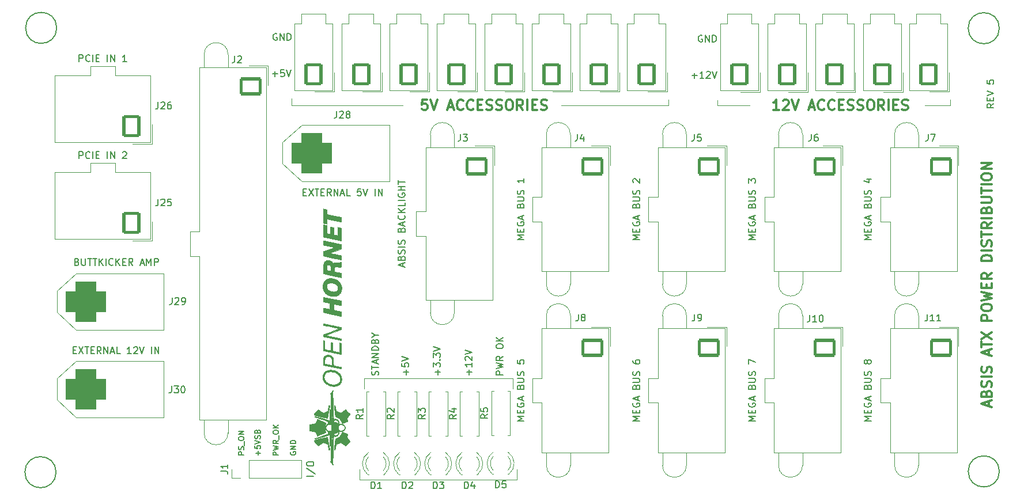
<source format=gbr>
%TF.GenerationSoftware,KiCad,Pcbnew,(6.0.9)*%
%TF.CreationDate,2023-01-09T20:02:48-09:00*%
%TF.ProjectId,ATX_PSU_Board,4154585f-5053-4555-9f42-6f6172642e6b,rev?*%
%TF.SameCoordinates,Original*%
%TF.FileFunction,Legend,Top*%
%TF.FilePolarity,Positive*%
%FSLAX46Y46*%
G04 Gerber Fmt 4.6, Leading zero omitted, Abs format (unit mm)*
G04 Created by KiCad (PCBNEW (6.0.9)) date 2023-01-09 20:02:48*
%MOMM*%
%LPD*%
G01*
G04 APERTURE LIST*
G04 Aperture macros list*
%AMRoundRect*
0 Rectangle with rounded corners*
0 $1 Rounding radius*
0 $2 $3 $4 $5 $6 $7 $8 $9 X,Y pos of 4 corners*
0 Add a 4 corners polygon primitive as box body*
4,1,4,$2,$3,$4,$5,$6,$7,$8,$9,$2,$3,0*
0 Add four circle primitives for the rounded corners*
1,1,$1+$1,$2,$3*
1,1,$1+$1,$4,$5*
1,1,$1+$1,$6,$7*
1,1,$1+$1,$8,$9*
0 Add four rect primitives between the rounded corners*
20,1,$1+$1,$2,$3,$4,$5,0*
20,1,$1+$1,$4,$5,$6,$7,0*
20,1,$1+$1,$6,$7,$8,$9,0*
20,1,$1+$1,$8,$9,$2,$3,0*%
G04 Aperture macros list end*
%ADD10C,0.120000*%
%ADD11C,0.300000*%
%ADD12C,0.150000*%
%ADD13C,0.010000*%
%ADD14C,4.064000*%
%ADD15RoundRect,0.250001X1.099999X1.399999X-1.099999X1.399999X-1.099999X-1.399999X1.099999X-1.399999X0*%
%ADD16O,2.700000X3.300000*%
%ADD17C,3.000000*%
%ADD18RoundRect,0.250001X-1.399999X1.099999X-1.399999X-1.099999X1.399999X-1.099999X1.399999X1.099999X0*%
%ADD19O,3.300000X2.700000*%
%ADD20RoundRect,1.500000X-1.500000X-1.500000X1.500000X-1.500000X1.500000X1.500000X-1.500000X1.500000X0*%
%ADD21C,6.000000*%
%ADD22C,1.600000*%
%ADD23O,1.600000X1.600000*%
%ADD24R,1.800000X1.800000*%
%ADD25C,1.800000*%
%ADD26R,1.700000X1.700000*%
%ADD27O,1.700000X1.700000*%
G04 APERTURE END LIST*
D10*
X107806000Y-107816600D02*
X107806000Y-109340600D01*
X85962000Y-107823000D02*
X107806000Y-107816600D01*
X85962000Y-109347000D02*
X85962000Y-107823000D01*
X85327000Y-122682000D02*
X85327000Y-121158000D01*
X108441000Y-121158000D02*
X108441000Y-122682000D01*
X108441000Y-122682000D02*
X85327000Y-122682000D01*
X75294000Y-66675000D02*
X75294000Y-67691000D01*
X75294000Y-67691000D02*
X91677000Y-67691000D01*
X172068000Y-67691000D02*
X172068000Y-66802000D01*
X114918000Y-67691000D02*
X130666000Y-67691000D01*
X168385000Y-67691000D02*
X172068000Y-67691000D01*
X130666000Y-67691000D02*
X130666000Y-66802000D01*
X137905000Y-66929000D02*
X137905000Y-67691000D01*
X137905000Y-67691000D02*
X142604000Y-67691000D01*
D11*
X146928685Y-68369571D02*
X146071542Y-68369571D01*
X146500114Y-68369571D02*
X146500114Y-66869571D01*
X146357257Y-67083857D01*
X146214400Y-67226714D01*
X146071542Y-67298142D01*
X147500114Y-67012428D02*
X147571542Y-66941000D01*
X147714400Y-66869571D01*
X148071542Y-66869571D01*
X148214400Y-66941000D01*
X148285828Y-67012428D01*
X148357257Y-67155285D01*
X148357257Y-67298142D01*
X148285828Y-67512428D01*
X147428685Y-68369571D01*
X148357257Y-68369571D01*
X148785828Y-66869571D02*
X149285828Y-68369571D01*
X149785828Y-66869571D01*
X151357257Y-67941000D02*
X152071542Y-67941000D01*
X151214400Y-68369571D02*
X151714400Y-66869571D01*
X152214400Y-68369571D01*
X153571542Y-68226714D02*
X153500114Y-68298142D01*
X153285828Y-68369571D01*
X153142971Y-68369571D01*
X152928685Y-68298142D01*
X152785828Y-68155285D01*
X152714400Y-68012428D01*
X152642971Y-67726714D01*
X152642971Y-67512428D01*
X152714400Y-67226714D01*
X152785828Y-67083857D01*
X152928685Y-66941000D01*
X153142971Y-66869571D01*
X153285828Y-66869571D01*
X153500114Y-66941000D01*
X153571542Y-67012428D01*
X155071542Y-68226714D02*
X155000114Y-68298142D01*
X154785828Y-68369571D01*
X154642971Y-68369571D01*
X154428685Y-68298142D01*
X154285828Y-68155285D01*
X154214400Y-68012428D01*
X154142971Y-67726714D01*
X154142971Y-67512428D01*
X154214400Y-67226714D01*
X154285828Y-67083857D01*
X154428685Y-66941000D01*
X154642971Y-66869571D01*
X154785828Y-66869571D01*
X155000114Y-66941000D01*
X155071542Y-67012428D01*
X155714400Y-67583857D02*
X156214400Y-67583857D01*
X156428685Y-68369571D02*
X155714400Y-68369571D01*
X155714400Y-66869571D01*
X156428685Y-66869571D01*
X157000114Y-68298142D02*
X157214400Y-68369571D01*
X157571542Y-68369571D01*
X157714400Y-68298142D01*
X157785828Y-68226714D01*
X157857257Y-68083857D01*
X157857257Y-67941000D01*
X157785828Y-67798142D01*
X157714400Y-67726714D01*
X157571542Y-67655285D01*
X157285828Y-67583857D01*
X157142971Y-67512428D01*
X157071542Y-67441000D01*
X157000114Y-67298142D01*
X157000114Y-67155285D01*
X157071542Y-67012428D01*
X157142971Y-66941000D01*
X157285828Y-66869571D01*
X157642971Y-66869571D01*
X157857257Y-66941000D01*
X158428685Y-68298142D02*
X158642971Y-68369571D01*
X159000114Y-68369571D01*
X159142971Y-68298142D01*
X159214400Y-68226714D01*
X159285828Y-68083857D01*
X159285828Y-67941000D01*
X159214400Y-67798142D01*
X159142971Y-67726714D01*
X159000114Y-67655285D01*
X158714400Y-67583857D01*
X158571542Y-67512428D01*
X158500114Y-67441000D01*
X158428685Y-67298142D01*
X158428685Y-67155285D01*
X158500114Y-67012428D01*
X158571542Y-66941000D01*
X158714400Y-66869571D01*
X159071542Y-66869571D01*
X159285828Y-66941000D01*
X160214400Y-66869571D02*
X160500114Y-66869571D01*
X160642971Y-66941000D01*
X160785828Y-67083857D01*
X160857257Y-67369571D01*
X160857257Y-67869571D01*
X160785828Y-68155285D01*
X160642971Y-68298142D01*
X160500114Y-68369571D01*
X160214400Y-68369571D01*
X160071542Y-68298142D01*
X159928685Y-68155285D01*
X159857257Y-67869571D01*
X159857257Y-67369571D01*
X159928685Y-67083857D01*
X160071542Y-66941000D01*
X160214400Y-66869571D01*
X162357257Y-68369571D02*
X161857257Y-67655285D01*
X161500114Y-68369571D02*
X161500114Y-66869571D01*
X162071542Y-66869571D01*
X162214400Y-66941000D01*
X162285828Y-67012428D01*
X162357257Y-67155285D01*
X162357257Y-67369571D01*
X162285828Y-67512428D01*
X162214400Y-67583857D01*
X162071542Y-67655285D01*
X161500114Y-67655285D01*
X163000114Y-68369571D02*
X163000114Y-66869571D01*
X163714400Y-67583857D02*
X164214400Y-67583857D01*
X164428685Y-68369571D02*
X163714400Y-68369571D01*
X163714400Y-66869571D01*
X164428685Y-66869571D01*
X165000114Y-68298142D02*
X165214400Y-68369571D01*
X165571542Y-68369571D01*
X165714400Y-68298142D01*
X165785828Y-68226714D01*
X165857257Y-68083857D01*
X165857257Y-67941000D01*
X165785828Y-67798142D01*
X165714400Y-67726714D01*
X165571542Y-67655285D01*
X165285828Y-67583857D01*
X165142971Y-67512428D01*
X165071542Y-67441000D01*
X165000114Y-67298142D01*
X165000114Y-67155285D01*
X165071542Y-67012428D01*
X165142971Y-66941000D01*
X165285828Y-66869571D01*
X165642971Y-66869571D01*
X165857257Y-66941000D01*
D12*
X135619095Y-57412000D02*
X135523857Y-57364380D01*
X135381000Y-57364380D01*
X135238142Y-57412000D01*
X135142904Y-57507238D01*
X135095285Y-57602476D01*
X135047666Y-57792952D01*
X135047666Y-57935809D01*
X135095285Y-58126285D01*
X135142904Y-58221523D01*
X135238142Y-58316761D01*
X135381000Y-58364380D01*
X135476238Y-58364380D01*
X135619095Y-58316761D01*
X135666714Y-58269142D01*
X135666714Y-57935809D01*
X135476238Y-57935809D01*
X136095285Y-58364380D02*
X136095285Y-57364380D01*
X136666714Y-58364380D01*
X136666714Y-57364380D01*
X137142904Y-58364380D02*
X137142904Y-57364380D01*
X137381000Y-57364380D01*
X137523857Y-57412000D01*
X137619095Y-57507238D01*
X137666714Y-57602476D01*
X137714333Y-57792952D01*
X137714333Y-57935809D01*
X137666714Y-58126285D01*
X137619095Y-58221523D01*
X137523857Y-58316761D01*
X137381000Y-58364380D01*
X137142904Y-58364380D01*
X134111095Y-63317428D02*
X134873000Y-63317428D01*
X134492047Y-63698380D02*
X134492047Y-62936476D01*
X135873000Y-63698380D02*
X135301571Y-63698380D01*
X135587285Y-63698380D02*
X135587285Y-62698380D01*
X135492047Y-62841238D01*
X135396809Y-62936476D01*
X135301571Y-62984095D01*
X136253952Y-62793619D02*
X136301571Y-62746000D01*
X136396809Y-62698380D01*
X136634904Y-62698380D01*
X136730142Y-62746000D01*
X136777761Y-62793619D01*
X136825380Y-62888857D01*
X136825380Y-62984095D01*
X136777761Y-63126952D01*
X136206333Y-63698380D01*
X136825380Y-63698380D01*
X137111095Y-62698380D02*
X137444428Y-63698380D01*
X137777761Y-62698380D01*
D11*
X177750000Y-111892857D02*
X177750000Y-111178571D01*
X178178571Y-112035714D02*
X176678571Y-111535714D01*
X178178571Y-111035714D01*
X177392857Y-110035714D02*
X177464285Y-109821428D01*
X177535714Y-109750000D01*
X177678571Y-109678571D01*
X177892857Y-109678571D01*
X178035714Y-109750000D01*
X178107142Y-109821428D01*
X178178571Y-109964285D01*
X178178571Y-110535714D01*
X176678571Y-110535714D01*
X176678571Y-110035714D01*
X176750000Y-109892857D01*
X176821428Y-109821428D01*
X176964285Y-109750000D01*
X177107142Y-109750000D01*
X177250000Y-109821428D01*
X177321428Y-109892857D01*
X177392857Y-110035714D01*
X177392857Y-110535714D01*
X178107142Y-109107142D02*
X178178571Y-108892857D01*
X178178571Y-108535714D01*
X178107142Y-108392857D01*
X178035714Y-108321428D01*
X177892857Y-108250000D01*
X177750000Y-108250000D01*
X177607142Y-108321428D01*
X177535714Y-108392857D01*
X177464285Y-108535714D01*
X177392857Y-108821428D01*
X177321428Y-108964285D01*
X177250000Y-109035714D01*
X177107142Y-109107142D01*
X176964285Y-109107142D01*
X176821428Y-109035714D01*
X176750000Y-108964285D01*
X176678571Y-108821428D01*
X176678571Y-108464285D01*
X176750000Y-108250000D01*
X178178571Y-107607142D02*
X176678571Y-107607142D01*
X178107142Y-106964285D02*
X178178571Y-106750000D01*
X178178571Y-106392857D01*
X178107142Y-106250000D01*
X178035714Y-106178571D01*
X177892857Y-106107142D01*
X177750000Y-106107142D01*
X177607142Y-106178571D01*
X177535714Y-106250000D01*
X177464285Y-106392857D01*
X177392857Y-106678571D01*
X177321428Y-106821428D01*
X177250000Y-106892857D01*
X177107142Y-106964285D01*
X176964285Y-106964285D01*
X176821428Y-106892857D01*
X176750000Y-106821428D01*
X176678571Y-106678571D01*
X176678571Y-106321428D01*
X176750000Y-106107142D01*
X177750000Y-104392857D02*
X177750000Y-103678571D01*
X178178571Y-104535714D02*
X176678571Y-104035714D01*
X178178571Y-103535714D01*
X176678571Y-103250000D02*
X176678571Y-102392857D01*
X178178571Y-102821428D02*
X176678571Y-102821428D01*
X176678571Y-102035714D02*
X178178571Y-101035714D01*
X176678571Y-101035714D02*
X178178571Y-102035714D01*
X178178571Y-99321428D02*
X176678571Y-99321428D01*
X176678571Y-98750000D01*
X176750000Y-98607142D01*
X176821428Y-98535714D01*
X176964285Y-98464285D01*
X177178571Y-98464285D01*
X177321428Y-98535714D01*
X177392857Y-98607142D01*
X177464285Y-98750000D01*
X177464285Y-99321428D01*
X176678571Y-97535714D02*
X176678571Y-97250000D01*
X176750000Y-97107142D01*
X176892857Y-96964285D01*
X177178571Y-96892857D01*
X177678571Y-96892857D01*
X177964285Y-96964285D01*
X178107142Y-97107142D01*
X178178571Y-97250000D01*
X178178571Y-97535714D01*
X178107142Y-97678571D01*
X177964285Y-97821428D01*
X177678571Y-97892857D01*
X177178571Y-97892857D01*
X176892857Y-97821428D01*
X176750000Y-97678571D01*
X176678571Y-97535714D01*
X176678571Y-96392857D02*
X178178571Y-96035714D01*
X177107142Y-95750000D01*
X178178571Y-95464285D01*
X176678571Y-95107142D01*
X177392857Y-94535714D02*
X177392857Y-94035714D01*
X178178571Y-93821428D02*
X178178571Y-94535714D01*
X176678571Y-94535714D01*
X176678571Y-93821428D01*
X178178571Y-92321428D02*
X177464285Y-92821428D01*
X178178571Y-93178571D02*
X176678571Y-93178571D01*
X176678571Y-92607142D01*
X176750000Y-92464285D01*
X176821428Y-92392857D01*
X176964285Y-92321428D01*
X177178571Y-92321428D01*
X177321428Y-92392857D01*
X177392857Y-92464285D01*
X177464285Y-92607142D01*
X177464285Y-93178571D01*
X178178571Y-90535714D02*
X176678571Y-90535714D01*
X176678571Y-90178571D01*
X176750000Y-89964285D01*
X176892857Y-89821428D01*
X177035714Y-89750000D01*
X177321428Y-89678571D01*
X177535714Y-89678571D01*
X177821428Y-89750000D01*
X177964285Y-89821428D01*
X178107142Y-89964285D01*
X178178571Y-90178571D01*
X178178571Y-90535714D01*
X178178571Y-89035714D02*
X176678571Y-89035714D01*
X178107142Y-88392857D02*
X178178571Y-88178571D01*
X178178571Y-87821428D01*
X178107142Y-87678571D01*
X178035714Y-87607142D01*
X177892857Y-87535714D01*
X177750000Y-87535714D01*
X177607142Y-87607142D01*
X177535714Y-87678571D01*
X177464285Y-87821428D01*
X177392857Y-88107142D01*
X177321428Y-88250000D01*
X177250000Y-88321428D01*
X177107142Y-88392857D01*
X176964285Y-88392857D01*
X176821428Y-88321428D01*
X176750000Y-88250000D01*
X176678571Y-88107142D01*
X176678571Y-87750000D01*
X176750000Y-87535714D01*
X176678571Y-87107142D02*
X176678571Y-86250000D01*
X178178571Y-86678571D02*
X176678571Y-86678571D01*
X178178571Y-84892857D02*
X177464285Y-85392857D01*
X178178571Y-85750000D02*
X176678571Y-85750000D01*
X176678571Y-85178571D01*
X176750000Y-85035714D01*
X176821428Y-84964285D01*
X176964285Y-84892857D01*
X177178571Y-84892857D01*
X177321428Y-84964285D01*
X177392857Y-85035714D01*
X177464285Y-85178571D01*
X177464285Y-85750000D01*
X178178571Y-84250000D02*
X176678571Y-84250000D01*
X177392857Y-83035714D02*
X177464285Y-82821428D01*
X177535714Y-82750000D01*
X177678571Y-82678571D01*
X177892857Y-82678571D01*
X178035714Y-82750000D01*
X178107142Y-82821428D01*
X178178571Y-82964285D01*
X178178571Y-83535714D01*
X176678571Y-83535714D01*
X176678571Y-83035714D01*
X176750000Y-82892857D01*
X176821428Y-82821428D01*
X176964285Y-82750000D01*
X177107142Y-82750000D01*
X177250000Y-82821428D01*
X177321428Y-82892857D01*
X177392857Y-83035714D01*
X177392857Y-83535714D01*
X176678571Y-82035714D02*
X177892857Y-82035714D01*
X178035714Y-81964285D01*
X178107142Y-81892857D01*
X178178571Y-81750000D01*
X178178571Y-81464285D01*
X178107142Y-81321428D01*
X178035714Y-81250000D01*
X177892857Y-81178571D01*
X176678571Y-81178571D01*
X176678571Y-80678571D02*
X176678571Y-79821428D01*
X178178571Y-80250000D02*
X176678571Y-80250000D01*
X178178571Y-79321428D02*
X176678571Y-79321428D01*
X176678571Y-78321428D02*
X176678571Y-78035714D01*
X176750000Y-77892857D01*
X176892857Y-77750000D01*
X177178571Y-77678571D01*
X177678571Y-77678571D01*
X177964285Y-77750000D01*
X178107142Y-77892857D01*
X178178571Y-78035714D01*
X178178571Y-78321428D01*
X178107142Y-78464285D01*
X177964285Y-78607142D01*
X177678571Y-78678571D01*
X177178571Y-78678571D01*
X176892857Y-78607142D01*
X176750000Y-78464285D01*
X176678571Y-78321428D01*
X178178571Y-77035714D02*
X176678571Y-77035714D01*
X178178571Y-76178571D01*
X176678571Y-76178571D01*
D12*
X178452380Y-67428571D02*
X177976190Y-67761904D01*
X178452380Y-68000000D02*
X177452380Y-68000000D01*
X177452380Y-67619047D01*
X177500000Y-67523809D01*
X177547619Y-67476190D01*
X177642857Y-67428571D01*
X177785714Y-67428571D01*
X177880952Y-67476190D01*
X177928571Y-67523809D01*
X177976190Y-67619047D01*
X177976190Y-68000000D01*
X177928571Y-67000000D02*
X177928571Y-66666666D01*
X178452380Y-66523809D02*
X178452380Y-67000000D01*
X177452380Y-67000000D01*
X177452380Y-66523809D01*
X177452380Y-66238095D02*
X178452380Y-65904761D01*
X177452380Y-65571428D01*
X177452380Y-64000000D02*
X177452380Y-64476190D01*
X177928571Y-64523809D01*
X177880952Y-64476190D01*
X177833333Y-64380952D01*
X177833333Y-64142857D01*
X177880952Y-64047619D01*
X177928571Y-64000000D01*
X178023809Y-63952380D01*
X178261904Y-63952380D01*
X178357142Y-64000000D01*
X178404761Y-64047619D01*
X178452380Y-64142857D01*
X178452380Y-64380952D01*
X178404761Y-64476190D01*
X178357142Y-64523809D01*
X88017761Y-107351052D02*
X88065380Y-107208195D01*
X88065380Y-106970100D01*
X88017761Y-106874862D01*
X87970142Y-106827243D01*
X87874904Y-106779624D01*
X87779666Y-106779624D01*
X87684428Y-106827243D01*
X87636809Y-106874862D01*
X87589190Y-106970100D01*
X87541571Y-107160576D01*
X87493952Y-107255814D01*
X87446333Y-107303433D01*
X87351095Y-107351052D01*
X87255857Y-107351052D01*
X87160619Y-107303433D01*
X87113000Y-107255814D01*
X87065380Y-107160576D01*
X87065380Y-106922481D01*
X87113000Y-106779624D01*
X87065380Y-106493909D02*
X87065380Y-105922481D01*
X88065380Y-106208195D02*
X87065380Y-106208195D01*
X87779666Y-105636767D02*
X87779666Y-105160576D01*
X88065380Y-105732005D02*
X87065380Y-105398671D01*
X88065380Y-105065338D01*
X88065380Y-104732005D02*
X87065380Y-104732005D01*
X88065380Y-104160576D01*
X87065380Y-104160576D01*
X88065380Y-103684386D02*
X87065380Y-103684386D01*
X87065380Y-103446290D01*
X87113000Y-103303433D01*
X87208238Y-103208195D01*
X87303476Y-103160576D01*
X87493952Y-103112957D01*
X87636809Y-103112957D01*
X87827285Y-103160576D01*
X87922523Y-103208195D01*
X88017761Y-103303433D01*
X88065380Y-103446290D01*
X88065380Y-103684386D01*
X87541571Y-102351052D02*
X87589190Y-102208195D01*
X87636809Y-102160576D01*
X87732047Y-102112957D01*
X87874904Y-102112957D01*
X87970142Y-102160576D01*
X88017761Y-102208195D01*
X88065380Y-102303433D01*
X88065380Y-102684386D01*
X87065380Y-102684386D01*
X87065380Y-102351052D01*
X87113000Y-102255814D01*
X87160619Y-102208195D01*
X87255857Y-102160576D01*
X87351095Y-102160576D01*
X87446333Y-102208195D01*
X87493952Y-102255814D01*
X87541571Y-102351052D01*
X87541571Y-102684386D01*
X87589190Y-101493909D02*
X88065380Y-101493909D01*
X87065380Y-101827243D02*
X87589190Y-101493909D01*
X87065380Y-101160576D01*
X106353380Y-107303433D02*
X105353380Y-107303433D01*
X105353380Y-106922481D01*
X105401000Y-106827243D01*
X105448619Y-106779624D01*
X105543857Y-106732005D01*
X105686714Y-106732005D01*
X105781952Y-106779624D01*
X105829571Y-106827243D01*
X105877190Y-106922481D01*
X105877190Y-107303433D01*
X105353380Y-106398671D02*
X106353380Y-106160576D01*
X105639095Y-105970100D01*
X106353380Y-105779624D01*
X105353380Y-105541529D01*
X106353380Y-104589148D02*
X105877190Y-104922481D01*
X106353380Y-105160576D02*
X105353380Y-105160576D01*
X105353380Y-104779624D01*
X105401000Y-104684386D01*
X105448619Y-104636767D01*
X105543857Y-104589148D01*
X105686714Y-104589148D01*
X105781952Y-104636767D01*
X105829571Y-104684386D01*
X105877190Y-104779624D01*
X105877190Y-105160576D01*
X105353380Y-103208195D02*
X105353380Y-103017719D01*
X105401000Y-102922481D01*
X105496238Y-102827243D01*
X105686714Y-102779624D01*
X106020047Y-102779624D01*
X106210523Y-102827243D01*
X106305761Y-102922481D01*
X106353380Y-103017719D01*
X106353380Y-103208195D01*
X106305761Y-103303433D01*
X106210523Y-103398671D01*
X106020047Y-103446290D01*
X105686714Y-103446290D01*
X105496238Y-103398671D01*
X105401000Y-103303433D01*
X105353380Y-103208195D01*
X106353380Y-102351052D02*
X105353380Y-102351052D01*
X106353380Y-101779624D02*
X105781952Y-102208195D01*
X105353380Y-101779624D02*
X105924809Y-102351052D01*
X92129428Y-107303433D02*
X92129428Y-106541529D01*
X92510380Y-106922481D02*
X91748476Y-106922481D01*
X91510380Y-105589148D02*
X91510380Y-106065338D01*
X91986571Y-106112957D01*
X91938952Y-106065338D01*
X91891333Y-105970100D01*
X91891333Y-105732005D01*
X91938952Y-105636767D01*
X91986571Y-105589148D01*
X92081809Y-105541529D01*
X92319904Y-105541529D01*
X92415142Y-105589148D01*
X92462761Y-105636767D01*
X92510380Y-105732005D01*
X92510380Y-105970100D01*
X92462761Y-106065338D01*
X92415142Y-106112957D01*
X91510380Y-105255814D02*
X92510380Y-104922481D01*
X91510380Y-104589148D01*
X101400428Y-107303433D02*
X101400428Y-106541529D01*
X101781380Y-106922481D02*
X101019476Y-106922481D01*
X101781380Y-105541529D02*
X101781380Y-106112957D01*
X101781380Y-105827243D02*
X100781380Y-105827243D01*
X100924238Y-105922481D01*
X101019476Y-106017719D01*
X101067095Y-106112957D01*
X100876619Y-105160576D02*
X100829000Y-105112957D01*
X100781380Y-105017719D01*
X100781380Y-104779624D01*
X100829000Y-104684386D01*
X100876619Y-104636767D01*
X100971857Y-104589148D01*
X101067095Y-104589148D01*
X101209952Y-104636767D01*
X101781380Y-105208195D01*
X101781380Y-104589148D01*
X100781380Y-104303433D02*
X101781380Y-103970100D01*
X100781380Y-103636767D01*
X96764928Y-107303433D02*
X96764928Y-106541529D01*
X97145880Y-106922481D02*
X96383976Y-106922481D01*
X96145880Y-106160576D02*
X96145880Y-105541529D01*
X96526833Y-105874862D01*
X96526833Y-105732005D01*
X96574452Y-105636767D01*
X96622071Y-105589148D01*
X96717309Y-105541529D01*
X96955404Y-105541529D01*
X97050642Y-105589148D01*
X97098261Y-105636767D01*
X97145880Y-105732005D01*
X97145880Y-106017719D01*
X97098261Y-106112957D01*
X97050642Y-106160576D01*
X97050642Y-105112957D02*
X97098261Y-105065338D01*
X97145880Y-105112957D01*
X97098261Y-105160576D01*
X97050642Y-105112957D01*
X97145880Y-105112957D01*
X96145880Y-104732005D02*
X96145880Y-104112957D01*
X96526833Y-104446290D01*
X96526833Y-104303433D01*
X96574452Y-104208195D01*
X96622071Y-104160576D01*
X96717309Y-104112957D01*
X96955404Y-104112957D01*
X97050642Y-104160576D01*
X97098261Y-104208195D01*
X97145880Y-104303433D01*
X97145880Y-104589148D01*
X97098261Y-104684386D01*
X97050642Y-104732005D01*
X96145880Y-103827243D02*
X97145880Y-103493909D01*
X96145880Y-103160576D01*
X73369904Y-119095928D02*
X72569904Y-119095928D01*
X72569904Y-118791166D01*
X72608000Y-118714976D01*
X72646095Y-118676880D01*
X72722285Y-118638785D01*
X72836571Y-118638785D01*
X72912761Y-118676880D01*
X72950857Y-118714976D01*
X72988952Y-118791166D01*
X72988952Y-119095928D01*
X72569904Y-118372119D02*
X73369904Y-118181642D01*
X72798476Y-118029261D01*
X73369904Y-117876880D01*
X72569904Y-117686404D01*
X73369904Y-116924500D02*
X72988952Y-117191166D01*
X73369904Y-117381642D02*
X72569904Y-117381642D01*
X72569904Y-117076880D01*
X72608000Y-117000690D01*
X72646095Y-116962595D01*
X72722285Y-116924500D01*
X72836571Y-116924500D01*
X72912761Y-116962595D01*
X72950857Y-117000690D01*
X72988952Y-117076880D01*
X72988952Y-117381642D01*
X73446095Y-116772119D02*
X73446095Y-116162595D01*
X72569904Y-115819738D02*
X72569904Y-115667357D01*
X72608000Y-115591166D01*
X72684190Y-115514976D01*
X72836571Y-115476880D01*
X73103238Y-115476880D01*
X73255619Y-115514976D01*
X73331809Y-115591166D01*
X73369904Y-115667357D01*
X73369904Y-115819738D01*
X73331809Y-115895928D01*
X73255619Y-115972119D01*
X73103238Y-116010214D01*
X72836571Y-116010214D01*
X72684190Y-115972119D01*
X72608000Y-115895928D01*
X72569904Y-115819738D01*
X73369904Y-115134023D02*
X72569904Y-115134023D01*
X73369904Y-114676880D02*
X72912761Y-115019738D01*
X72569904Y-114676880D02*
X73027047Y-115134023D01*
X75148000Y-118639071D02*
X75109904Y-118715261D01*
X75109904Y-118829547D01*
X75148000Y-118943833D01*
X75224190Y-119020023D01*
X75300380Y-119058119D01*
X75452761Y-119096214D01*
X75567047Y-119096214D01*
X75719428Y-119058119D01*
X75795619Y-119020023D01*
X75871809Y-118943833D01*
X75909904Y-118829547D01*
X75909904Y-118753357D01*
X75871809Y-118639071D01*
X75833714Y-118600976D01*
X75567047Y-118600976D01*
X75567047Y-118753357D01*
X75909904Y-118258119D02*
X75109904Y-118258119D01*
X75909904Y-117800976D01*
X75109904Y-117800976D01*
X75909904Y-117420023D02*
X75109904Y-117420023D01*
X75109904Y-117229547D01*
X75148000Y-117115261D01*
X75224190Y-117039071D01*
X75300380Y-117000976D01*
X75452761Y-116962880D01*
X75567047Y-116962880D01*
X75719428Y-117000976D01*
X75795619Y-117039071D01*
X75871809Y-117115261D01*
X75909904Y-117229547D01*
X75909904Y-117420023D01*
X68289904Y-119070642D02*
X67489904Y-119070642D01*
X67489904Y-118765880D01*
X67528000Y-118689690D01*
X67566095Y-118651595D01*
X67642285Y-118613500D01*
X67756571Y-118613500D01*
X67832761Y-118651595D01*
X67870857Y-118689690D01*
X67908952Y-118765880D01*
X67908952Y-119070642D01*
X68251809Y-118308738D02*
X68289904Y-118194452D01*
X68289904Y-118003976D01*
X68251809Y-117927785D01*
X68213714Y-117889690D01*
X68137523Y-117851595D01*
X68061333Y-117851595D01*
X67985142Y-117889690D01*
X67947047Y-117927785D01*
X67908952Y-118003976D01*
X67870857Y-118156357D01*
X67832761Y-118232547D01*
X67794666Y-118270642D01*
X67718476Y-118308738D01*
X67642285Y-118308738D01*
X67566095Y-118270642D01*
X67528000Y-118232547D01*
X67489904Y-118156357D01*
X67489904Y-117965880D01*
X67528000Y-117851595D01*
X68366095Y-117699214D02*
X68366095Y-117089690D01*
X67489904Y-116746833D02*
X67489904Y-116594452D01*
X67528000Y-116518261D01*
X67604190Y-116442071D01*
X67756571Y-116403976D01*
X68023238Y-116403976D01*
X68175619Y-116442071D01*
X68251809Y-116518261D01*
X68289904Y-116594452D01*
X68289904Y-116746833D01*
X68251809Y-116823023D01*
X68175619Y-116899214D01*
X68023238Y-116937309D01*
X67756571Y-116937309D01*
X67604190Y-116899214D01*
X67528000Y-116823023D01*
X67489904Y-116746833D01*
X68289904Y-116061119D02*
X67489904Y-116061119D01*
X68289904Y-115603976D01*
X67489904Y-115603976D01*
X70398142Y-119096023D02*
X70398142Y-118486500D01*
X70702904Y-118791261D02*
X70093380Y-118791261D01*
X69902904Y-117724595D02*
X69902904Y-118105547D01*
X70283857Y-118143642D01*
X70245761Y-118105547D01*
X70207666Y-118029357D01*
X70207666Y-117838880D01*
X70245761Y-117762690D01*
X70283857Y-117724595D01*
X70360047Y-117686500D01*
X70550523Y-117686500D01*
X70626714Y-117724595D01*
X70664809Y-117762690D01*
X70702904Y-117838880D01*
X70702904Y-118029357D01*
X70664809Y-118105547D01*
X70626714Y-118143642D01*
X69902904Y-117457928D02*
X70702904Y-117191261D01*
X69902904Y-116924595D01*
X70664809Y-116696023D02*
X70702904Y-116581738D01*
X70702904Y-116391261D01*
X70664809Y-116315071D01*
X70626714Y-116276976D01*
X70550523Y-116238880D01*
X70474333Y-116238880D01*
X70398142Y-116276976D01*
X70360047Y-116315071D01*
X70321952Y-116391261D01*
X70283857Y-116543642D01*
X70245761Y-116619833D01*
X70207666Y-116657928D01*
X70131476Y-116696023D01*
X70055285Y-116696023D01*
X69979095Y-116657928D01*
X69941000Y-116619833D01*
X69902904Y-116543642D01*
X69902904Y-116353166D01*
X69941000Y-116238880D01*
X70283857Y-115629357D02*
X70321952Y-115515071D01*
X70360047Y-115476976D01*
X70436238Y-115438880D01*
X70550523Y-115438880D01*
X70626714Y-115476976D01*
X70664809Y-115515071D01*
X70702904Y-115591261D01*
X70702904Y-115896023D01*
X69902904Y-115896023D01*
X69902904Y-115629357D01*
X69941000Y-115553166D01*
X69979095Y-115515071D01*
X70055285Y-115476976D01*
X70131476Y-115476976D01*
X70207666Y-115515071D01*
X70245761Y-115553166D01*
X70283857Y-115629357D01*
X70283857Y-115896023D01*
X73135095Y-57158000D02*
X73039857Y-57110380D01*
X72897000Y-57110380D01*
X72754142Y-57158000D01*
X72658904Y-57253238D01*
X72611285Y-57348476D01*
X72563666Y-57538952D01*
X72563666Y-57681809D01*
X72611285Y-57872285D01*
X72658904Y-57967523D01*
X72754142Y-58062761D01*
X72897000Y-58110380D01*
X72992238Y-58110380D01*
X73135095Y-58062761D01*
X73182714Y-58015142D01*
X73182714Y-57681809D01*
X72992238Y-57681809D01*
X73611285Y-58110380D02*
X73611285Y-57110380D01*
X74182714Y-58110380D01*
X74182714Y-57110380D01*
X74658904Y-58110380D02*
X74658904Y-57110380D01*
X74897000Y-57110380D01*
X75039857Y-57158000D01*
X75135095Y-57253238D01*
X75182714Y-57348476D01*
X75230333Y-57538952D01*
X75230333Y-57681809D01*
X75182714Y-57872285D01*
X75135095Y-57967523D01*
X75039857Y-58062761D01*
X74897000Y-58110380D01*
X74658904Y-58110380D01*
D11*
X95222142Y-66869571D02*
X94507857Y-66869571D01*
X94436428Y-67583857D01*
X94507857Y-67512428D01*
X94650714Y-67441000D01*
X95007857Y-67441000D01*
X95150714Y-67512428D01*
X95222142Y-67583857D01*
X95293571Y-67726714D01*
X95293571Y-68083857D01*
X95222142Y-68226714D01*
X95150714Y-68298142D01*
X95007857Y-68369571D01*
X94650714Y-68369571D01*
X94507857Y-68298142D01*
X94436428Y-68226714D01*
X95722142Y-66869571D02*
X96222142Y-68369571D01*
X96722142Y-66869571D01*
X98293571Y-67941000D02*
X99007857Y-67941000D01*
X98150714Y-68369571D02*
X98650714Y-66869571D01*
X99150714Y-68369571D01*
X100507857Y-68226714D02*
X100436428Y-68298142D01*
X100222142Y-68369571D01*
X100079285Y-68369571D01*
X99865000Y-68298142D01*
X99722142Y-68155285D01*
X99650714Y-68012428D01*
X99579285Y-67726714D01*
X99579285Y-67512428D01*
X99650714Y-67226714D01*
X99722142Y-67083857D01*
X99865000Y-66941000D01*
X100079285Y-66869571D01*
X100222142Y-66869571D01*
X100436428Y-66941000D01*
X100507857Y-67012428D01*
X102007857Y-68226714D02*
X101936428Y-68298142D01*
X101722142Y-68369571D01*
X101579285Y-68369571D01*
X101365000Y-68298142D01*
X101222142Y-68155285D01*
X101150714Y-68012428D01*
X101079285Y-67726714D01*
X101079285Y-67512428D01*
X101150714Y-67226714D01*
X101222142Y-67083857D01*
X101365000Y-66941000D01*
X101579285Y-66869571D01*
X101722142Y-66869571D01*
X101936428Y-66941000D01*
X102007857Y-67012428D01*
X102650714Y-67583857D02*
X103150714Y-67583857D01*
X103365000Y-68369571D02*
X102650714Y-68369571D01*
X102650714Y-66869571D01*
X103365000Y-66869571D01*
X103936428Y-68298142D02*
X104150714Y-68369571D01*
X104507857Y-68369571D01*
X104650714Y-68298142D01*
X104722142Y-68226714D01*
X104793571Y-68083857D01*
X104793571Y-67941000D01*
X104722142Y-67798142D01*
X104650714Y-67726714D01*
X104507857Y-67655285D01*
X104222142Y-67583857D01*
X104079285Y-67512428D01*
X104007857Y-67441000D01*
X103936428Y-67298142D01*
X103936428Y-67155285D01*
X104007857Y-67012428D01*
X104079285Y-66941000D01*
X104222142Y-66869571D01*
X104579285Y-66869571D01*
X104793571Y-66941000D01*
X105365000Y-68298142D02*
X105579285Y-68369571D01*
X105936428Y-68369571D01*
X106079285Y-68298142D01*
X106150714Y-68226714D01*
X106222142Y-68083857D01*
X106222142Y-67941000D01*
X106150714Y-67798142D01*
X106079285Y-67726714D01*
X105936428Y-67655285D01*
X105650714Y-67583857D01*
X105507857Y-67512428D01*
X105436428Y-67441000D01*
X105365000Y-67298142D01*
X105365000Y-67155285D01*
X105436428Y-67012428D01*
X105507857Y-66941000D01*
X105650714Y-66869571D01*
X106007857Y-66869571D01*
X106222142Y-66941000D01*
X107150714Y-66869571D02*
X107436428Y-66869571D01*
X107579285Y-66941000D01*
X107722142Y-67083857D01*
X107793571Y-67369571D01*
X107793571Y-67869571D01*
X107722142Y-68155285D01*
X107579285Y-68298142D01*
X107436428Y-68369571D01*
X107150714Y-68369571D01*
X107007857Y-68298142D01*
X106865000Y-68155285D01*
X106793571Y-67869571D01*
X106793571Y-67369571D01*
X106865000Y-67083857D01*
X107007857Y-66941000D01*
X107150714Y-66869571D01*
X109293571Y-68369571D02*
X108793571Y-67655285D01*
X108436428Y-68369571D02*
X108436428Y-66869571D01*
X109007857Y-66869571D01*
X109150714Y-66941000D01*
X109222142Y-67012428D01*
X109293571Y-67155285D01*
X109293571Y-67369571D01*
X109222142Y-67512428D01*
X109150714Y-67583857D01*
X109007857Y-67655285D01*
X108436428Y-67655285D01*
X109936428Y-68369571D02*
X109936428Y-66869571D01*
X110650714Y-67583857D02*
X111150714Y-67583857D01*
X111365000Y-68369571D02*
X110650714Y-68369571D01*
X110650714Y-66869571D01*
X111365000Y-66869571D01*
X111936428Y-68298142D02*
X112150714Y-68369571D01*
X112507857Y-68369571D01*
X112650714Y-68298142D01*
X112722142Y-68226714D01*
X112793571Y-68083857D01*
X112793571Y-67941000D01*
X112722142Y-67798142D01*
X112650714Y-67726714D01*
X112507857Y-67655285D01*
X112222142Y-67583857D01*
X112079285Y-67512428D01*
X112007857Y-67441000D01*
X111936428Y-67298142D01*
X111936428Y-67155285D01*
X112007857Y-67012428D01*
X112079285Y-66941000D01*
X112222142Y-66869571D01*
X112579285Y-66869571D01*
X112793571Y-66941000D01*
D12*
X72484285Y-63063428D02*
X73246190Y-63063428D01*
X72865238Y-63444380D02*
X72865238Y-62682476D01*
X74198571Y-62444380D02*
X73722380Y-62444380D01*
X73674761Y-62920571D01*
X73722380Y-62872952D01*
X73817619Y-62825333D01*
X74055714Y-62825333D01*
X74150952Y-62872952D01*
X74198571Y-62920571D01*
X74246190Y-63015809D01*
X74246190Y-63253904D01*
X74198571Y-63349142D01*
X74150952Y-63396761D01*
X74055714Y-63444380D01*
X73817619Y-63444380D01*
X73722380Y-63396761D01*
X73674761Y-63349142D01*
X74531904Y-62444380D02*
X74865238Y-63444380D01*
X75198571Y-62444380D01*
%TO.C,J2*%
X66959666Y-60412380D02*
X66959666Y-61126666D01*
X66912047Y-61269523D01*
X66816809Y-61364761D01*
X66673952Y-61412380D01*
X66578714Y-61412380D01*
X67388238Y-60507619D02*
X67435857Y-60460000D01*
X67531095Y-60412380D01*
X67769190Y-60412380D01*
X67864428Y-60460000D01*
X67912047Y-60507619D01*
X67959666Y-60602857D01*
X67959666Y-60698095D01*
X67912047Y-60840952D01*
X67340619Y-61412380D01*
X67959666Y-61412380D01*
%TO.C,J6*%
X151659366Y-71925980D02*
X151659366Y-72640266D01*
X151611747Y-72783123D01*
X151516509Y-72878361D01*
X151373652Y-72925980D01*
X151278414Y-72925980D01*
X152564128Y-71925980D02*
X152373652Y-71925980D01*
X152278414Y-71973600D01*
X152230795Y-72021219D01*
X152135557Y-72164076D01*
X152087938Y-72354552D01*
X152087938Y-72735504D01*
X152135557Y-72830742D01*
X152183176Y-72878361D01*
X152278414Y-72925980D01*
X152468890Y-72925980D01*
X152564128Y-72878361D01*
X152611747Y-72830742D01*
X152659366Y-72735504D01*
X152659366Y-72497409D01*
X152611747Y-72402171D01*
X152564128Y-72354552D01*
X152468890Y-72306933D01*
X152278414Y-72306933D01*
X152183176Y-72354552D01*
X152135557Y-72402171D01*
X152087938Y-72497409D01*
X143452380Y-87416980D02*
X142452380Y-87416980D01*
X143166666Y-87083647D01*
X142452380Y-86750314D01*
X143452380Y-86750314D01*
X142928571Y-86274123D02*
X142928571Y-85940790D01*
X143452380Y-85797933D02*
X143452380Y-86274123D01*
X142452380Y-86274123D01*
X142452380Y-85797933D01*
X142500000Y-84845552D02*
X142452380Y-84940790D01*
X142452380Y-85083647D01*
X142500000Y-85226504D01*
X142595238Y-85321742D01*
X142690476Y-85369361D01*
X142880952Y-85416980D01*
X143023809Y-85416980D01*
X143214285Y-85369361D01*
X143309523Y-85321742D01*
X143404761Y-85226504D01*
X143452380Y-85083647D01*
X143452380Y-84988409D01*
X143404761Y-84845552D01*
X143357142Y-84797933D01*
X143023809Y-84797933D01*
X143023809Y-84988409D01*
X143166666Y-84416980D02*
X143166666Y-83940790D01*
X143452380Y-84512219D02*
X142452380Y-84178885D01*
X143452380Y-83845552D01*
X142928571Y-82416980D02*
X142976190Y-82274123D01*
X143023809Y-82226504D01*
X143119047Y-82178885D01*
X143261904Y-82178885D01*
X143357142Y-82226504D01*
X143404761Y-82274123D01*
X143452380Y-82369361D01*
X143452380Y-82750314D01*
X142452380Y-82750314D01*
X142452380Y-82416980D01*
X142500000Y-82321742D01*
X142547619Y-82274123D01*
X142642857Y-82226504D01*
X142738095Y-82226504D01*
X142833333Y-82274123D01*
X142880952Y-82321742D01*
X142928571Y-82416980D01*
X142928571Y-82750314D01*
X142452380Y-81750314D02*
X143261904Y-81750314D01*
X143357142Y-81702695D01*
X143404761Y-81655076D01*
X143452380Y-81559838D01*
X143452380Y-81369361D01*
X143404761Y-81274123D01*
X143357142Y-81226504D01*
X143261904Y-81178885D01*
X142452380Y-81178885D01*
X143404761Y-80750314D02*
X143452380Y-80607457D01*
X143452380Y-80369361D01*
X143404761Y-80274123D01*
X143357142Y-80226504D01*
X143261904Y-80178885D01*
X143166666Y-80178885D01*
X143071428Y-80226504D01*
X143023809Y-80274123D01*
X142976190Y-80369361D01*
X142928571Y-80559838D01*
X142880952Y-80655076D01*
X142833333Y-80702695D01*
X142738095Y-80750314D01*
X142642857Y-80750314D01*
X142547619Y-80702695D01*
X142500000Y-80655076D01*
X142452380Y-80559838D01*
X142452380Y-80321742D01*
X142500000Y-80178885D01*
X142452380Y-79083647D02*
X142452380Y-78464600D01*
X142833333Y-78797933D01*
X142833333Y-78655076D01*
X142880952Y-78559838D01*
X142928571Y-78512219D01*
X143023809Y-78464600D01*
X143261904Y-78464600D01*
X143357142Y-78512219D01*
X143404761Y-78559838D01*
X143452380Y-78655076D01*
X143452380Y-78940790D01*
X143404761Y-79036028D01*
X143357142Y-79083647D01*
%TO.C,J7*%
X168839066Y-71925980D02*
X168839066Y-72640266D01*
X168791447Y-72783123D01*
X168696209Y-72878361D01*
X168553352Y-72925980D01*
X168458114Y-72925980D01*
X169220019Y-71925980D02*
X169886685Y-71925980D01*
X169458114Y-72925980D01*
X160452380Y-87416980D02*
X159452380Y-87416980D01*
X160166666Y-87083647D01*
X159452380Y-86750314D01*
X160452380Y-86750314D01*
X159928571Y-86274123D02*
X159928571Y-85940790D01*
X160452380Y-85797933D02*
X160452380Y-86274123D01*
X159452380Y-86274123D01*
X159452380Y-85797933D01*
X159500000Y-84845552D02*
X159452380Y-84940790D01*
X159452380Y-85083647D01*
X159500000Y-85226504D01*
X159595238Y-85321742D01*
X159690476Y-85369361D01*
X159880952Y-85416980D01*
X160023809Y-85416980D01*
X160214285Y-85369361D01*
X160309523Y-85321742D01*
X160404761Y-85226504D01*
X160452380Y-85083647D01*
X160452380Y-84988409D01*
X160404761Y-84845552D01*
X160357142Y-84797933D01*
X160023809Y-84797933D01*
X160023809Y-84988409D01*
X160166666Y-84416980D02*
X160166666Y-83940790D01*
X160452380Y-84512219D02*
X159452380Y-84178885D01*
X160452380Y-83845552D01*
X159928571Y-82416980D02*
X159976190Y-82274123D01*
X160023809Y-82226504D01*
X160119047Y-82178885D01*
X160261904Y-82178885D01*
X160357142Y-82226504D01*
X160404761Y-82274123D01*
X160452380Y-82369361D01*
X160452380Y-82750314D01*
X159452380Y-82750314D01*
X159452380Y-82416980D01*
X159500000Y-82321742D01*
X159547619Y-82274123D01*
X159642857Y-82226504D01*
X159738095Y-82226504D01*
X159833333Y-82274123D01*
X159880952Y-82321742D01*
X159928571Y-82416980D01*
X159928571Y-82750314D01*
X159452380Y-81750314D02*
X160261904Y-81750314D01*
X160357142Y-81702695D01*
X160404761Y-81655076D01*
X160452380Y-81559838D01*
X160452380Y-81369361D01*
X160404761Y-81274123D01*
X160357142Y-81226504D01*
X160261904Y-81178885D01*
X159452380Y-81178885D01*
X160404761Y-80750314D02*
X160452380Y-80607457D01*
X160452380Y-80369361D01*
X160404761Y-80274123D01*
X160357142Y-80226504D01*
X160261904Y-80178885D01*
X160166666Y-80178885D01*
X160071428Y-80226504D01*
X160023809Y-80274123D01*
X159976190Y-80369361D01*
X159928571Y-80559838D01*
X159880952Y-80655076D01*
X159833333Y-80702695D01*
X159738095Y-80750314D01*
X159642857Y-80750314D01*
X159547619Y-80702695D01*
X159500000Y-80655076D01*
X159452380Y-80559838D01*
X159452380Y-80321742D01*
X159500000Y-80178885D01*
X159785714Y-78559838D02*
X160452380Y-78559838D01*
X159404761Y-78797933D02*
X160119047Y-79036028D01*
X160119047Y-78416980D01*
%TO.C,J10*%
X151446476Y-98512380D02*
X151446476Y-99226666D01*
X151398857Y-99369523D01*
X151303619Y-99464761D01*
X151160761Y-99512380D01*
X151065523Y-99512380D01*
X152446476Y-99512380D02*
X151875047Y-99512380D01*
X152160761Y-99512380D02*
X152160761Y-98512380D01*
X152065523Y-98655238D01*
X151970285Y-98750476D01*
X151875047Y-98798095D01*
X153065523Y-98512380D02*
X153160761Y-98512380D01*
X153256000Y-98560000D01*
X153303619Y-98607619D01*
X153351238Y-98702857D01*
X153398857Y-98893333D01*
X153398857Y-99131428D01*
X153351238Y-99321904D01*
X153303619Y-99417142D01*
X153256000Y-99464761D01*
X153160761Y-99512380D01*
X153065523Y-99512380D01*
X152970285Y-99464761D01*
X152922666Y-99417142D01*
X152875047Y-99321904D01*
X152827428Y-99131428D01*
X152827428Y-98893333D01*
X152875047Y-98702857D01*
X152922666Y-98607619D01*
X152970285Y-98560000D01*
X153065523Y-98512380D01*
X143452380Y-114054180D02*
X142452380Y-114054180D01*
X143166666Y-113720847D01*
X142452380Y-113387514D01*
X143452380Y-113387514D01*
X142928571Y-112911323D02*
X142928571Y-112577990D01*
X143452380Y-112435133D02*
X143452380Y-112911323D01*
X142452380Y-112911323D01*
X142452380Y-112435133D01*
X142500000Y-111482752D02*
X142452380Y-111577990D01*
X142452380Y-111720847D01*
X142500000Y-111863704D01*
X142595238Y-111958942D01*
X142690476Y-112006561D01*
X142880952Y-112054180D01*
X143023809Y-112054180D01*
X143214285Y-112006561D01*
X143309523Y-111958942D01*
X143404761Y-111863704D01*
X143452380Y-111720847D01*
X143452380Y-111625609D01*
X143404761Y-111482752D01*
X143357142Y-111435133D01*
X143023809Y-111435133D01*
X143023809Y-111625609D01*
X143166666Y-111054180D02*
X143166666Y-110577990D01*
X143452380Y-111149419D02*
X142452380Y-110816085D01*
X143452380Y-110482752D01*
X142928571Y-109054180D02*
X142976190Y-108911323D01*
X143023809Y-108863704D01*
X143119047Y-108816085D01*
X143261904Y-108816085D01*
X143357142Y-108863704D01*
X143404761Y-108911323D01*
X143452380Y-109006561D01*
X143452380Y-109387514D01*
X142452380Y-109387514D01*
X142452380Y-109054180D01*
X142500000Y-108958942D01*
X142547619Y-108911323D01*
X142642857Y-108863704D01*
X142738095Y-108863704D01*
X142833333Y-108911323D01*
X142880952Y-108958942D01*
X142928571Y-109054180D01*
X142928571Y-109387514D01*
X142452380Y-108387514D02*
X143261904Y-108387514D01*
X143357142Y-108339895D01*
X143404761Y-108292276D01*
X143452380Y-108197038D01*
X143452380Y-108006561D01*
X143404761Y-107911323D01*
X143357142Y-107863704D01*
X143261904Y-107816085D01*
X142452380Y-107816085D01*
X143404761Y-107387514D02*
X143452380Y-107244657D01*
X143452380Y-107006561D01*
X143404761Y-106911323D01*
X143357142Y-106863704D01*
X143261904Y-106816085D01*
X143166666Y-106816085D01*
X143071428Y-106863704D01*
X143023809Y-106911323D01*
X142976190Y-107006561D01*
X142928571Y-107197038D01*
X142880952Y-107292276D01*
X142833333Y-107339895D01*
X142738095Y-107387514D01*
X142642857Y-107387514D01*
X142547619Y-107339895D01*
X142500000Y-107292276D01*
X142452380Y-107197038D01*
X142452380Y-106958942D01*
X142500000Y-106816085D01*
X142452380Y-105720847D02*
X142452380Y-105054180D01*
X143452380Y-105482752D01*
%TO.C,J8*%
X117426966Y-98385380D02*
X117426966Y-99099666D01*
X117379347Y-99242523D01*
X117284109Y-99337761D01*
X117141252Y-99385380D01*
X117046014Y-99385380D01*
X118046014Y-98813952D02*
X117950776Y-98766333D01*
X117903157Y-98718714D01*
X117855538Y-98623476D01*
X117855538Y-98575857D01*
X117903157Y-98480619D01*
X117950776Y-98433000D01*
X118046014Y-98385380D01*
X118236490Y-98385380D01*
X118331728Y-98433000D01*
X118379347Y-98480619D01*
X118426966Y-98575857D01*
X118426966Y-98623476D01*
X118379347Y-98718714D01*
X118331728Y-98766333D01*
X118236490Y-98813952D01*
X118046014Y-98813952D01*
X117950776Y-98861571D01*
X117903157Y-98909190D01*
X117855538Y-99004428D01*
X117855538Y-99194904D01*
X117903157Y-99290142D01*
X117950776Y-99337761D01*
X118046014Y-99385380D01*
X118236490Y-99385380D01*
X118331728Y-99337761D01*
X118379347Y-99290142D01*
X118426966Y-99194904D01*
X118426966Y-99004428D01*
X118379347Y-98909190D01*
X118331728Y-98861571D01*
X118236490Y-98813952D01*
X109452380Y-114054180D02*
X108452380Y-114054180D01*
X109166666Y-113720847D01*
X108452380Y-113387514D01*
X109452380Y-113387514D01*
X108928571Y-112911323D02*
X108928571Y-112577990D01*
X109452380Y-112435133D02*
X109452380Y-112911323D01*
X108452380Y-112911323D01*
X108452380Y-112435133D01*
X108500000Y-111482752D02*
X108452380Y-111577990D01*
X108452380Y-111720847D01*
X108500000Y-111863704D01*
X108595238Y-111958942D01*
X108690476Y-112006561D01*
X108880952Y-112054180D01*
X109023809Y-112054180D01*
X109214285Y-112006561D01*
X109309523Y-111958942D01*
X109404761Y-111863704D01*
X109452380Y-111720847D01*
X109452380Y-111625609D01*
X109404761Y-111482752D01*
X109357142Y-111435133D01*
X109023809Y-111435133D01*
X109023809Y-111625609D01*
X109166666Y-111054180D02*
X109166666Y-110577990D01*
X109452380Y-111149419D02*
X108452380Y-110816085D01*
X109452380Y-110482752D01*
X108928571Y-109054180D02*
X108976190Y-108911323D01*
X109023809Y-108863704D01*
X109119047Y-108816085D01*
X109261904Y-108816085D01*
X109357142Y-108863704D01*
X109404761Y-108911323D01*
X109452380Y-109006561D01*
X109452380Y-109387514D01*
X108452380Y-109387514D01*
X108452380Y-109054180D01*
X108500000Y-108958942D01*
X108547619Y-108911323D01*
X108642857Y-108863704D01*
X108738095Y-108863704D01*
X108833333Y-108911323D01*
X108880952Y-108958942D01*
X108928571Y-109054180D01*
X108928571Y-109387514D01*
X108452380Y-108387514D02*
X109261904Y-108387514D01*
X109357142Y-108339895D01*
X109404761Y-108292276D01*
X109452380Y-108197038D01*
X109452380Y-108006561D01*
X109404761Y-107911323D01*
X109357142Y-107863704D01*
X109261904Y-107816085D01*
X108452380Y-107816085D01*
X109404761Y-107387514D02*
X109452380Y-107244657D01*
X109452380Y-107006561D01*
X109404761Y-106911323D01*
X109357142Y-106863704D01*
X109261904Y-106816085D01*
X109166666Y-106816085D01*
X109071428Y-106863704D01*
X109023809Y-106911323D01*
X108976190Y-107006561D01*
X108928571Y-107197038D01*
X108880952Y-107292276D01*
X108833333Y-107339895D01*
X108738095Y-107387514D01*
X108642857Y-107387514D01*
X108547619Y-107339895D01*
X108500000Y-107292276D01*
X108452380Y-107197038D01*
X108452380Y-106958942D01*
X108500000Y-106816085D01*
X108452380Y-105149419D02*
X108452380Y-105625609D01*
X108928571Y-105673228D01*
X108880952Y-105625609D01*
X108833333Y-105530371D01*
X108833333Y-105292276D01*
X108880952Y-105197038D01*
X108928571Y-105149419D01*
X109023809Y-105101800D01*
X109261904Y-105101800D01*
X109357142Y-105149419D01*
X109404761Y-105197038D01*
X109452380Y-105292276D01*
X109452380Y-105530371D01*
X109404761Y-105625609D01*
X109357142Y-105673228D01*
%TO.C,J5*%
X134479666Y-71925980D02*
X134479666Y-72640266D01*
X134432047Y-72783123D01*
X134336809Y-72878361D01*
X134193952Y-72925980D01*
X134098714Y-72925980D01*
X135432047Y-71925980D02*
X134955857Y-71925980D01*
X134908238Y-72402171D01*
X134955857Y-72354552D01*
X135051095Y-72306933D01*
X135289190Y-72306933D01*
X135384428Y-72354552D01*
X135432047Y-72402171D01*
X135479666Y-72497409D01*
X135479666Y-72735504D01*
X135432047Y-72830742D01*
X135384428Y-72878361D01*
X135289190Y-72925980D01*
X135051095Y-72925980D01*
X134955857Y-72878361D01*
X134908238Y-72830742D01*
X126452380Y-87416980D02*
X125452380Y-87416980D01*
X126166666Y-87083647D01*
X125452380Y-86750314D01*
X126452380Y-86750314D01*
X125928571Y-86274123D02*
X125928571Y-85940790D01*
X126452380Y-85797933D02*
X126452380Y-86274123D01*
X125452380Y-86274123D01*
X125452380Y-85797933D01*
X125500000Y-84845552D02*
X125452380Y-84940790D01*
X125452380Y-85083647D01*
X125500000Y-85226504D01*
X125595238Y-85321742D01*
X125690476Y-85369361D01*
X125880952Y-85416980D01*
X126023809Y-85416980D01*
X126214285Y-85369361D01*
X126309523Y-85321742D01*
X126404761Y-85226504D01*
X126452380Y-85083647D01*
X126452380Y-84988409D01*
X126404761Y-84845552D01*
X126357142Y-84797933D01*
X126023809Y-84797933D01*
X126023809Y-84988409D01*
X126166666Y-84416980D02*
X126166666Y-83940790D01*
X126452380Y-84512219D02*
X125452380Y-84178885D01*
X126452380Y-83845552D01*
X125928571Y-82416980D02*
X125976190Y-82274123D01*
X126023809Y-82226504D01*
X126119047Y-82178885D01*
X126261904Y-82178885D01*
X126357142Y-82226504D01*
X126404761Y-82274123D01*
X126452380Y-82369361D01*
X126452380Y-82750314D01*
X125452380Y-82750314D01*
X125452380Y-82416980D01*
X125500000Y-82321742D01*
X125547619Y-82274123D01*
X125642857Y-82226504D01*
X125738095Y-82226504D01*
X125833333Y-82274123D01*
X125880952Y-82321742D01*
X125928571Y-82416980D01*
X125928571Y-82750314D01*
X125452380Y-81750314D02*
X126261904Y-81750314D01*
X126357142Y-81702695D01*
X126404761Y-81655076D01*
X126452380Y-81559838D01*
X126452380Y-81369361D01*
X126404761Y-81274123D01*
X126357142Y-81226504D01*
X126261904Y-81178885D01*
X125452380Y-81178885D01*
X126404761Y-80750314D02*
X126452380Y-80607457D01*
X126452380Y-80369361D01*
X126404761Y-80274123D01*
X126357142Y-80226504D01*
X126261904Y-80178885D01*
X126166666Y-80178885D01*
X126071428Y-80226504D01*
X126023809Y-80274123D01*
X125976190Y-80369361D01*
X125928571Y-80559838D01*
X125880952Y-80655076D01*
X125833333Y-80702695D01*
X125738095Y-80750314D01*
X125642857Y-80750314D01*
X125547619Y-80702695D01*
X125500000Y-80655076D01*
X125452380Y-80559838D01*
X125452380Y-80321742D01*
X125500000Y-80178885D01*
X125547619Y-79036028D02*
X125500000Y-78988409D01*
X125452380Y-78893171D01*
X125452380Y-78655076D01*
X125500000Y-78559838D01*
X125547619Y-78512219D01*
X125642857Y-78464600D01*
X125738095Y-78464600D01*
X125880952Y-78512219D01*
X126452380Y-79083647D01*
X126452380Y-78464600D01*
%TO.C,J9*%
X134523666Y-98385380D02*
X134523666Y-99099666D01*
X134476047Y-99242523D01*
X134380809Y-99337761D01*
X134237952Y-99385380D01*
X134142714Y-99385380D01*
X135047476Y-99385380D02*
X135237952Y-99385380D01*
X135333190Y-99337761D01*
X135380809Y-99290142D01*
X135476047Y-99147285D01*
X135523666Y-98956809D01*
X135523666Y-98575857D01*
X135476047Y-98480619D01*
X135428428Y-98433000D01*
X135333190Y-98385380D01*
X135142714Y-98385380D01*
X135047476Y-98433000D01*
X134999857Y-98480619D01*
X134952238Y-98575857D01*
X134952238Y-98813952D01*
X134999857Y-98909190D01*
X135047476Y-98956809D01*
X135142714Y-99004428D01*
X135333190Y-99004428D01*
X135428428Y-98956809D01*
X135476047Y-98909190D01*
X135523666Y-98813952D01*
X126452380Y-114054180D02*
X125452380Y-114054180D01*
X126166666Y-113720847D01*
X125452380Y-113387514D01*
X126452380Y-113387514D01*
X125928571Y-112911323D02*
X125928571Y-112577990D01*
X126452380Y-112435133D02*
X126452380Y-112911323D01*
X125452380Y-112911323D01*
X125452380Y-112435133D01*
X125500000Y-111482752D02*
X125452380Y-111577990D01*
X125452380Y-111720847D01*
X125500000Y-111863704D01*
X125595238Y-111958942D01*
X125690476Y-112006561D01*
X125880952Y-112054180D01*
X126023809Y-112054180D01*
X126214285Y-112006561D01*
X126309523Y-111958942D01*
X126404761Y-111863704D01*
X126452380Y-111720847D01*
X126452380Y-111625609D01*
X126404761Y-111482752D01*
X126357142Y-111435133D01*
X126023809Y-111435133D01*
X126023809Y-111625609D01*
X126166666Y-111054180D02*
X126166666Y-110577990D01*
X126452380Y-111149419D02*
X125452380Y-110816085D01*
X126452380Y-110482752D01*
X125928571Y-109054180D02*
X125976190Y-108911323D01*
X126023809Y-108863704D01*
X126119047Y-108816085D01*
X126261904Y-108816085D01*
X126357142Y-108863704D01*
X126404761Y-108911323D01*
X126452380Y-109006561D01*
X126452380Y-109387514D01*
X125452380Y-109387514D01*
X125452380Y-109054180D01*
X125500000Y-108958942D01*
X125547619Y-108911323D01*
X125642857Y-108863704D01*
X125738095Y-108863704D01*
X125833333Y-108911323D01*
X125880952Y-108958942D01*
X125928571Y-109054180D01*
X125928571Y-109387514D01*
X125452380Y-108387514D02*
X126261904Y-108387514D01*
X126357142Y-108339895D01*
X126404761Y-108292276D01*
X126452380Y-108197038D01*
X126452380Y-108006561D01*
X126404761Y-107911323D01*
X126357142Y-107863704D01*
X126261904Y-107816085D01*
X125452380Y-107816085D01*
X126404761Y-107387514D02*
X126452380Y-107244657D01*
X126452380Y-107006561D01*
X126404761Y-106911323D01*
X126357142Y-106863704D01*
X126261904Y-106816085D01*
X126166666Y-106816085D01*
X126071428Y-106863704D01*
X126023809Y-106911323D01*
X125976190Y-107006561D01*
X125928571Y-107197038D01*
X125880952Y-107292276D01*
X125833333Y-107339895D01*
X125738095Y-107387514D01*
X125642857Y-107387514D01*
X125547619Y-107339895D01*
X125500000Y-107292276D01*
X125452380Y-107197038D01*
X125452380Y-106958942D01*
X125500000Y-106816085D01*
X125452380Y-105197038D02*
X125452380Y-105387514D01*
X125500000Y-105482752D01*
X125547619Y-105530371D01*
X125690476Y-105625609D01*
X125880952Y-105673228D01*
X126261904Y-105673228D01*
X126357142Y-105625609D01*
X126404761Y-105577990D01*
X126452380Y-105482752D01*
X126452380Y-105292276D01*
X126404761Y-105197038D01*
X126357142Y-105149419D01*
X126261904Y-105101800D01*
X126023809Y-105101800D01*
X125928571Y-105149419D01*
X125880952Y-105197038D01*
X125833333Y-105292276D01*
X125833333Y-105482752D01*
X125880952Y-105577990D01*
X125928571Y-105625609D01*
X126023809Y-105673228D01*
%TO.C,J28*%
X81926476Y-68541180D02*
X81926476Y-69255466D01*
X81878857Y-69398323D01*
X81783619Y-69493561D01*
X81640761Y-69541180D01*
X81545523Y-69541180D01*
X82355047Y-68636419D02*
X82402666Y-68588800D01*
X82497904Y-68541180D01*
X82736000Y-68541180D01*
X82831238Y-68588800D01*
X82878857Y-68636419D01*
X82926476Y-68731657D01*
X82926476Y-68826895D01*
X82878857Y-68969752D01*
X82307428Y-69541180D01*
X82926476Y-69541180D01*
X83497904Y-68969752D02*
X83402666Y-68922133D01*
X83355047Y-68874514D01*
X83307428Y-68779276D01*
X83307428Y-68731657D01*
X83355047Y-68636419D01*
X83402666Y-68588800D01*
X83497904Y-68541180D01*
X83688380Y-68541180D01*
X83783619Y-68588800D01*
X83831238Y-68636419D01*
X83878857Y-68731657D01*
X83878857Y-68779276D01*
X83831238Y-68874514D01*
X83783619Y-68922133D01*
X83688380Y-68969752D01*
X83497904Y-68969752D01*
X83402666Y-69017371D01*
X83355047Y-69064990D01*
X83307428Y-69160228D01*
X83307428Y-69350704D01*
X83355047Y-69445942D01*
X83402666Y-69493561D01*
X83497904Y-69541180D01*
X83688380Y-69541180D01*
X83783619Y-69493561D01*
X83831238Y-69445942D01*
X83878857Y-69350704D01*
X83878857Y-69160228D01*
X83831238Y-69064990D01*
X83783619Y-69017371D01*
X83688380Y-68969752D01*
X77016876Y-80434371D02*
X77350209Y-80434371D01*
X77493066Y-80958180D02*
X77016876Y-80958180D01*
X77016876Y-79958180D01*
X77493066Y-79958180D01*
X77826400Y-79958180D02*
X78493066Y-80958180D01*
X78493066Y-79958180D02*
X77826400Y-80958180D01*
X78731161Y-79958180D02*
X79302590Y-79958180D01*
X79016876Y-80958180D02*
X79016876Y-79958180D01*
X79635923Y-80434371D02*
X79969257Y-80434371D01*
X80112114Y-80958180D02*
X79635923Y-80958180D01*
X79635923Y-79958180D01*
X80112114Y-79958180D01*
X81112114Y-80958180D02*
X80778780Y-80481990D01*
X80540685Y-80958180D02*
X80540685Y-79958180D01*
X80921638Y-79958180D01*
X81016876Y-80005800D01*
X81064495Y-80053419D01*
X81112114Y-80148657D01*
X81112114Y-80291514D01*
X81064495Y-80386752D01*
X81016876Y-80434371D01*
X80921638Y-80481990D01*
X80540685Y-80481990D01*
X81540685Y-80958180D02*
X81540685Y-79958180D01*
X82112114Y-80958180D01*
X82112114Y-79958180D01*
X82540685Y-80672466D02*
X83016876Y-80672466D01*
X82445447Y-80958180D02*
X82778780Y-79958180D01*
X83112114Y-80958180D01*
X83921638Y-80958180D02*
X83445447Y-80958180D01*
X83445447Y-79958180D01*
X85493066Y-79958180D02*
X85016876Y-79958180D01*
X84969257Y-80434371D01*
X85016876Y-80386752D01*
X85112114Y-80339133D01*
X85350209Y-80339133D01*
X85445447Y-80386752D01*
X85493066Y-80434371D01*
X85540685Y-80529609D01*
X85540685Y-80767704D01*
X85493066Y-80862942D01*
X85445447Y-80910561D01*
X85350209Y-80958180D01*
X85112114Y-80958180D01*
X85016876Y-80910561D01*
X84969257Y-80862942D01*
X85826400Y-79958180D02*
X86159733Y-80958180D01*
X86493066Y-79958180D01*
X87588304Y-80958180D02*
X87588304Y-79958180D01*
X88064495Y-80958180D02*
X88064495Y-79958180D01*
X88635923Y-80958180D01*
X88635923Y-79958180D01*
%TO.C,J4*%
X117299966Y-71925980D02*
X117299966Y-72640266D01*
X117252347Y-72783123D01*
X117157109Y-72878361D01*
X117014252Y-72925980D01*
X116919014Y-72925980D01*
X118204728Y-72259314D02*
X118204728Y-72925980D01*
X117966633Y-71878361D02*
X117728538Y-72592647D01*
X118347585Y-72592647D01*
X109452380Y-87416980D02*
X108452380Y-87416980D01*
X109166666Y-87083647D01*
X108452380Y-86750314D01*
X109452380Y-86750314D01*
X108928571Y-86274123D02*
X108928571Y-85940790D01*
X109452380Y-85797933D02*
X109452380Y-86274123D01*
X108452380Y-86274123D01*
X108452380Y-85797933D01*
X108500000Y-84845552D02*
X108452380Y-84940790D01*
X108452380Y-85083647D01*
X108500000Y-85226504D01*
X108595238Y-85321742D01*
X108690476Y-85369361D01*
X108880952Y-85416980D01*
X109023809Y-85416980D01*
X109214285Y-85369361D01*
X109309523Y-85321742D01*
X109404761Y-85226504D01*
X109452380Y-85083647D01*
X109452380Y-84988409D01*
X109404761Y-84845552D01*
X109357142Y-84797933D01*
X109023809Y-84797933D01*
X109023809Y-84988409D01*
X109166666Y-84416980D02*
X109166666Y-83940790D01*
X109452380Y-84512219D02*
X108452380Y-84178885D01*
X109452380Y-83845552D01*
X108928571Y-82416980D02*
X108976190Y-82274123D01*
X109023809Y-82226504D01*
X109119047Y-82178885D01*
X109261904Y-82178885D01*
X109357142Y-82226504D01*
X109404761Y-82274123D01*
X109452380Y-82369361D01*
X109452380Y-82750314D01*
X108452380Y-82750314D01*
X108452380Y-82416980D01*
X108500000Y-82321742D01*
X108547619Y-82274123D01*
X108642857Y-82226504D01*
X108738095Y-82226504D01*
X108833333Y-82274123D01*
X108880952Y-82321742D01*
X108928571Y-82416980D01*
X108928571Y-82750314D01*
X108452380Y-81750314D02*
X109261904Y-81750314D01*
X109357142Y-81702695D01*
X109404761Y-81655076D01*
X109452380Y-81559838D01*
X109452380Y-81369361D01*
X109404761Y-81274123D01*
X109357142Y-81226504D01*
X109261904Y-81178885D01*
X108452380Y-81178885D01*
X109404761Y-80750314D02*
X109452380Y-80607457D01*
X109452380Y-80369361D01*
X109404761Y-80274123D01*
X109357142Y-80226504D01*
X109261904Y-80178885D01*
X109166666Y-80178885D01*
X109071428Y-80226504D01*
X109023809Y-80274123D01*
X108976190Y-80369361D01*
X108928571Y-80559838D01*
X108880952Y-80655076D01*
X108833333Y-80702695D01*
X108738095Y-80750314D01*
X108642857Y-80750314D01*
X108547619Y-80702695D01*
X108500000Y-80655076D01*
X108452380Y-80559838D01*
X108452380Y-80321742D01*
X108500000Y-80178885D01*
X109452380Y-78464600D02*
X109452380Y-79036028D01*
X109452380Y-78750314D02*
X108452380Y-78750314D01*
X108595238Y-78845552D01*
X108690476Y-78940790D01*
X108738095Y-79036028D01*
%TO.C,J11*%
X168718476Y-98385380D02*
X168718476Y-99099666D01*
X168670857Y-99242523D01*
X168575619Y-99337761D01*
X168432761Y-99385380D01*
X168337523Y-99385380D01*
X169718476Y-99385380D02*
X169147047Y-99385380D01*
X169432761Y-99385380D02*
X169432761Y-98385380D01*
X169337523Y-98528238D01*
X169242285Y-98623476D01*
X169147047Y-98671095D01*
X170670857Y-99385380D02*
X170099428Y-99385380D01*
X170385142Y-99385380D02*
X170385142Y-98385380D01*
X170289904Y-98528238D01*
X170194666Y-98623476D01*
X170099428Y-98671095D01*
X160452380Y-114054180D02*
X159452380Y-114054180D01*
X160166666Y-113720847D01*
X159452380Y-113387514D01*
X160452380Y-113387514D01*
X159928571Y-112911323D02*
X159928571Y-112577990D01*
X160452380Y-112435133D02*
X160452380Y-112911323D01*
X159452380Y-112911323D01*
X159452380Y-112435133D01*
X159500000Y-111482752D02*
X159452380Y-111577990D01*
X159452380Y-111720847D01*
X159500000Y-111863704D01*
X159595238Y-111958942D01*
X159690476Y-112006561D01*
X159880952Y-112054180D01*
X160023809Y-112054180D01*
X160214285Y-112006561D01*
X160309523Y-111958942D01*
X160404761Y-111863704D01*
X160452380Y-111720847D01*
X160452380Y-111625609D01*
X160404761Y-111482752D01*
X160357142Y-111435133D01*
X160023809Y-111435133D01*
X160023809Y-111625609D01*
X160166666Y-111054180D02*
X160166666Y-110577990D01*
X160452380Y-111149419D02*
X159452380Y-110816085D01*
X160452380Y-110482752D01*
X159928571Y-109054180D02*
X159976190Y-108911323D01*
X160023809Y-108863704D01*
X160119047Y-108816085D01*
X160261904Y-108816085D01*
X160357142Y-108863704D01*
X160404761Y-108911323D01*
X160452380Y-109006561D01*
X160452380Y-109387514D01*
X159452380Y-109387514D01*
X159452380Y-109054180D01*
X159500000Y-108958942D01*
X159547619Y-108911323D01*
X159642857Y-108863704D01*
X159738095Y-108863704D01*
X159833333Y-108911323D01*
X159880952Y-108958942D01*
X159928571Y-109054180D01*
X159928571Y-109387514D01*
X159452380Y-108387514D02*
X160261904Y-108387514D01*
X160357142Y-108339895D01*
X160404761Y-108292276D01*
X160452380Y-108197038D01*
X160452380Y-108006561D01*
X160404761Y-107911323D01*
X160357142Y-107863704D01*
X160261904Y-107816085D01*
X159452380Y-107816085D01*
X160404761Y-107387514D02*
X160452380Y-107244657D01*
X160452380Y-107006561D01*
X160404761Y-106911323D01*
X160357142Y-106863704D01*
X160261904Y-106816085D01*
X160166666Y-106816085D01*
X160071428Y-106863704D01*
X160023809Y-106911323D01*
X159976190Y-107006561D01*
X159928571Y-107197038D01*
X159880952Y-107292276D01*
X159833333Y-107339895D01*
X159738095Y-107387514D01*
X159642857Y-107387514D01*
X159547619Y-107339895D01*
X159500000Y-107292276D01*
X159452380Y-107197038D01*
X159452380Y-106958942D01*
X159500000Y-106816085D01*
X159880952Y-105482752D02*
X159833333Y-105577990D01*
X159785714Y-105625609D01*
X159690476Y-105673228D01*
X159642857Y-105673228D01*
X159547619Y-105625609D01*
X159500000Y-105577990D01*
X159452380Y-105482752D01*
X159452380Y-105292276D01*
X159500000Y-105197038D01*
X159547619Y-105149419D01*
X159642857Y-105101800D01*
X159690476Y-105101800D01*
X159785714Y-105149419D01*
X159833333Y-105197038D01*
X159880952Y-105292276D01*
X159880952Y-105482752D01*
X159928571Y-105577990D01*
X159976190Y-105625609D01*
X160071428Y-105673228D01*
X160261904Y-105673228D01*
X160357142Y-105625609D01*
X160404761Y-105577990D01*
X160452380Y-105482752D01*
X160452380Y-105292276D01*
X160404761Y-105197038D01*
X160357142Y-105149419D01*
X160261904Y-105101800D01*
X160071428Y-105101800D01*
X159976190Y-105149419D01*
X159928571Y-105197038D01*
X159880952Y-105292276D01*
%TO.C,J29*%
X57745676Y-95952380D02*
X57745676Y-96666666D01*
X57698057Y-96809523D01*
X57602819Y-96904761D01*
X57459961Y-96952380D01*
X57364723Y-96952380D01*
X58174247Y-96047619D02*
X58221866Y-96000000D01*
X58317104Y-95952380D01*
X58555200Y-95952380D01*
X58650438Y-96000000D01*
X58698057Y-96047619D01*
X58745676Y-96142857D01*
X58745676Y-96238095D01*
X58698057Y-96380952D01*
X58126628Y-96952380D01*
X58745676Y-96952380D01*
X59221866Y-96952380D02*
X59412342Y-96952380D01*
X59507580Y-96904761D01*
X59555200Y-96857142D01*
X59650438Y-96714285D01*
X59698057Y-96523809D01*
X59698057Y-96142857D01*
X59650438Y-96047619D01*
X59602819Y-96000000D01*
X59507580Y-95952380D01*
X59317104Y-95952380D01*
X59221866Y-96000000D01*
X59174247Y-96047619D01*
X59126628Y-96142857D01*
X59126628Y-96380952D01*
X59174247Y-96476190D01*
X59221866Y-96523809D01*
X59317104Y-96571428D01*
X59507580Y-96571428D01*
X59602819Y-96523809D01*
X59650438Y-96476190D01*
X59698057Y-96380952D01*
X43769485Y-90678571D02*
X43912342Y-90726190D01*
X43959961Y-90773809D01*
X44007580Y-90869047D01*
X44007580Y-91011904D01*
X43959961Y-91107142D01*
X43912342Y-91154761D01*
X43817104Y-91202380D01*
X43436152Y-91202380D01*
X43436152Y-90202380D01*
X43769485Y-90202380D01*
X43864723Y-90250000D01*
X43912342Y-90297619D01*
X43959961Y-90392857D01*
X43959961Y-90488095D01*
X43912342Y-90583333D01*
X43864723Y-90630952D01*
X43769485Y-90678571D01*
X43436152Y-90678571D01*
X44436152Y-90202380D02*
X44436152Y-91011904D01*
X44483771Y-91107142D01*
X44531390Y-91154761D01*
X44626628Y-91202380D01*
X44817104Y-91202380D01*
X44912342Y-91154761D01*
X44959961Y-91107142D01*
X45007580Y-91011904D01*
X45007580Y-90202380D01*
X45340914Y-90202380D02*
X45912342Y-90202380D01*
X45626628Y-91202380D02*
X45626628Y-90202380D01*
X46102819Y-90202380D02*
X46674247Y-90202380D01*
X46388533Y-91202380D02*
X46388533Y-90202380D01*
X47007580Y-91202380D02*
X47007580Y-90202380D01*
X47579009Y-91202380D02*
X47150438Y-90630952D01*
X47579009Y-90202380D02*
X47007580Y-90773809D01*
X48007580Y-91202380D02*
X48007580Y-90202380D01*
X49055200Y-91107142D02*
X49007580Y-91154761D01*
X48864723Y-91202380D01*
X48769485Y-91202380D01*
X48626628Y-91154761D01*
X48531390Y-91059523D01*
X48483771Y-90964285D01*
X48436152Y-90773809D01*
X48436152Y-90630952D01*
X48483771Y-90440476D01*
X48531390Y-90345238D01*
X48626628Y-90250000D01*
X48769485Y-90202380D01*
X48864723Y-90202380D01*
X49007580Y-90250000D01*
X49055200Y-90297619D01*
X49483771Y-91202380D02*
X49483771Y-90202380D01*
X50055200Y-91202380D02*
X49626628Y-90630952D01*
X50055200Y-90202380D02*
X49483771Y-90773809D01*
X50483771Y-90678571D02*
X50817104Y-90678571D01*
X50959961Y-91202380D02*
X50483771Y-91202380D01*
X50483771Y-90202380D01*
X50959961Y-90202380D01*
X51959961Y-91202380D02*
X51626628Y-90726190D01*
X51388533Y-91202380D02*
X51388533Y-90202380D01*
X51769485Y-90202380D01*
X51864723Y-90250000D01*
X51912342Y-90297619D01*
X51959961Y-90392857D01*
X51959961Y-90535714D01*
X51912342Y-90630952D01*
X51864723Y-90678571D01*
X51769485Y-90726190D01*
X51388533Y-90726190D01*
X53102819Y-90916666D02*
X53579009Y-90916666D01*
X53007580Y-91202380D02*
X53340914Y-90202380D01*
X53674247Y-91202380D01*
X54007580Y-91202380D02*
X54007580Y-90202380D01*
X54340914Y-90916666D01*
X54674247Y-90202380D01*
X54674247Y-91202380D01*
X55150438Y-91202380D02*
X55150438Y-90202380D01*
X55531390Y-90202380D01*
X55626628Y-90250000D01*
X55674247Y-90297619D01*
X55721866Y-90392857D01*
X55721866Y-90535714D01*
X55674247Y-90630952D01*
X55626628Y-90678571D01*
X55531390Y-90726190D01*
X55150438Y-90726190D01*
%TO.C,J30*%
X57690476Y-108952380D02*
X57690476Y-109666666D01*
X57642857Y-109809523D01*
X57547619Y-109904761D01*
X57404761Y-109952380D01*
X57309523Y-109952380D01*
X58071428Y-108952380D02*
X58690476Y-108952380D01*
X58357142Y-109333333D01*
X58500000Y-109333333D01*
X58595238Y-109380952D01*
X58642857Y-109428571D01*
X58690476Y-109523809D01*
X58690476Y-109761904D01*
X58642857Y-109857142D01*
X58595238Y-109904761D01*
X58500000Y-109952380D01*
X58214285Y-109952380D01*
X58119047Y-109904761D01*
X58071428Y-109857142D01*
X59309523Y-108952380D02*
X59404761Y-108952380D01*
X59500000Y-109000000D01*
X59547619Y-109047619D01*
X59595238Y-109142857D01*
X59642857Y-109333333D01*
X59642857Y-109571428D01*
X59595238Y-109761904D01*
X59547619Y-109857142D01*
X59500000Y-109904761D01*
X59404761Y-109952380D01*
X59309523Y-109952380D01*
X59214285Y-109904761D01*
X59166666Y-109857142D01*
X59119047Y-109761904D01*
X59071428Y-109571428D01*
X59071428Y-109333333D01*
X59119047Y-109142857D01*
X59166666Y-109047619D01*
X59214285Y-109000000D01*
X59309523Y-108952380D01*
X43214285Y-103678571D02*
X43547619Y-103678571D01*
X43690476Y-104202380D02*
X43214285Y-104202380D01*
X43214285Y-103202380D01*
X43690476Y-103202380D01*
X44023809Y-103202380D02*
X44690476Y-104202380D01*
X44690476Y-103202380D02*
X44023809Y-104202380D01*
X44928571Y-103202380D02*
X45500000Y-103202380D01*
X45214285Y-104202380D02*
X45214285Y-103202380D01*
X45833333Y-103678571D02*
X46166666Y-103678571D01*
X46309523Y-104202380D02*
X45833333Y-104202380D01*
X45833333Y-103202380D01*
X46309523Y-103202380D01*
X47309523Y-104202380D02*
X46976190Y-103726190D01*
X46738095Y-104202380D02*
X46738095Y-103202380D01*
X47119047Y-103202380D01*
X47214285Y-103250000D01*
X47261904Y-103297619D01*
X47309523Y-103392857D01*
X47309523Y-103535714D01*
X47261904Y-103630952D01*
X47214285Y-103678571D01*
X47119047Y-103726190D01*
X46738095Y-103726190D01*
X47738095Y-104202380D02*
X47738095Y-103202380D01*
X48309523Y-104202380D01*
X48309523Y-103202380D01*
X48738095Y-103916666D02*
X49214285Y-103916666D01*
X48642857Y-104202380D02*
X48976190Y-103202380D01*
X49309523Y-104202380D01*
X50119047Y-104202380D02*
X49642857Y-104202380D01*
X49642857Y-103202380D01*
X51738095Y-104202380D02*
X51166666Y-104202380D01*
X51452380Y-104202380D02*
X51452380Y-103202380D01*
X51357142Y-103345238D01*
X51261904Y-103440476D01*
X51166666Y-103488095D01*
X52119047Y-103297619D02*
X52166666Y-103250000D01*
X52261904Y-103202380D01*
X52500000Y-103202380D01*
X52595238Y-103250000D01*
X52642857Y-103297619D01*
X52690476Y-103392857D01*
X52690476Y-103488095D01*
X52642857Y-103630952D01*
X52071428Y-104202380D01*
X52690476Y-104202380D01*
X52976190Y-103202380D02*
X53309523Y-104202380D01*
X53642857Y-103202380D01*
X54738095Y-104202380D02*
X54738095Y-103202380D01*
X55214285Y-104202380D02*
X55214285Y-103202380D01*
X55785714Y-104202380D01*
X55785714Y-103202380D01*
%TO.C,J25*%
X55690476Y-81452380D02*
X55690476Y-82166666D01*
X55642857Y-82309523D01*
X55547619Y-82404761D01*
X55404761Y-82452380D01*
X55309523Y-82452380D01*
X56119047Y-81547619D02*
X56166666Y-81500000D01*
X56261904Y-81452380D01*
X56500000Y-81452380D01*
X56595238Y-81500000D01*
X56642857Y-81547619D01*
X56690476Y-81642857D01*
X56690476Y-81738095D01*
X56642857Y-81880952D01*
X56071428Y-82452380D01*
X56690476Y-82452380D01*
X57595238Y-81452380D02*
X57119047Y-81452380D01*
X57071428Y-81928571D01*
X57119047Y-81880952D01*
X57214285Y-81833333D01*
X57452380Y-81833333D01*
X57547619Y-81880952D01*
X57595238Y-81928571D01*
X57642857Y-82023809D01*
X57642857Y-82261904D01*
X57595238Y-82357142D01*
X57547619Y-82404761D01*
X57452380Y-82452380D01*
X57214285Y-82452380D01*
X57119047Y-82404761D01*
X57071428Y-82357142D01*
X44097619Y-75502380D02*
X44097619Y-74502380D01*
X44478571Y-74502380D01*
X44573809Y-74550000D01*
X44621428Y-74597619D01*
X44669047Y-74692857D01*
X44669047Y-74835714D01*
X44621428Y-74930952D01*
X44573809Y-74978571D01*
X44478571Y-75026190D01*
X44097619Y-75026190D01*
X45669047Y-75407142D02*
X45621428Y-75454761D01*
X45478571Y-75502380D01*
X45383333Y-75502380D01*
X45240476Y-75454761D01*
X45145238Y-75359523D01*
X45097619Y-75264285D01*
X45050000Y-75073809D01*
X45050000Y-74930952D01*
X45097619Y-74740476D01*
X45145238Y-74645238D01*
X45240476Y-74550000D01*
X45383333Y-74502380D01*
X45478571Y-74502380D01*
X45621428Y-74550000D01*
X45669047Y-74597619D01*
X46097619Y-75502380D02*
X46097619Y-74502380D01*
X46573809Y-74978571D02*
X46907142Y-74978571D01*
X47050000Y-75502380D02*
X46573809Y-75502380D01*
X46573809Y-74502380D01*
X47050000Y-74502380D01*
X48240476Y-75502380D02*
X48240476Y-74502380D01*
X48716666Y-75502380D02*
X48716666Y-74502380D01*
X49288095Y-75502380D01*
X49288095Y-74502380D01*
X50478571Y-74597619D02*
X50526190Y-74550000D01*
X50621428Y-74502380D01*
X50859523Y-74502380D01*
X50954761Y-74550000D01*
X51002380Y-74597619D01*
X51050000Y-74692857D01*
X51050000Y-74788095D01*
X51002380Y-74930952D01*
X50430952Y-75502380D01*
X51050000Y-75502380D01*
%TO.C,J26*%
X55690476Y-67202380D02*
X55690476Y-67916666D01*
X55642857Y-68059523D01*
X55547619Y-68154761D01*
X55404761Y-68202380D01*
X55309523Y-68202380D01*
X56119047Y-67297619D02*
X56166666Y-67250000D01*
X56261904Y-67202380D01*
X56500000Y-67202380D01*
X56595238Y-67250000D01*
X56642857Y-67297619D01*
X56690476Y-67392857D01*
X56690476Y-67488095D01*
X56642857Y-67630952D01*
X56071428Y-68202380D01*
X56690476Y-68202380D01*
X57547619Y-67202380D02*
X57357142Y-67202380D01*
X57261904Y-67250000D01*
X57214285Y-67297619D01*
X57119047Y-67440476D01*
X57071428Y-67630952D01*
X57071428Y-68011904D01*
X57119047Y-68107142D01*
X57166666Y-68154761D01*
X57261904Y-68202380D01*
X57452380Y-68202380D01*
X57547619Y-68154761D01*
X57595238Y-68107142D01*
X57642857Y-68011904D01*
X57642857Y-67773809D01*
X57595238Y-67678571D01*
X57547619Y-67630952D01*
X57452380Y-67583333D01*
X57261904Y-67583333D01*
X57166666Y-67630952D01*
X57119047Y-67678571D01*
X57071428Y-67773809D01*
X44097619Y-61252380D02*
X44097619Y-60252380D01*
X44478571Y-60252380D01*
X44573809Y-60300000D01*
X44621428Y-60347619D01*
X44669047Y-60442857D01*
X44669047Y-60585714D01*
X44621428Y-60680952D01*
X44573809Y-60728571D01*
X44478571Y-60776190D01*
X44097619Y-60776190D01*
X45669047Y-61157142D02*
X45621428Y-61204761D01*
X45478571Y-61252380D01*
X45383333Y-61252380D01*
X45240476Y-61204761D01*
X45145238Y-61109523D01*
X45097619Y-61014285D01*
X45050000Y-60823809D01*
X45050000Y-60680952D01*
X45097619Y-60490476D01*
X45145238Y-60395238D01*
X45240476Y-60300000D01*
X45383333Y-60252380D01*
X45478571Y-60252380D01*
X45621428Y-60300000D01*
X45669047Y-60347619D01*
X46097619Y-61252380D02*
X46097619Y-60252380D01*
X46573809Y-60728571D02*
X46907142Y-60728571D01*
X47050000Y-61252380D02*
X46573809Y-61252380D01*
X46573809Y-60252380D01*
X47050000Y-60252380D01*
X48240476Y-61252380D02*
X48240476Y-60252380D01*
X48716666Y-61252380D02*
X48716666Y-60252380D01*
X49288095Y-61252380D01*
X49288095Y-60252380D01*
X51050000Y-61252380D02*
X50478571Y-61252380D01*
X50764285Y-61252380D02*
X50764285Y-60252380D01*
X50669047Y-60395238D01*
X50573809Y-60490476D01*
X50478571Y-60538095D01*
%TO.C,J3*%
X100120266Y-71925980D02*
X100120266Y-72640266D01*
X100072647Y-72783123D01*
X99977409Y-72878361D01*
X99834552Y-72925980D01*
X99739314Y-72925980D01*
X100501219Y-71925980D02*
X101120266Y-71925980D01*
X100786933Y-72306933D01*
X100929790Y-72306933D01*
X101025028Y-72354552D01*
X101072647Y-72402171D01*
X101120266Y-72497409D01*
X101120266Y-72735504D01*
X101072647Y-72830742D01*
X101025028Y-72878361D01*
X100929790Y-72925980D01*
X100644076Y-72925980D01*
X100548838Y-72878361D01*
X100501219Y-72830742D01*
X91666666Y-91350315D02*
X91666666Y-90874124D01*
X91952380Y-91445553D02*
X90952380Y-91112220D01*
X91952380Y-90778886D01*
X91428571Y-90112220D02*
X91476190Y-89969362D01*
X91523809Y-89921743D01*
X91619047Y-89874124D01*
X91761904Y-89874124D01*
X91857142Y-89921743D01*
X91904761Y-89969362D01*
X91952380Y-90064601D01*
X91952380Y-90445553D01*
X90952380Y-90445553D01*
X90952380Y-90112220D01*
X91000000Y-90016981D01*
X91047619Y-89969362D01*
X91142857Y-89921743D01*
X91238095Y-89921743D01*
X91333333Y-89969362D01*
X91380952Y-90016981D01*
X91428571Y-90112220D01*
X91428571Y-90445553D01*
X91904761Y-89493172D02*
X91952380Y-89350315D01*
X91952380Y-89112220D01*
X91904761Y-89016981D01*
X91857142Y-88969362D01*
X91761904Y-88921743D01*
X91666666Y-88921743D01*
X91571428Y-88969362D01*
X91523809Y-89016981D01*
X91476190Y-89112220D01*
X91428571Y-89302696D01*
X91380952Y-89397934D01*
X91333333Y-89445553D01*
X91238095Y-89493172D01*
X91142857Y-89493172D01*
X91047619Y-89445553D01*
X91000000Y-89397934D01*
X90952380Y-89302696D01*
X90952380Y-89064601D01*
X91000000Y-88921743D01*
X91952380Y-88493172D02*
X90952380Y-88493172D01*
X91904761Y-88064601D02*
X91952380Y-87921743D01*
X91952380Y-87683648D01*
X91904761Y-87588410D01*
X91857142Y-87540791D01*
X91761904Y-87493172D01*
X91666666Y-87493172D01*
X91571428Y-87540791D01*
X91523809Y-87588410D01*
X91476190Y-87683648D01*
X91428571Y-87874124D01*
X91380952Y-87969362D01*
X91333333Y-88016981D01*
X91238095Y-88064601D01*
X91142857Y-88064601D01*
X91047619Y-88016981D01*
X91000000Y-87969362D01*
X90952380Y-87874124D01*
X90952380Y-87636029D01*
X91000000Y-87493172D01*
X91428571Y-85969362D02*
X91476190Y-85826505D01*
X91523809Y-85778886D01*
X91619047Y-85731267D01*
X91761904Y-85731267D01*
X91857142Y-85778886D01*
X91904761Y-85826505D01*
X91952380Y-85921743D01*
X91952380Y-86302696D01*
X90952380Y-86302696D01*
X90952380Y-85969362D01*
X91000000Y-85874124D01*
X91047619Y-85826505D01*
X91142857Y-85778886D01*
X91238095Y-85778886D01*
X91333333Y-85826505D01*
X91380952Y-85874124D01*
X91428571Y-85969362D01*
X91428571Y-86302696D01*
X91666666Y-85350315D02*
X91666666Y-84874124D01*
X91952380Y-85445553D02*
X90952380Y-85112220D01*
X91952380Y-84778886D01*
X91857142Y-83874124D02*
X91904761Y-83921743D01*
X91952380Y-84064601D01*
X91952380Y-84159839D01*
X91904761Y-84302696D01*
X91809523Y-84397934D01*
X91714285Y-84445553D01*
X91523809Y-84493172D01*
X91380952Y-84493172D01*
X91190476Y-84445553D01*
X91095238Y-84397934D01*
X91000000Y-84302696D01*
X90952380Y-84159839D01*
X90952380Y-84064601D01*
X91000000Y-83921743D01*
X91047619Y-83874124D01*
X91952380Y-83445553D02*
X90952380Y-83445553D01*
X91952380Y-82874124D02*
X91380952Y-83302696D01*
X90952380Y-82874124D02*
X91523809Y-83445553D01*
X91952380Y-81969362D02*
X91952380Y-82445553D01*
X90952380Y-82445553D01*
X91952380Y-81636029D02*
X90952380Y-81636029D01*
X91000000Y-80636029D02*
X90952380Y-80731267D01*
X90952380Y-80874124D01*
X91000000Y-81016981D01*
X91095238Y-81112220D01*
X91190476Y-81159839D01*
X91380952Y-81207458D01*
X91523809Y-81207458D01*
X91714285Y-81159839D01*
X91809523Y-81112220D01*
X91904761Y-81016981D01*
X91952380Y-80874124D01*
X91952380Y-80778886D01*
X91904761Y-80636029D01*
X91857142Y-80588410D01*
X91523809Y-80588410D01*
X91523809Y-80778886D01*
X91952380Y-80159839D02*
X90952380Y-80159839D01*
X91428571Y-80159839D02*
X91428571Y-79588410D01*
X91952380Y-79588410D02*
X90952380Y-79588410D01*
X90952380Y-79255077D02*
X90952380Y-78683648D01*
X91952380Y-78969362D02*
X90952380Y-78969362D01*
%TO.C,R1*%
X85776380Y-113166766D02*
X85300190Y-113500100D01*
X85776380Y-113738195D02*
X84776380Y-113738195D01*
X84776380Y-113357242D01*
X84824000Y-113262004D01*
X84871619Y-113214385D01*
X84966857Y-113166766D01*
X85109714Y-113166766D01*
X85204952Y-113214385D01*
X85252571Y-113262004D01*
X85300190Y-113357242D01*
X85300190Y-113738195D01*
X85776380Y-112214385D02*
X85776380Y-112785814D01*
X85776380Y-112500100D02*
X84776380Y-112500100D01*
X84919238Y-112595338D01*
X85014476Y-112690576D01*
X85062095Y-112785814D01*
%TO.C,R4*%
X99492380Y-113166766D02*
X99016190Y-113500100D01*
X99492380Y-113738195D02*
X98492380Y-113738195D01*
X98492380Y-113357242D01*
X98540000Y-113262004D01*
X98587619Y-113214385D01*
X98682857Y-113166766D01*
X98825714Y-113166766D01*
X98920952Y-113214385D01*
X98968571Y-113262004D01*
X99016190Y-113357242D01*
X99016190Y-113738195D01*
X98825714Y-112309623D02*
X99492380Y-112309623D01*
X98444761Y-112547719D02*
X99159047Y-112785814D01*
X99159047Y-112166766D01*
%TO.C,R5*%
X104102380Y-113104266D02*
X103626190Y-113437600D01*
X104102380Y-113675695D02*
X103102380Y-113675695D01*
X103102380Y-113294742D01*
X103150000Y-113199504D01*
X103197619Y-113151885D01*
X103292857Y-113104266D01*
X103435714Y-113104266D01*
X103530952Y-113151885D01*
X103578571Y-113199504D01*
X103626190Y-113294742D01*
X103626190Y-113675695D01*
X103102380Y-112199504D02*
X103102380Y-112675695D01*
X103578571Y-112723314D01*
X103530952Y-112675695D01*
X103483333Y-112580457D01*
X103483333Y-112342361D01*
X103530952Y-112247123D01*
X103578571Y-112199504D01*
X103673809Y-112151885D01*
X103911904Y-112151885D01*
X104007142Y-112199504D01*
X104054761Y-112247123D01*
X104102380Y-112342361D01*
X104102380Y-112580457D01*
X104054761Y-112675695D01*
X104007142Y-112723314D01*
%TO.C,R3*%
X94920380Y-113166766D02*
X94444190Y-113500100D01*
X94920380Y-113738195D02*
X93920380Y-113738195D01*
X93920380Y-113357242D01*
X93968000Y-113262004D01*
X94015619Y-113214385D01*
X94110857Y-113166766D01*
X94253714Y-113166766D01*
X94348952Y-113214385D01*
X94396571Y-113262004D01*
X94444190Y-113357242D01*
X94444190Y-113738195D01*
X93920380Y-112833433D02*
X93920380Y-112214385D01*
X94301333Y-112547719D01*
X94301333Y-112404861D01*
X94348952Y-112309623D01*
X94396571Y-112262004D01*
X94491809Y-112214385D01*
X94729904Y-112214385D01*
X94825142Y-112262004D01*
X94872761Y-112309623D01*
X94920380Y-112404861D01*
X94920380Y-112690576D01*
X94872761Y-112785814D01*
X94825142Y-112833433D01*
%TO.C,R2*%
X90348380Y-113166766D02*
X89872190Y-113500100D01*
X90348380Y-113738195D02*
X89348380Y-113738195D01*
X89348380Y-113357242D01*
X89396000Y-113262004D01*
X89443619Y-113214385D01*
X89538857Y-113166766D01*
X89681714Y-113166766D01*
X89776952Y-113214385D01*
X89824571Y-113262004D01*
X89872190Y-113357242D01*
X89872190Y-113738195D01*
X89443619Y-112785814D02*
X89396000Y-112738195D01*
X89348380Y-112642957D01*
X89348380Y-112404861D01*
X89396000Y-112309623D01*
X89443619Y-112262004D01*
X89538857Y-112214385D01*
X89634095Y-112214385D01*
X89776952Y-112262004D01*
X90348380Y-112833433D01*
X90348380Y-112214385D01*
%TO.C,D5*%
X105289904Y-123896380D02*
X105289904Y-122896380D01*
X105528000Y-122896380D01*
X105670857Y-122944000D01*
X105766095Y-123039238D01*
X105813714Y-123134476D01*
X105861333Y-123324952D01*
X105861333Y-123467809D01*
X105813714Y-123658285D01*
X105766095Y-123753523D01*
X105670857Y-123848761D01*
X105528000Y-123896380D01*
X105289904Y-123896380D01*
X106766095Y-122896380D02*
X106289904Y-122896380D01*
X106242285Y-123372571D01*
X106289904Y-123324952D01*
X106385142Y-123277333D01*
X106623238Y-123277333D01*
X106718476Y-123324952D01*
X106766095Y-123372571D01*
X106813714Y-123467809D01*
X106813714Y-123705904D01*
X106766095Y-123801142D01*
X106718476Y-123848761D01*
X106623238Y-123896380D01*
X106385142Y-123896380D01*
X106289904Y-123848761D01*
X106242285Y-123801142D01*
%TO.C,D2*%
X91573904Y-124023380D02*
X91573904Y-123023380D01*
X91812000Y-123023380D01*
X91954857Y-123071000D01*
X92050095Y-123166238D01*
X92097714Y-123261476D01*
X92145333Y-123451952D01*
X92145333Y-123594809D01*
X92097714Y-123785285D01*
X92050095Y-123880523D01*
X91954857Y-123975761D01*
X91812000Y-124023380D01*
X91573904Y-124023380D01*
X92526285Y-123118619D02*
X92573904Y-123071000D01*
X92669142Y-123023380D01*
X92907238Y-123023380D01*
X93002476Y-123071000D01*
X93050095Y-123118619D01*
X93097714Y-123213857D01*
X93097714Y-123309095D01*
X93050095Y-123451952D01*
X92478666Y-124023380D01*
X93097714Y-124023380D01*
%TO.C,D1*%
X87001904Y-124023380D02*
X87001904Y-123023380D01*
X87240000Y-123023380D01*
X87382857Y-123071000D01*
X87478095Y-123166238D01*
X87525714Y-123261476D01*
X87573333Y-123451952D01*
X87573333Y-123594809D01*
X87525714Y-123785285D01*
X87478095Y-123880523D01*
X87382857Y-123975761D01*
X87240000Y-124023380D01*
X87001904Y-124023380D01*
X88525714Y-124023380D02*
X87954285Y-124023380D01*
X88240000Y-124023380D02*
X88240000Y-123023380D01*
X88144761Y-123166238D01*
X88049523Y-123261476D01*
X87954285Y-123309095D01*
%TO.C,D3*%
X96145904Y-124023380D02*
X96145904Y-123023380D01*
X96384000Y-123023380D01*
X96526857Y-123071000D01*
X96622095Y-123166238D01*
X96669714Y-123261476D01*
X96717333Y-123451952D01*
X96717333Y-123594809D01*
X96669714Y-123785285D01*
X96622095Y-123880523D01*
X96526857Y-123975761D01*
X96384000Y-124023380D01*
X96145904Y-124023380D01*
X97050666Y-123023380D02*
X97669714Y-123023380D01*
X97336380Y-123404333D01*
X97479238Y-123404333D01*
X97574476Y-123451952D01*
X97622095Y-123499571D01*
X97669714Y-123594809D01*
X97669714Y-123832904D01*
X97622095Y-123928142D01*
X97574476Y-123975761D01*
X97479238Y-124023380D01*
X97193523Y-124023380D01*
X97098285Y-123975761D01*
X97050666Y-123928142D01*
%TO.C,D4*%
X100717904Y-124023380D02*
X100717904Y-123023380D01*
X100956000Y-123023380D01*
X101098857Y-123071000D01*
X101194095Y-123166238D01*
X101241714Y-123261476D01*
X101289333Y-123451952D01*
X101289333Y-123594809D01*
X101241714Y-123785285D01*
X101194095Y-123880523D01*
X101098857Y-123975761D01*
X100956000Y-124023380D01*
X100717904Y-124023380D01*
X102146476Y-123356714D02*
X102146476Y-124023380D01*
X101908380Y-122975761D02*
X101670285Y-123690047D01*
X102289333Y-123690047D01*
%TO.C,J1*%
X64923380Y-121491333D02*
X65637666Y-121491333D01*
X65780523Y-121538952D01*
X65875761Y-121634190D01*
X65923380Y-121777047D01*
X65923380Y-121872285D01*
X65923380Y-120491333D02*
X65923380Y-121062761D01*
X65923380Y-120777047D02*
X64923380Y-120777047D01*
X65066238Y-120872285D01*
X65161476Y-120967523D01*
X65209095Y-121062761D01*
X78540380Y-122205619D02*
X77540380Y-122205619D01*
X77492761Y-121015142D02*
X78778476Y-121872285D01*
X77540380Y-120491333D02*
X77540380Y-120300857D01*
X77588000Y-120205619D01*
X77683238Y-120110380D01*
X77873714Y-120062761D01*
X78207047Y-120062761D01*
X78397523Y-120110380D01*
X78492761Y-120205619D01*
X78540380Y-120300857D01*
X78540380Y-120491333D01*
X78492761Y-120586571D01*
X78397523Y-120681809D01*
X78207047Y-120729428D01*
X77873714Y-120729428D01*
X77683238Y-120681809D01*
X77588000Y-120586571D01*
X77540380Y-120491333D01*
D10*
%TO.C,J12*%
X78719800Y-65693600D02*
X81569800Y-65693600D01*
X80329800Y-55633600D02*
X80329800Y-54233600D01*
X81569800Y-65693600D02*
X81569800Y-62843600D01*
X78519800Y-65453600D02*
X81329800Y-65453600D01*
X81329800Y-55633600D02*
X80329800Y-55633600D01*
X75709800Y-55633600D02*
X76709800Y-55633600D01*
X81329800Y-65453600D02*
X81329800Y-55633600D01*
X80329800Y-54233600D02*
X78519800Y-54233600D01*
X76709800Y-54233600D02*
X78519800Y-54233600D01*
X78519800Y-65453600D02*
X75709800Y-65453600D01*
X75709800Y-65453600D02*
X75709800Y-55633600D01*
X76709800Y-55633600D02*
X76709800Y-54233600D01*
%TO.C,J2*%
X71608800Y-113932400D02*
X61788800Y-113932400D01*
X60388800Y-86212400D02*
X60388800Y-88022400D01*
X61788800Y-89832400D02*
X60388800Y-89832400D01*
X61788800Y-113932400D02*
X61788800Y-89832400D01*
X62448800Y-60222400D02*
X62448800Y-62112400D01*
X71848800Y-64722400D02*
X71848800Y-61872400D01*
X61788800Y-62112400D02*
X61788800Y-86212400D01*
X71848800Y-61872400D02*
X68998800Y-61872400D01*
X71608800Y-88022400D02*
X71608800Y-62112400D01*
X60388800Y-89832400D02*
X60388800Y-88022400D01*
X71608800Y-88022400D02*
X71608800Y-113932400D01*
X71608800Y-62112400D02*
X61788800Y-62112400D01*
X62448800Y-115822400D02*
X62448800Y-113932400D01*
X61788800Y-86212400D02*
X60388800Y-86212400D01*
X65968800Y-60222400D02*
X65968800Y-62112400D01*
X65968800Y-115822400D02*
X65968800Y-113932400D01*
X65968800Y-60222400D02*
G75*
G03*
X62448800Y-60222400I-1760000J0D01*
G01*
X62448800Y-115822400D02*
G75*
G03*
X65968800Y-115822400I1760000J0D01*
G01*
%TO.C,J6*%
X156243700Y-76464600D02*
X156243700Y-73614600D01*
X146843700Y-71964600D02*
X146843700Y-73854600D01*
X150363700Y-93964600D02*
X150363700Y-92074600D01*
X144783700Y-81154600D02*
X144783700Y-82964600D01*
X144783700Y-84774600D02*
X144783700Y-82964600D01*
X146183700Y-92074600D02*
X146183700Y-84774600D01*
X156003700Y-82964600D02*
X156003700Y-92074600D01*
X146843700Y-93964600D02*
X146843700Y-92074600D01*
X156003700Y-73854600D02*
X146183700Y-73854600D01*
X156003700Y-92074600D02*
X146183700Y-92074600D01*
X146183700Y-73854600D02*
X146183700Y-81154600D01*
X146183700Y-81154600D02*
X144783700Y-81154600D01*
X156243700Y-73614600D02*
X153393700Y-73614600D01*
X156003700Y-82964600D02*
X156003700Y-73854600D01*
X150363700Y-71964600D02*
X150363700Y-73854600D01*
X146183700Y-84774600D02*
X144783700Y-84774600D01*
X150363700Y-71964600D02*
G75*
G03*
X146843700Y-71964600I-1760000J0D01*
G01*
X146843700Y-93964600D02*
G75*
G03*
X150363700Y-93964600I1760000J0D01*
G01*
D12*
%TO.C,H2*%
X179286000Y-121500000D02*
G75*
G03*
X179286000Y-121500000I-2286000J0D01*
G01*
%TO.C,H1*%
X40792400Y-56286400D02*
G75*
G03*
X40792400Y-56286400I-2286000J0D01*
G01*
%TO.C,H3*%
X40690800Y-121615200D02*
G75*
G03*
X40690800Y-121615200I-2286000J0D01*
G01*
%TO.C,G\u002A\u002A\u002A*%
G36*
X79952783Y-91871540D02*
G01*
X79952803Y-91784866D01*
X79952866Y-91706281D01*
X79952974Y-91635408D01*
X79953132Y-91571871D01*
X79953342Y-91515290D01*
X79953609Y-91465290D01*
X79953935Y-91421493D01*
X79954323Y-91383522D01*
X79954777Y-91350999D01*
X79955301Y-91323547D01*
X79955898Y-91300789D01*
X79956570Y-91282348D01*
X79957322Y-91267846D01*
X79958157Y-91256906D01*
X79958260Y-91255850D01*
X79970538Y-91155358D01*
X79986671Y-91062295D01*
X80006734Y-90976514D01*
X80030803Y-90897868D01*
X80058953Y-90826209D01*
X80091258Y-90761390D01*
X80127794Y-90703265D01*
X80168635Y-90651687D01*
X80213858Y-90606507D01*
X80263537Y-90567580D01*
X80317747Y-90534757D01*
X80329550Y-90528708D01*
X80389081Y-90503308D01*
X80454552Y-90483437D01*
X80526261Y-90469003D01*
X80533924Y-90467835D01*
X80563108Y-90464602D01*
X80598378Y-90462420D01*
X80637417Y-90461286D01*
X80677910Y-90461201D01*
X80717542Y-90462163D01*
X80753996Y-90464169D01*
X80784957Y-90467220D01*
X80790437Y-90467978D01*
X80869429Y-90483320D01*
X80943291Y-90505395D01*
X81012035Y-90534209D01*
X81075676Y-90569770D01*
X81134227Y-90612086D01*
X81187703Y-90661164D01*
X81228354Y-90707178D01*
X81276513Y-90773589D01*
X81319067Y-90845979D01*
X81355611Y-90923641D01*
X81362450Y-90940467D01*
X81369157Y-90957322D01*
X81374634Y-90970904D01*
X81378188Y-90979510D01*
X81379163Y-90981661D01*
X81381616Y-90978744D01*
X81387647Y-90970087D01*
X81396297Y-90957099D01*
X81404722Y-90944126D01*
X81439295Y-90897154D01*
X81478102Y-90857401D01*
X81521466Y-90824650D01*
X81569713Y-90798685D01*
X81623167Y-90779290D01*
X81667518Y-90768801D01*
X81689678Y-90765917D01*
X81719288Y-90764093D01*
X81755403Y-90763306D01*
X81797074Y-90763535D01*
X81843356Y-90764758D01*
X81893301Y-90766953D01*
X81945963Y-90770098D01*
X82000395Y-90774172D01*
X82035583Y-90777244D01*
X82098886Y-90782743D01*
X82155419Y-90786942D01*
X82204912Y-90789831D01*
X82247098Y-90791400D01*
X82281708Y-90791639D01*
X82308473Y-90790537D01*
X82325751Y-90788368D01*
X82365519Y-90776464D01*
X82400902Y-90757334D01*
X82431661Y-90731136D01*
X82453289Y-90704458D01*
X82465673Y-90686467D01*
X82558400Y-90686467D01*
X82558400Y-91426598D01*
X82536175Y-91431409D01*
X82499823Y-91438439D01*
X82462827Y-91443803D01*
X82424301Y-91447495D01*
X82383360Y-91449513D01*
X82339117Y-91449852D01*
X82290687Y-91448509D01*
X82237184Y-91445480D01*
X82177722Y-91440761D01*
X82111416Y-91434348D01*
X82065216Y-91429380D01*
X82010113Y-91423426D01*
X81962553Y-91418688D01*
X81921703Y-91415141D01*
X81886730Y-91412764D01*
X81856800Y-91411532D01*
X81831083Y-91411424D01*
X81808743Y-91412417D01*
X81788949Y-91414487D01*
X81770867Y-91417612D01*
X81756911Y-91420898D01*
X81715509Y-91435652D01*
X81679727Y-91456739D01*
X81649564Y-91484159D01*
X81625020Y-91517912D01*
X81606097Y-91557996D01*
X81597703Y-91584124D01*
X81592920Y-91602157D01*
X81588850Y-91619169D01*
X81585428Y-91636037D01*
X81582590Y-91653639D01*
X81580269Y-91672851D01*
X81578400Y-91694553D01*
X81576920Y-91719621D01*
X81575762Y-91748933D01*
X81574861Y-91783366D01*
X81574153Y-91823798D01*
X81573573Y-91871106D01*
X81573150Y-91915192D01*
X81572808Y-91956948D01*
X81572542Y-91996029D01*
X81572353Y-92031641D01*
X81572243Y-92062987D01*
X81572213Y-92089271D01*
X81572265Y-92109698D01*
X81572401Y-92123470D01*
X81572623Y-92129793D01*
X81572700Y-92130120D01*
X81576944Y-92130997D01*
X81588957Y-92133533D01*
X81608228Y-92137620D01*
X81634246Y-92143148D01*
X81666501Y-92150009D01*
X81704481Y-92158094D01*
X81747676Y-92167294D01*
X81795574Y-92177500D01*
X81847665Y-92188604D01*
X81903437Y-92200496D01*
X81962380Y-92213068D01*
X82023983Y-92226212D01*
X82065216Y-92235011D01*
X82556283Y-92339816D01*
X82558453Y-92982024D01*
X82542551Y-92979293D01*
X82537180Y-92978208D01*
X82523845Y-92975437D01*
X82502867Y-92971049D01*
X82474565Y-92965110D01*
X82439258Y-92957688D01*
X82397267Y-92948851D01*
X82348911Y-92938665D01*
X82294511Y-92927199D01*
X82234385Y-92914521D01*
X82168854Y-92900696D01*
X82098237Y-92885794D01*
X82022854Y-92869881D01*
X81943025Y-92853025D01*
X81859070Y-92835293D01*
X81771308Y-92816753D01*
X81680059Y-92797473D01*
X81585643Y-92777519D01*
X81488379Y-92756959D01*
X81388588Y-92735861D01*
X81286589Y-92714293D01*
X81239716Y-92704379D01*
X81059053Y-92666170D01*
X79952783Y-92432196D01*
X79952783Y-91890493D01*
X80443850Y-91890493D01*
X80748650Y-91954961D01*
X80798248Y-91965439D01*
X80845489Y-91975395D01*
X80889710Y-91984692D01*
X80930250Y-91993191D01*
X80966445Y-92000754D01*
X80997635Y-92007243D01*
X81023157Y-92012520D01*
X81042348Y-92016447D01*
X81054547Y-92018885D01*
X81059053Y-92019697D01*
X81060387Y-92015675D01*
X81061502Y-92004030D01*
X81062405Y-91985603D01*
X81063105Y-91961235D01*
X81063607Y-91931768D01*
X81063921Y-91898041D01*
X81064052Y-91860896D01*
X81064009Y-91821173D01*
X81063798Y-91779715D01*
X81063428Y-91737361D01*
X81062904Y-91694952D01*
X81062236Y-91653330D01*
X81061429Y-91613334D01*
X81060491Y-91575808D01*
X81059430Y-91541590D01*
X81058253Y-91511522D01*
X81056968Y-91486445D01*
X81055581Y-91467200D01*
X81054131Y-91454817D01*
X81041735Y-91393285D01*
X81026231Y-91339073D01*
X81007326Y-91291514D01*
X80984728Y-91249944D01*
X80958144Y-91213695D01*
X80939224Y-91193297D01*
X80904375Y-91163498D01*
X80866274Y-91140008D01*
X80824027Y-91122470D01*
X80776743Y-91110527D01*
X80723529Y-91103820D01*
X80714783Y-91103231D01*
X80666146Y-91103490D01*
X80621827Y-91110279D01*
X80582260Y-91123463D01*
X80547876Y-91142907D01*
X80525000Y-91162264D01*
X80506525Y-91183268D01*
X80491829Y-91206084D01*
X80479674Y-91232976D01*
X80469479Y-91263935D01*
X80464513Y-91281757D01*
X80460239Y-91298967D01*
X80456604Y-91316346D01*
X80453558Y-91334674D01*
X80451048Y-91354731D01*
X80449023Y-91377299D01*
X80447431Y-91403157D01*
X80446221Y-91433087D01*
X80445340Y-91467868D01*
X80444737Y-91508282D01*
X80444360Y-91555109D01*
X80444159Y-91609128D01*
X80444098Y-91647255D01*
X80443850Y-91890493D01*
X79952783Y-91890493D01*
X79952783Y-91871540D01*
G37*
D13*
X79952783Y-91871540D02*
X79952803Y-91784866D01*
X79952866Y-91706281D01*
X79952974Y-91635408D01*
X79953132Y-91571871D01*
X79953342Y-91515290D01*
X79953609Y-91465290D01*
X79953935Y-91421493D01*
X79954323Y-91383522D01*
X79954777Y-91350999D01*
X79955301Y-91323547D01*
X79955898Y-91300789D01*
X79956570Y-91282348D01*
X79957322Y-91267846D01*
X79958157Y-91256906D01*
X79958260Y-91255850D01*
X79970538Y-91155358D01*
X79986671Y-91062295D01*
X80006734Y-90976514D01*
X80030803Y-90897868D01*
X80058953Y-90826209D01*
X80091258Y-90761390D01*
X80127794Y-90703265D01*
X80168635Y-90651687D01*
X80213858Y-90606507D01*
X80263537Y-90567580D01*
X80317747Y-90534757D01*
X80329550Y-90528708D01*
X80389081Y-90503308D01*
X80454552Y-90483437D01*
X80526261Y-90469003D01*
X80533924Y-90467835D01*
X80563108Y-90464602D01*
X80598378Y-90462420D01*
X80637417Y-90461286D01*
X80677910Y-90461201D01*
X80717542Y-90462163D01*
X80753996Y-90464169D01*
X80784957Y-90467220D01*
X80790437Y-90467978D01*
X80869429Y-90483320D01*
X80943291Y-90505395D01*
X81012035Y-90534209D01*
X81075676Y-90569770D01*
X81134227Y-90612086D01*
X81187703Y-90661164D01*
X81228354Y-90707178D01*
X81276513Y-90773589D01*
X81319067Y-90845979D01*
X81355611Y-90923641D01*
X81362450Y-90940467D01*
X81369157Y-90957322D01*
X81374634Y-90970904D01*
X81378188Y-90979510D01*
X81379163Y-90981661D01*
X81381616Y-90978744D01*
X81387647Y-90970087D01*
X81396297Y-90957099D01*
X81404722Y-90944126D01*
X81439295Y-90897154D01*
X81478102Y-90857401D01*
X81521466Y-90824650D01*
X81569713Y-90798685D01*
X81623167Y-90779290D01*
X81667518Y-90768801D01*
X81689678Y-90765917D01*
X81719288Y-90764093D01*
X81755403Y-90763306D01*
X81797074Y-90763535D01*
X81843356Y-90764758D01*
X81893301Y-90766953D01*
X81945963Y-90770098D01*
X82000395Y-90774172D01*
X82035583Y-90777244D01*
X82098886Y-90782743D01*
X82155419Y-90786942D01*
X82204912Y-90789831D01*
X82247098Y-90791400D01*
X82281708Y-90791639D01*
X82308473Y-90790537D01*
X82325751Y-90788368D01*
X82365519Y-90776464D01*
X82400902Y-90757334D01*
X82431661Y-90731136D01*
X82453289Y-90704458D01*
X82465673Y-90686467D01*
X82558400Y-90686467D01*
X82558400Y-91426598D01*
X82536175Y-91431409D01*
X82499823Y-91438439D01*
X82462827Y-91443803D01*
X82424301Y-91447495D01*
X82383360Y-91449513D01*
X82339117Y-91449852D01*
X82290687Y-91448509D01*
X82237184Y-91445480D01*
X82177722Y-91440761D01*
X82111416Y-91434348D01*
X82065216Y-91429380D01*
X82010113Y-91423426D01*
X81962553Y-91418688D01*
X81921703Y-91415141D01*
X81886730Y-91412764D01*
X81856800Y-91411532D01*
X81831083Y-91411424D01*
X81808743Y-91412417D01*
X81788949Y-91414487D01*
X81770867Y-91417612D01*
X81756911Y-91420898D01*
X81715509Y-91435652D01*
X81679727Y-91456739D01*
X81649564Y-91484159D01*
X81625020Y-91517912D01*
X81606097Y-91557996D01*
X81597703Y-91584124D01*
X81592920Y-91602157D01*
X81588850Y-91619169D01*
X81585428Y-91636037D01*
X81582590Y-91653639D01*
X81580269Y-91672851D01*
X81578400Y-91694553D01*
X81576920Y-91719621D01*
X81575762Y-91748933D01*
X81574861Y-91783366D01*
X81574153Y-91823798D01*
X81573573Y-91871106D01*
X81573150Y-91915192D01*
X81572808Y-91956948D01*
X81572542Y-91996029D01*
X81572353Y-92031641D01*
X81572243Y-92062987D01*
X81572213Y-92089271D01*
X81572265Y-92109698D01*
X81572401Y-92123470D01*
X81572623Y-92129793D01*
X81572700Y-92130120D01*
X81576944Y-92130997D01*
X81588957Y-92133533D01*
X81608228Y-92137620D01*
X81634246Y-92143148D01*
X81666501Y-92150009D01*
X81704481Y-92158094D01*
X81747676Y-92167294D01*
X81795574Y-92177500D01*
X81847665Y-92188604D01*
X81903437Y-92200496D01*
X81962380Y-92213068D01*
X82023983Y-92226212D01*
X82065216Y-92235011D01*
X82556283Y-92339816D01*
X82558453Y-92982024D01*
X82542551Y-92979293D01*
X82537180Y-92978208D01*
X82523845Y-92975437D01*
X82502867Y-92971049D01*
X82474565Y-92965110D01*
X82439258Y-92957688D01*
X82397267Y-92948851D01*
X82348911Y-92938665D01*
X82294511Y-92927199D01*
X82234385Y-92914521D01*
X82168854Y-92900696D01*
X82098237Y-92885794D01*
X82022854Y-92869881D01*
X81943025Y-92853025D01*
X81859070Y-92835293D01*
X81771308Y-92816753D01*
X81680059Y-92797473D01*
X81585643Y-92777519D01*
X81488379Y-92756959D01*
X81388588Y-92735861D01*
X81286589Y-92714293D01*
X81239716Y-92704379D01*
X81059053Y-92666170D01*
X79952783Y-92432196D01*
X79952783Y-91890493D01*
X80443850Y-91890493D01*
X80748650Y-91954961D01*
X80798248Y-91965439D01*
X80845489Y-91975395D01*
X80889710Y-91984692D01*
X80930250Y-91993191D01*
X80966445Y-92000754D01*
X80997635Y-92007243D01*
X81023157Y-92012520D01*
X81042348Y-92016447D01*
X81054547Y-92018885D01*
X81059053Y-92019697D01*
X81060387Y-92015675D01*
X81061502Y-92004030D01*
X81062405Y-91985603D01*
X81063105Y-91961235D01*
X81063607Y-91931768D01*
X81063921Y-91898041D01*
X81064052Y-91860896D01*
X81064009Y-91821173D01*
X81063798Y-91779715D01*
X81063428Y-91737361D01*
X81062904Y-91694952D01*
X81062236Y-91653330D01*
X81061429Y-91613334D01*
X81060491Y-91575808D01*
X81059430Y-91541590D01*
X81058253Y-91511522D01*
X81056968Y-91486445D01*
X81055581Y-91467200D01*
X81054131Y-91454817D01*
X81041735Y-91393285D01*
X81026231Y-91339073D01*
X81007326Y-91291514D01*
X80984728Y-91249944D01*
X80958144Y-91213695D01*
X80939224Y-91193297D01*
X80904375Y-91163498D01*
X80866274Y-91140008D01*
X80824027Y-91122470D01*
X80776743Y-91110527D01*
X80723529Y-91103820D01*
X80714783Y-91103231D01*
X80666146Y-91103490D01*
X80621827Y-91110279D01*
X80582260Y-91123463D01*
X80547876Y-91142907D01*
X80525000Y-91162264D01*
X80506525Y-91183268D01*
X80491829Y-91206084D01*
X80479674Y-91232976D01*
X80469479Y-91263935D01*
X80464513Y-91281757D01*
X80460239Y-91298967D01*
X80456604Y-91316346D01*
X80453558Y-91334674D01*
X80451048Y-91354731D01*
X80449023Y-91377299D01*
X80447431Y-91403157D01*
X80446221Y-91433087D01*
X80445340Y-91467868D01*
X80444737Y-91508282D01*
X80444360Y-91555109D01*
X80444159Y-91609128D01*
X80444098Y-91647255D01*
X80443850Y-91890493D01*
X79952783Y-91890493D01*
X79952783Y-91871540D01*
G36*
X79958442Y-85217845D02*
G01*
X79970609Y-85220273D01*
X79989621Y-85224138D01*
X80014757Y-85229291D01*
X80045296Y-85235583D01*
X80080518Y-85242867D01*
X80119701Y-85250993D01*
X80162124Y-85259813D01*
X80207067Y-85269178D01*
X80210616Y-85269919D01*
X80255736Y-85279321D01*
X80298403Y-85288190D01*
X80337895Y-85296376D01*
X80373488Y-85303730D01*
X80404462Y-85310104D01*
X80430092Y-85315350D01*
X80449658Y-85319318D01*
X80462435Y-85321861D01*
X80467703Y-85322828D01*
X80467776Y-85322833D01*
X80468210Y-85326986D01*
X80468645Y-85339119D01*
X80469077Y-85358748D01*
X80469500Y-85385386D01*
X80469912Y-85418549D01*
X80470309Y-85457750D01*
X80470687Y-85502504D01*
X80471041Y-85552326D01*
X80471368Y-85606729D01*
X80471665Y-85665227D01*
X80471926Y-85727337D01*
X80472149Y-85792571D01*
X80472329Y-85860444D01*
X80472409Y-85899423D01*
X80473483Y-86476013D01*
X80706316Y-86525819D01*
X80749555Y-86535051D01*
X80790373Y-86543733D01*
X80828008Y-86551705D01*
X80861700Y-86558807D01*
X80890687Y-86564880D01*
X80914207Y-86569764D01*
X80931499Y-86573299D01*
X80941802Y-86575326D01*
X80944441Y-86575762D01*
X80945249Y-86574248D01*
X80945976Y-86569413D01*
X80946626Y-86560886D01*
X80947201Y-86548295D01*
X80947707Y-86531268D01*
X80948146Y-86509434D01*
X80948523Y-86482420D01*
X80948841Y-86449856D01*
X80949104Y-86411370D01*
X80949315Y-86366589D01*
X80949479Y-86315143D01*
X80949599Y-86256659D01*
X80949679Y-86190766D01*
X80949722Y-86117092D01*
X80949733Y-86048513D01*
X80949733Y-85521127D01*
X80961375Y-85523559D01*
X80967567Y-85524860D01*
X80981269Y-85527746D01*
X81001706Y-85532053D01*
X81028104Y-85537617D01*
X81059687Y-85544275D01*
X81095681Y-85551865D01*
X81135312Y-85560222D01*
X81177804Y-85569183D01*
X81213974Y-85576812D01*
X81257922Y-85586068D01*
X81299404Y-85594782D01*
X81337678Y-85602797D01*
X81372002Y-85609961D01*
X81401637Y-85616120D01*
X81425841Y-85621118D01*
X81443872Y-85624802D01*
X81454990Y-85627019D01*
X81458449Y-85627633D01*
X81458889Y-85631782D01*
X81459313Y-85643891D01*
X81459718Y-85663452D01*
X81460100Y-85689959D01*
X81460456Y-85722905D01*
X81460783Y-85761782D01*
X81461077Y-85806085D01*
X81461335Y-85855305D01*
X81461554Y-85908936D01*
X81461730Y-85966472D01*
X81461859Y-86027404D01*
X81461939Y-86091226D01*
X81461966Y-86156719D01*
X81461966Y-86685805D01*
X81471491Y-86688018D01*
X81479602Y-86689801D01*
X81494786Y-86693038D01*
X81516215Y-86697558D01*
X81543060Y-86703190D01*
X81574492Y-86709760D01*
X81609683Y-86717099D01*
X81647804Y-86725033D01*
X81688027Y-86733392D01*
X81729523Y-86742004D01*
X81771464Y-86750697D01*
X81813020Y-86759299D01*
X81853364Y-86767639D01*
X81891667Y-86775545D01*
X81927100Y-86782845D01*
X81958834Y-86789368D01*
X81986042Y-86794942D01*
X82007894Y-86799395D01*
X82023562Y-86802556D01*
X82032217Y-86804253D01*
X82033683Y-86804500D01*
X82034258Y-86800303D01*
X82034794Y-86787857D01*
X82035290Y-86767379D01*
X82035743Y-86739088D01*
X82036153Y-86703200D01*
X82036519Y-86659934D01*
X82036837Y-86609506D01*
X82037108Y-86552135D01*
X82037330Y-86488038D01*
X82037501Y-86417433D01*
X82037621Y-86340537D01*
X82037686Y-86257567D01*
X82037699Y-86196731D01*
X82037703Y-86112923D01*
X82037718Y-86037177D01*
X82037748Y-85969089D01*
X82037799Y-85908253D01*
X82037876Y-85854266D01*
X82037983Y-85806723D01*
X82038126Y-85765220D01*
X82038309Y-85729351D01*
X82038538Y-85698713D01*
X82038817Y-85672901D01*
X82039151Y-85651510D01*
X82039546Y-85634136D01*
X82040006Y-85620373D01*
X82040536Y-85609819D01*
X82041141Y-85602068D01*
X82041827Y-85596715D01*
X82042597Y-85593357D01*
X82043457Y-85591587D01*
X82044413Y-85591003D01*
X82045108Y-85591074D01*
X82050475Y-85592317D01*
X82063385Y-85595171D01*
X82083100Y-85599476D01*
X82108884Y-85605073D01*
X82140000Y-85611802D01*
X82175710Y-85619505D01*
X82215278Y-85628021D01*
X82257966Y-85637192D01*
X82303038Y-85646857D01*
X82305458Y-85647376D01*
X82558400Y-85701567D01*
X82558400Y-87575884D01*
X82548875Y-87573563D01*
X82544019Y-87572508D01*
X82531199Y-87569759D01*
X82510732Y-87565386D01*
X82482937Y-87559456D01*
X82448130Y-87552036D01*
X82406629Y-87543193D01*
X82358752Y-87532996D01*
X82304817Y-87521513D01*
X82245140Y-87508809D01*
X82180040Y-87494954D01*
X82109833Y-87480015D01*
X82034839Y-87464059D01*
X81955374Y-87447154D01*
X81871755Y-87429368D01*
X81784301Y-87410768D01*
X81693329Y-87391421D01*
X81599156Y-87371396D01*
X81502101Y-87350759D01*
X81402480Y-87329579D01*
X81300612Y-87307923D01*
X81252416Y-87297678D01*
X81149633Y-87275827D01*
X81048961Y-87254422D01*
X80950718Y-87233530D01*
X80855221Y-87213218D01*
X80762787Y-87193554D01*
X80673732Y-87174605D01*
X80588373Y-87156440D01*
X80507028Y-87139125D01*
X80430013Y-87122727D01*
X80357644Y-87107316D01*
X80290240Y-87092957D01*
X80228117Y-87079718D01*
X80171591Y-87067668D01*
X80120980Y-87056872D01*
X80076600Y-87047400D01*
X80038769Y-87039318D01*
X80007803Y-87032695D01*
X79984019Y-87027596D01*
X79967734Y-87024091D01*
X79959265Y-87022245D01*
X79958074Y-87021971D01*
X79957228Y-87021427D01*
X79956449Y-87020081D01*
X79955733Y-87017599D01*
X79955079Y-87013646D01*
X79954484Y-87007889D01*
X79953944Y-86999992D01*
X79953458Y-86989623D01*
X79953022Y-86976446D01*
X79952634Y-86960128D01*
X79952290Y-86940334D01*
X79951989Y-86916729D01*
X79951727Y-86888981D01*
X79951502Y-86856753D01*
X79951311Y-86819713D01*
X79951152Y-86777526D01*
X79951020Y-86729858D01*
X79950915Y-86676374D01*
X79950832Y-86616740D01*
X79950770Y-86550622D01*
X79950725Y-86477686D01*
X79950695Y-86397597D01*
X79950677Y-86310022D01*
X79950668Y-86214625D01*
X79950666Y-86118415D01*
X79950681Y-86031696D01*
X79950724Y-85947247D01*
X79950794Y-85865456D01*
X79950890Y-85786712D01*
X79951010Y-85711403D01*
X79951154Y-85639918D01*
X79951319Y-85572644D01*
X79951504Y-85509971D01*
X79951708Y-85452286D01*
X79951929Y-85399979D01*
X79952167Y-85353437D01*
X79952419Y-85313049D01*
X79952685Y-85279203D01*
X79952963Y-85252288D01*
X79953252Y-85232692D01*
X79953549Y-85220803D01*
X79953841Y-85217002D01*
X79958442Y-85217845D01*
G37*
X79958442Y-85217845D02*
X79970609Y-85220273D01*
X79989621Y-85224138D01*
X80014757Y-85229291D01*
X80045296Y-85235583D01*
X80080518Y-85242867D01*
X80119701Y-85250993D01*
X80162124Y-85259813D01*
X80207067Y-85269178D01*
X80210616Y-85269919D01*
X80255736Y-85279321D01*
X80298403Y-85288190D01*
X80337895Y-85296376D01*
X80373488Y-85303730D01*
X80404462Y-85310104D01*
X80430092Y-85315350D01*
X80449658Y-85319318D01*
X80462435Y-85321861D01*
X80467703Y-85322828D01*
X80467776Y-85322833D01*
X80468210Y-85326986D01*
X80468645Y-85339119D01*
X80469077Y-85358748D01*
X80469500Y-85385386D01*
X80469912Y-85418549D01*
X80470309Y-85457750D01*
X80470687Y-85502504D01*
X80471041Y-85552326D01*
X80471368Y-85606729D01*
X80471665Y-85665227D01*
X80471926Y-85727337D01*
X80472149Y-85792571D01*
X80472329Y-85860444D01*
X80472409Y-85899423D01*
X80473483Y-86476013D01*
X80706316Y-86525819D01*
X80749555Y-86535051D01*
X80790373Y-86543733D01*
X80828008Y-86551705D01*
X80861700Y-86558807D01*
X80890687Y-86564880D01*
X80914207Y-86569764D01*
X80931499Y-86573299D01*
X80941802Y-86575326D01*
X80944441Y-86575762D01*
X80945249Y-86574248D01*
X80945976Y-86569413D01*
X80946626Y-86560886D01*
X80947201Y-86548295D01*
X80947707Y-86531268D01*
X80948146Y-86509434D01*
X80948523Y-86482420D01*
X80948841Y-86449856D01*
X80949104Y-86411370D01*
X80949315Y-86366589D01*
X80949479Y-86315143D01*
X80949599Y-86256659D01*
X80949679Y-86190766D01*
X80949722Y-86117092D01*
X80949733Y-86048513D01*
X80949733Y-85521127D01*
X80961375Y-85523559D01*
X80967567Y-85524860D01*
X80981269Y-85527746D01*
X81001706Y-85532053D01*
X81028104Y-85537617D01*
X81059687Y-85544275D01*
X81095681Y-85551865D01*
X81135312Y-85560222D01*
X81177804Y-85569183D01*
X81213974Y-85576812D01*
X81257922Y-85586068D01*
X81299404Y-85594782D01*
X81337678Y-85602797D01*
X81372002Y-85609961D01*
X81401637Y-85616120D01*
X81425841Y-85621118D01*
X81443872Y-85624802D01*
X81454990Y-85627019D01*
X81458449Y-85627633D01*
X81458889Y-85631782D01*
X81459313Y-85643891D01*
X81459718Y-85663452D01*
X81460100Y-85689959D01*
X81460456Y-85722905D01*
X81460783Y-85761782D01*
X81461077Y-85806085D01*
X81461335Y-85855305D01*
X81461554Y-85908936D01*
X81461730Y-85966472D01*
X81461859Y-86027404D01*
X81461939Y-86091226D01*
X81461966Y-86156719D01*
X81461966Y-86685805D01*
X81471491Y-86688018D01*
X81479602Y-86689801D01*
X81494786Y-86693038D01*
X81516215Y-86697558D01*
X81543060Y-86703190D01*
X81574492Y-86709760D01*
X81609683Y-86717099D01*
X81647804Y-86725033D01*
X81688027Y-86733392D01*
X81729523Y-86742004D01*
X81771464Y-86750697D01*
X81813020Y-86759299D01*
X81853364Y-86767639D01*
X81891667Y-86775545D01*
X81927100Y-86782845D01*
X81958834Y-86789368D01*
X81986042Y-86794942D01*
X82007894Y-86799395D01*
X82023562Y-86802556D01*
X82032217Y-86804253D01*
X82033683Y-86804500D01*
X82034258Y-86800303D01*
X82034794Y-86787857D01*
X82035290Y-86767379D01*
X82035743Y-86739088D01*
X82036153Y-86703200D01*
X82036519Y-86659934D01*
X82036837Y-86609506D01*
X82037108Y-86552135D01*
X82037330Y-86488038D01*
X82037501Y-86417433D01*
X82037621Y-86340537D01*
X82037686Y-86257567D01*
X82037699Y-86196731D01*
X82037703Y-86112923D01*
X82037718Y-86037177D01*
X82037748Y-85969089D01*
X82037799Y-85908253D01*
X82037876Y-85854266D01*
X82037983Y-85806723D01*
X82038126Y-85765220D01*
X82038309Y-85729351D01*
X82038538Y-85698713D01*
X82038817Y-85672901D01*
X82039151Y-85651510D01*
X82039546Y-85634136D01*
X82040006Y-85620373D01*
X82040536Y-85609819D01*
X82041141Y-85602068D01*
X82041827Y-85596715D01*
X82042597Y-85593357D01*
X82043457Y-85591587D01*
X82044413Y-85591003D01*
X82045108Y-85591074D01*
X82050475Y-85592317D01*
X82063385Y-85595171D01*
X82083100Y-85599476D01*
X82108884Y-85605073D01*
X82140000Y-85611802D01*
X82175710Y-85619505D01*
X82215278Y-85628021D01*
X82257966Y-85637192D01*
X82303038Y-85646857D01*
X82305458Y-85647376D01*
X82558400Y-85701567D01*
X82558400Y-87575884D01*
X82548875Y-87573563D01*
X82544019Y-87572508D01*
X82531199Y-87569759D01*
X82510732Y-87565386D01*
X82482937Y-87559456D01*
X82448130Y-87552036D01*
X82406629Y-87543193D01*
X82358752Y-87532996D01*
X82304817Y-87521513D01*
X82245140Y-87508809D01*
X82180040Y-87494954D01*
X82109833Y-87480015D01*
X82034839Y-87464059D01*
X81955374Y-87447154D01*
X81871755Y-87429368D01*
X81784301Y-87410768D01*
X81693329Y-87391421D01*
X81599156Y-87371396D01*
X81502101Y-87350759D01*
X81402480Y-87329579D01*
X81300612Y-87307923D01*
X81252416Y-87297678D01*
X81149633Y-87275827D01*
X81048961Y-87254422D01*
X80950718Y-87233530D01*
X80855221Y-87213218D01*
X80762787Y-87193554D01*
X80673732Y-87174605D01*
X80588373Y-87156440D01*
X80507028Y-87139125D01*
X80430013Y-87122727D01*
X80357644Y-87107316D01*
X80290240Y-87092957D01*
X80228117Y-87079718D01*
X80171591Y-87067668D01*
X80120980Y-87056872D01*
X80076600Y-87047400D01*
X80038769Y-87039318D01*
X80007803Y-87032695D01*
X79984019Y-87027596D01*
X79967734Y-87024091D01*
X79959265Y-87022245D01*
X79958074Y-87021971D01*
X79957228Y-87021427D01*
X79956449Y-87020081D01*
X79955733Y-87017599D01*
X79955079Y-87013646D01*
X79954484Y-87007889D01*
X79953944Y-86999992D01*
X79953458Y-86989623D01*
X79953022Y-86976446D01*
X79952634Y-86960128D01*
X79952290Y-86940334D01*
X79951989Y-86916729D01*
X79951727Y-86888981D01*
X79951502Y-86856753D01*
X79951311Y-86819713D01*
X79951152Y-86777526D01*
X79951020Y-86729858D01*
X79950915Y-86676374D01*
X79950832Y-86616740D01*
X79950770Y-86550622D01*
X79950725Y-86477686D01*
X79950695Y-86397597D01*
X79950677Y-86310022D01*
X79950668Y-86214625D01*
X79950666Y-86118415D01*
X79950681Y-86031696D01*
X79950724Y-85947247D01*
X79950794Y-85865456D01*
X79950890Y-85786712D01*
X79951010Y-85711403D01*
X79951154Y-85639918D01*
X79951319Y-85572644D01*
X79951504Y-85509971D01*
X79951708Y-85452286D01*
X79951929Y-85399979D01*
X79952167Y-85353437D01*
X79952419Y-85313049D01*
X79952685Y-85279203D01*
X79952963Y-85252288D01*
X79953252Y-85232692D01*
X79953549Y-85220803D01*
X79953841Y-85217002D01*
X79958442Y-85217845D01*
G36*
X80923901Y-111769252D02*
G01*
X80922835Y-111775037D01*
X80919914Y-111788295D01*
X80915315Y-111808279D01*
X80909217Y-111834242D01*
X80901797Y-111865438D01*
X80893232Y-111901119D01*
X80883700Y-111940540D01*
X80873378Y-111982954D01*
X80862670Y-112026700D01*
X80839742Y-112120619D01*
X80818992Y-112206738D01*
X80800339Y-112285414D01*
X80783702Y-112357007D01*
X80768997Y-112421874D01*
X80756143Y-112480374D01*
X80745058Y-112532866D01*
X80735661Y-112579708D01*
X80732119Y-112598200D01*
X80729427Y-112612951D01*
X80725455Y-112635403D01*
X80720312Y-112664905D01*
X80714109Y-112700807D01*
X80706959Y-112742457D01*
X80698971Y-112789206D01*
X80690257Y-112840402D01*
X80680927Y-112895395D01*
X80671092Y-112953535D01*
X80660864Y-113014170D01*
X80650354Y-113076650D01*
X80639671Y-113140324D01*
X80638651Y-113146417D01*
X80628141Y-113208938D01*
X80617889Y-113269494D01*
X80607993Y-113327517D01*
X80598555Y-113382438D01*
X80589673Y-113433691D01*
X80581449Y-113480706D01*
X80573982Y-113522916D01*
X80567372Y-113559753D01*
X80561719Y-113590649D01*
X80557123Y-113615035D01*
X80553685Y-113632343D01*
X80551503Y-113642006D01*
X80551171Y-113643146D01*
X80546166Y-113657466D01*
X80542243Y-113665197D01*
X80538239Y-113667912D01*
X80533339Y-113667291D01*
X80526589Y-113665373D01*
X80518023Y-113663099D01*
X80507320Y-113660400D01*
X80494156Y-113657204D01*
X80478209Y-113653440D01*
X80459157Y-113649037D01*
X80436675Y-113643925D01*
X80410443Y-113638032D01*
X80380136Y-113631288D01*
X80345432Y-113623622D01*
X80306010Y-113614963D01*
X80261545Y-113605240D01*
X80211715Y-113594382D01*
X80156197Y-113582318D01*
X80094669Y-113568977D01*
X80026809Y-113554289D01*
X79952292Y-113538183D01*
X79870797Y-113520588D01*
X79782001Y-113501432D01*
X79685581Y-113480646D01*
X79581214Y-113458157D01*
X79578102Y-113457487D01*
X78708121Y-113270067D01*
X78640419Y-113171656D01*
X78622730Y-113145615D01*
X78606670Y-113121338D01*
X78592872Y-113099837D01*
X78581971Y-113082121D01*
X78574602Y-113069198D01*
X78571398Y-113062081D01*
X78571327Y-113061694D01*
X78571276Y-113048278D01*
X78572636Y-113039013D01*
X78575947Y-113034536D01*
X78584783Y-113024598D01*
X78598654Y-113009695D01*
X78617067Y-112990321D01*
X78639530Y-112966971D01*
X78665551Y-112940140D01*
X78694639Y-112910323D01*
X78726302Y-112878016D01*
X78760047Y-112843712D01*
X78795382Y-112807908D01*
X78831816Y-112771097D01*
X78868857Y-112733775D01*
X78906013Y-112696437D01*
X78942791Y-112659577D01*
X78978701Y-112623691D01*
X79013249Y-112589274D01*
X79045945Y-112556820D01*
X79076295Y-112526825D01*
X79103809Y-112499783D01*
X79127994Y-112476189D01*
X79148359Y-112456539D01*
X79164410Y-112441326D01*
X79175657Y-112431047D01*
X79181608Y-112426196D01*
X79181913Y-112426018D01*
X79197912Y-112421479D01*
X79208036Y-112421748D01*
X79214217Y-112424627D01*
X79227260Y-112432353D01*
X79247111Y-112444888D01*
X79273715Y-112462198D01*
X79307017Y-112484245D01*
X79346963Y-112510993D01*
X79393497Y-112542406D01*
X79446566Y-112578447D01*
X79506115Y-112619080D01*
X79571691Y-112663997D01*
X79629103Y-112703317D01*
X79682598Y-112739819D01*
X79731866Y-112773294D01*
X79776596Y-112803537D01*
X79816479Y-112830339D01*
X79851203Y-112853494D01*
X79880459Y-112872794D01*
X79903936Y-112888033D01*
X79921324Y-112899003D01*
X79932312Y-112905496D01*
X79936195Y-112907311D01*
X79949028Y-112909018D01*
X79959930Y-112908605D01*
X79960293Y-112908529D01*
X79966586Y-112906330D01*
X79979838Y-112901087D01*
X79999313Y-112893114D01*
X80024274Y-112882730D01*
X80053986Y-112870250D01*
X80087714Y-112855991D01*
X80124721Y-112840270D01*
X80164271Y-112823404D01*
X80205630Y-112805709D01*
X80248061Y-112787501D01*
X80290828Y-112769098D01*
X80333196Y-112750816D01*
X80374429Y-112732972D01*
X80413791Y-112715882D01*
X80450546Y-112699862D01*
X80483958Y-112685231D01*
X80513293Y-112672303D01*
X80537813Y-112661396D01*
X80556784Y-112652827D01*
X80569469Y-112646912D01*
X80575133Y-112643967D01*
X80575221Y-112643901D01*
X80585055Y-112633929D01*
X80591709Y-112624194D01*
X80593296Y-112618502D01*
X80596303Y-112605064D01*
X80600615Y-112584460D01*
X80606119Y-112557271D01*
X80612703Y-112524078D01*
X80620253Y-112485461D01*
X80628656Y-112442001D01*
X80637799Y-112394278D01*
X80647568Y-112342873D01*
X80657851Y-112288367D01*
X80668535Y-112231340D01*
X80674342Y-112200176D01*
X80686942Y-112132458D01*
X80698100Y-112072566D01*
X80707921Y-112020003D01*
X80716509Y-111974271D01*
X80723969Y-111934873D01*
X80730406Y-111901311D01*
X80735924Y-111873086D01*
X80740628Y-111849703D01*
X80744622Y-111830662D01*
X80748011Y-111815466D01*
X80750899Y-111803618D01*
X80753390Y-111794619D01*
X80755591Y-111787973D01*
X80757604Y-111783181D01*
X80759535Y-111779746D01*
X80761488Y-111777169D01*
X80763568Y-111774955D01*
X80763705Y-111774816D01*
X80776307Y-111762116D01*
X80924333Y-111759454D01*
X80923901Y-111769252D01*
G37*
X80923901Y-111769252D02*
X80922835Y-111775037D01*
X80919914Y-111788295D01*
X80915315Y-111808279D01*
X80909217Y-111834242D01*
X80901797Y-111865438D01*
X80893232Y-111901119D01*
X80883700Y-111940540D01*
X80873378Y-111982954D01*
X80862670Y-112026700D01*
X80839742Y-112120619D01*
X80818992Y-112206738D01*
X80800339Y-112285414D01*
X80783702Y-112357007D01*
X80768997Y-112421874D01*
X80756143Y-112480374D01*
X80745058Y-112532866D01*
X80735661Y-112579708D01*
X80732119Y-112598200D01*
X80729427Y-112612951D01*
X80725455Y-112635403D01*
X80720312Y-112664905D01*
X80714109Y-112700807D01*
X80706959Y-112742457D01*
X80698971Y-112789206D01*
X80690257Y-112840402D01*
X80680927Y-112895395D01*
X80671092Y-112953535D01*
X80660864Y-113014170D01*
X80650354Y-113076650D01*
X80639671Y-113140324D01*
X80638651Y-113146417D01*
X80628141Y-113208938D01*
X80617889Y-113269494D01*
X80607993Y-113327517D01*
X80598555Y-113382438D01*
X80589673Y-113433691D01*
X80581449Y-113480706D01*
X80573982Y-113522916D01*
X80567372Y-113559753D01*
X80561719Y-113590649D01*
X80557123Y-113615035D01*
X80553685Y-113632343D01*
X80551503Y-113642006D01*
X80551171Y-113643146D01*
X80546166Y-113657466D01*
X80542243Y-113665197D01*
X80538239Y-113667912D01*
X80533339Y-113667291D01*
X80526589Y-113665373D01*
X80518023Y-113663099D01*
X80507320Y-113660400D01*
X80494156Y-113657204D01*
X80478209Y-113653440D01*
X80459157Y-113649037D01*
X80436675Y-113643925D01*
X80410443Y-113638032D01*
X80380136Y-113631288D01*
X80345432Y-113623622D01*
X80306010Y-113614963D01*
X80261545Y-113605240D01*
X80211715Y-113594382D01*
X80156197Y-113582318D01*
X80094669Y-113568977D01*
X80026809Y-113554289D01*
X79952292Y-113538183D01*
X79870797Y-113520588D01*
X79782001Y-113501432D01*
X79685581Y-113480646D01*
X79581214Y-113458157D01*
X79578102Y-113457487D01*
X78708121Y-113270067D01*
X78640419Y-113171656D01*
X78622730Y-113145615D01*
X78606670Y-113121338D01*
X78592872Y-113099837D01*
X78581971Y-113082121D01*
X78574602Y-113069198D01*
X78571398Y-113062081D01*
X78571327Y-113061694D01*
X78571276Y-113048278D01*
X78572636Y-113039013D01*
X78575947Y-113034536D01*
X78584783Y-113024598D01*
X78598654Y-113009695D01*
X78617067Y-112990321D01*
X78639530Y-112966971D01*
X78665551Y-112940140D01*
X78694639Y-112910323D01*
X78726302Y-112878016D01*
X78760047Y-112843712D01*
X78795382Y-112807908D01*
X78831816Y-112771097D01*
X78868857Y-112733775D01*
X78906013Y-112696437D01*
X78942791Y-112659577D01*
X78978701Y-112623691D01*
X79013249Y-112589274D01*
X79045945Y-112556820D01*
X79076295Y-112526825D01*
X79103809Y-112499783D01*
X79127994Y-112476189D01*
X79148359Y-112456539D01*
X79164410Y-112441326D01*
X79175657Y-112431047D01*
X79181608Y-112426196D01*
X79181913Y-112426018D01*
X79197912Y-112421479D01*
X79208036Y-112421748D01*
X79214217Y-112424627D01*
X79227260Y-112432353D01*
X79247111Y-112444888D01*
X79273715Y-112462198D01*
X79307017Y-112484245D01*
X79346963Y-112510993D01*
X79393497Y-112542406D01*
X79446566Y-112578447D01*
X79506115Y-112619080D01*
X79571691Y-112663997D01*
X79629103Y-112703317D01*
X79682598Y-112739819D01*
X79731866Y-112773294D01*
X79776596Y-112803537D01*
X79816479Y-112830339D01*
X79851203Y-112853494D01*
X79880459Y-112872794D01*
X79903936Y-112888033D01*
X79921324Y-112899003D01*
X79932312Y-112905496D01*
X79936195Y-112907311D01*
X79949028Y-112909018D01*
X79959930Y-112908605D01*
X79960293Y-112908529D01*
X79966586Y-112906330D01*
X79979838Y-112901087D01*
X79999313Y-112893114D01*
X80024274Y-112882730D01*
X80053986Y-112870250D01*
X80087714Y-112855991D01*
X80124721Y-112840270D01*
X80164271Y-112823404D01*
X80205630Y-112805709D01*
X80248061Y-112787501D01*
X80290828Y-112769098D01*
X80333196Y-112750816D01*
X80374429Y-112732972D01*
X80413791Y-112715882D01*
X80450546Y-112699862D01*
X80483958Y-112685231D01*
X80513293Y-112672303D01*
X80537813Y-112661396D01*
X80556784Y-112652827D01*
X80569469Y-112646912D01*
X80575133Y-112643967D01*
X80575221Y-112643901D01*
X80585055Y-112633929D01*
X80591709Y-112624194D01*
X80593296Y-112618502D01*
X80596303Y-112605064D01*
X80600615Y-112584460D01*
X80606119Y-112557271D01*
X80612703Y-112524078D01*
X80620253Y-112485461D01*
X80628656Y-112442001D01*
X80637799Y-112394278D01*
X80647568Y-112342873D01*
X80657851Y-112288367D01*
X80668535Y-112231340D01*
X80674342Y-112200176D01*
X80686942Y-112132458D01*
X80698100Y-112072566D01*
X80707921Y-112020003D01*
X80716509Y-111974271D01*
X80723969Y-111934873D01*
X80730406Y-111901311D01*
X80735924Y-111873086D01*
X80740628Y-111849703D01*
X80744622Y-111830662D01*
X80748011Y-111815466D01*
X80750899Y-111803618D01*
X80753390Y-111794619D01*
X80755591Y-111787973D01*
X80757604Y-111783181D01*
X80759535Y-111779746D01*
X80761488Y-111777169D01*
X80763568Y-111774955D01*
X80763705Y-111774816D01*
X80776307Y-111762116D01*
X80924333Y-111759454D01*
X80923901Y-111769252D01*
G36*
X79958075Y-102249414D02*
G01*
X79964238Y-102251024D01*
X79977340Y-102254252D01*
X79996075Y-102258781D01*
X80019137Y-102264299D01*
X80045223Y-102270489D01*
X80056500Y-102273150D01*
X80083447Y-102279523D01*
X80107906Y-102285347D01*
X80128572Y-102290310D01*
X80144140Y-102294096D01*
X80153305Y-102296393D01*
X80154910Y-102296831D01*
X80155921Y-102297465D01*
X80156837Y-102298996D01*
X80157664Y-102301827D01*
X80158407Y-102306361D01*
X80159072Y-102313002D01*
X80159665Y-102322151D01*
X80160191Y-102334212D01*
X80160655Y-102349588D01*
X80161063Y-102368683D01*
X80161420Y-102391898D01*
X80161732Y-102419637D01*
X80162004Y-102452302D01*
X80162243Y-102490298D01*
X80162452Y-102534026D01*
X80162638Y-102583890D01*
X80162806Y-102640293D01*
X80162962Y-102703637D01*
X80163111Y-102774326D01*
X80163259Y-102852762D01*
X80163377Y-102919980D01*
X80164450Y-103540899D01*
X80621650Y-103637087D01*
X80682662Y-103649907D01*
X80741456Y-103662228D01*
X80797489Y-103673940D01*
X80850218Y-103684929D01*
X80899100Y-103695084D01*
X80943594Y-103704293D01*
X80983157Y-103712444D01*
X81017246Y-103719425D01*
X81045318Y-103725123D01*
X81066832Y-103729427D01*
X81081243Y-103732226D01*
X81088011Y-103733406D01*
X81088375Y-103733437D01*
X81097900Y-103733600D01*
X81097900Y-103126116D01*
X81097903Y-103042315D01*
X81097918Y-102966574D01*
X81097949Y-102898488D01*
X81098000Y-102837650D01*
X81098078Y-102783656D01*
X81098186Y-102736099D01*
X81098330Y-102694573D01*
X81098514Y-102658673D01*
X81098744Y-102627992D01*
X81099025Y-102602124D01*
X81099361Y-102580665D01*
X81099758Y-102563206D01*
X81100220Y-102549344D01*
X81100753Y-102538672D01*
X81101361Y-102530783D01*
X81102049Y-102525273D01*
X81102822Y-102521735D01*
X81103686Y-102519763D01*
X81104645Y-102518952D01*
X81105308Y-102518854D01*
X81111428Y-102519751D01*
X81124571Y-102522148D01*
X81143472Y-102525798D01*
X81166870Y-102530454D01*
X81193501Y-102535871D01*
X81210083Y-102539296D01*
X81307449Y-102559517D01*
X81308522Y-103171958D01*
X81308660Y-103243248D01*
X81308818Y-103312184D01*
X81308994Y-103378297D01*
X81309186Y-103441115D01*
X81309392Y-103500166D01*
X81309609Y-103554980D01*
X81309835Y-103605086D01*
X81310067Y-103650011D01*
X81310305Y-103689285D01*
X81310544Y-103722437D01*
X81310784Y-103748995D01*
X81311021Y-103768489D01*
X81311254Y-103780447D01*
X81311474Y-103784400D01*
X81315774Y-103785249D01*
X81327862Y-103787729D01*
X81347238Y-103791734D01*
X81373403Y-103797160D01*
X81405858Y-103803905D01*
X81444104Y-103811863D01*
X81487641Y-103820931D01*
X81535970Y-103831005D01*
X81588591Y-103841980D01*
X81645006Y-103853753D01*
X81704715Y-103866220D01*
X81767218Y-103879277D01*
X81829770Y-103892350D01*
X81894553Y-103905885D01*
X81957061Y-103918929D01*
X82016791Y-103931380D01*
X82073240Y-103943133D01*
X82125906Y-103954083D01*
X82174286Y-103964127D01*
X82217877Y-103973159D01*
X82256177Y-103981078D01*
X82288682Y-103987777D01*
X82314891Y-103993152D01*
X82334300Y-103997101D01*
X82346407Y-103999517D01*
X82350693Y-104000300D01*
X82351335Y-103997179D01*
X82351924Y-103987710D01*
X82352460Y-103971733D01*
X82352945Y-103949086D01*
X82353380Y-103919610D01*
X82353766Y-103883144D01*
X82354103Y-103839527D01*
X82354393Y-103788599D01*
X82354637Y-103730200D01*
X82354835Y-103664169D01*
X82354990Y-103590346D01*
X82355101Y-103508570D01*
X82355170Y-103418680D01*
X82355199Y-103320517D01*
X82355200Y-103299683D01*
X82355202Y-103209431D01*
X82355214Y-103127266D01*
X82355237Y-103052811D01*
X82355278Y-102985685D01*
X82355339Y-102925512D01*
X82355424Y-102871911D01*
X82355539Y-102824505D01*
X82355687Y-102782914D01*
X82355871Y-102746759D01*
X82356097Y-102715662D01*
X82356369Y-102689244D01*
X82356689Y-102667127D01*
X82357063Y-102648931D01*
X82357495Y-102634278D01*
X82357989Y-102622789D01*
X82358548Y-102614085D01*
X82359177Y-102607787D01*
X82359880Y-102603518D01*
X82360661Y-102600897D01*
X82361524Y-102599546D01*
X82362474Y-102599087D01*
X82362784Y-102599066D01*
X82368750Y-102599769D01*
X82381523Y-102601704D01*
X82399578Y-102604610D01*
X82421387Y-102608224D01*
X82445424Y-102612288D01*
X82470162Y-102616539D01*
X82494076Y-102620715D01*
X82515638Y-102624557D01*
X82533322Y-102627803D01*
X82545602Y-102630192D01*
X82548875Y-102630899D01*
X82558400Y-102633094D01*
X82558400Y-104280758D01*
X82546758Y-104278425D01*
X82541729Y-104277384D01*
X82528730Y-104274680D01*
X82508079Y-104270379D01*
X82480095Y-104264548D01*
X82445096Y-104257254D01*
X82403399Y-104248562D01*
X82355324Y-104238540D01*
X82301188Y-104227252D01*
X82241311Y-104214767D01*
X82176009Y-104201150D01*
X82105601Y-104186467D01*
X82030406Y-104170785D01*
X81950741Y-104154170D01*
X81866926Y-104136689D01*
X81779278Y-104118408D01*
X81688115Y-104099393D01*
X81593756Y-104079711D01*
X81496519Y-104059428D01*
X81396722Y-104038610D01*
X81294683Y-104017325D01*
X81245013Y-104006963D01*
X81142126Y-103985501D01*
X81041384Y-103964489D01*
X80943100Y-103943993D01*
X80847591Y-103924078D01*
X80755171Y-103904810D01*
X80666156Y-103886254D01*
X80580860Y-103868477D01*
X80499599Y-103851543D01*
X80422688Y-103835519D01*
X80350442Y-103820470D01*
X80283176Y-103806461D01*
X80221205Y-103793559D01*
X80164845Y-103781829D01*
X80114411Y-103771336D01*
X80070217Y-103762147D01*
X80032579Y-103754326D01*
X80001813Y-103747940D01*
X79978232Y-103743054D01*
X79962152Y-103739734D01*
X79953889Y-103738045D01*
X79952788Y-103737833D01*
X79952564Y-103733671D01*
X79952346Y-103721469D01*
X79952136Y-103701655D01*
X79951936Y-103674656D01*
X79951745Y-103640898D01*
X79951566Y-103600810D01*
X79951399Y-103554818D01*
X79951246Y-103503348D01*
X79951109Y-103446830D01*
X79950988Y-103385688D01*
X79950884Y-103320352D01*
X79950799Y-103251247D01*
X79950734Y-103178801D01*
X79950690Y-103103441D01*
X79950668Y-103025595D01*
X79950666Y-102992481D01*
X79950669Y-102899232D01*
X79950680Y-102814085D01*
X79950704Y-102736673D01*
X79950743Y-102666631D01*
X79950801Y-102603593D01*
X79950882Y-102547195D01*
X79950990Y-102497071D01*
X79951128Y-102452854D01*
X79951299Y-102414180D01*
X79951508Y-102380683D01*
X79951759Y-102351998D01*
X79952054Y-102327758D01*
X79952398Y-102307600D01*
X79952793Y-102291156D01*
X79953245Y-102278061D01*
X79953755Y-102267951D01*
X79954329Y-102260459D01*
X79954970Y-102255220D01*
X79955680Y-102251869D01*
X79956465Y-102250039D01*
X79957327Y-102249366D01*
X79958075Y-102249414D01*
G37*
X79958075Y-102249414D02*
X79964238Y-102251024D01*
X79977340Y-102254252D01*
X79996075Y-102258781D01*
X80019137Y-102264299D01*
X80045223Y-102270489D01*
X80056500Y-102273150D01*
X80083447Y-102279523D01*
X80107906Y-102285347D01*
X80128572Y-102290310D01*
X80144140Y-102294096D01*
X80153305Y-102296393D01*
X80154910Y-102296831D01*
X80155921Y-102297465D01*
X80156837Y-102298996D01*
X80157664Y-102301827D01*
X80158407Y-102306361D01*
X80159072Y-102313002D01*
X80159665Y-102322151D01*
X80160191Y-102334212D01*
X80160655Y-102349588D01*
X80161063Y-102368683D01*
X80161420Y-102391898D01*
X80161732Y-102419637D01*
X80162004Y-102452302D01*
X80162243Y-102490298D01*
X80162452Y-102534026D01*
X80162638Y-102583890D01*
X80162806Y-102640293D01*
X80162962Y-102703637D01*
X80163111Y-102774326D01*
X80163259Y-102852762D01*
X80163377Y-102919980D01*
X80164450Y-103540899D01*
X80621650Y-103637087D01*
X80682662Y-103649907D01*
X80741456Y-103662228D01*
X80797489Y-103673940D01*
X80850218Y-103684929D01*
X80899100Y-103695084D01*
X80943594Y-103704293D01*
X80983157Y-103712444D01*
X81017246Y-103719425D01*
X81045318Y-103725123D01*
X81066832Y-103729427D01*
X81081243Y-103732226D01*
X81088011Y-103733406D01*
X81088375Y-103733437D01*
X81097900Y-103733600D01*
X81097900Y-103126116D01*
X81097903Y-103042315D01*
X81097918Y-102966574D01*
X81097949Y-102898488D01*
X81098000Y-102837650D01*
X81098078Y-102783656D01*
X81098186Y-102736099D01*
X81098330Y-102694573D01*
X81098514Y-102658673D01*
X81098744Y-102627992D01*
X81099025Y-102602124D01*
X81099361Y-102580665D01*
X81099758Y-102563206D01*
X81100220Y-102549344D01*
X81100753Y-102538672D01*
X81101361Y-102530783D01*
X81102049Y-102525273D01*
X81102822Y-102521735D01*
X81103686Y-102519763D01*
X81104645Y-102518952D01*
X81105308Y-102518854D01*
X81111428Y-102519751D01*
X81124571Y-102522148D01*
X81143472Y-102525798D01*
X81166870Y-102530454D01*
X81193501Y-102535871D01*
X81210083Y-102539296D01*
X81307449Y-102559517D01*
X81308522Y-103171958D01*
X81308660Y-103243248D01*
X81308818Y-103312184D01*
X81308994Y-103378297D01*
X81309186Y-103441115D01*
X81309392Y-103500166D01*
X81309609Y-103554980D01*
X81309835Y-103605086D01*
X81310067Y-103650011D01*
X81310305Y-103689285D01*
X81310544Y-103722437D01*
X81310784Y-103748995D01*
X81311021Y-103768489D01*
X81311254Y-103780447D01*
X81311474Y-103784400D01*
X81315774Y-103785249D01*
X81327862Y-103787729D01*
X81347238Y-103791734D01*
X81373403Y-103797160D01*
X81405858Y-103803905D01*
X81444104Y-103811863D01*
X81487641Y-103820931D01*
X81535970Y-103831005D01*
X81588591Y-103841980D01*
X81645006Y-103853753D01*
X81704715Y-103866220D01*
X81767218Y-103879277D01*
X81829770Y-103892350D01*
X81894553Y-103905885D01*
X81957061Y-103918929D01*
X82016791Y-103931380D01*
X82073240Y-103943133D01*
X82125906Y-103954083D01*
X82174286Y-103964127D01*
X82217877Y-103973159D01*
X82256177Y-103981078D01*
X82288682Y-103987777D01*
X82314891Y-103993152D01*
X82334300Y-103997101D01*
X82346407Y-103999517D01*
X82350693Y-104000300D01*
X82351335Y-103997179D01*
X82351924Y-103987710D01*
X82352460Y-103971733D01*
X82352945Y-103949086D01*
X82353380Y-103919610D01*
X82353766Y-103883144D01*
X82354103Y-103839527D01*
X82354393Y-103788599D01*
X82354637Y-103730200D01*
X82354835Y-103664169D01*
X82354990Y-103590346D01*
X82355101Y-103508570D01*
X82355170Y-103418680D01*
X82355199Y-103320517D01*
X82355200Y-103299683D01*
X82355202Y-103209431D01*
X82355214Y-103127266D01*
X82355237Y-103052811D01*
X82355278Y-102985685D01*
X82355339Y-102925512D01*
X82355424Y-102871911D01*
X82355539Y-102824505D01*
X82355687Y-102782914D01*
X82355871Y-102746759D01*
X82356097Y-102715662D01*
X82356369Y-102689244D01*
X82356689Y-102667127D01*
X82357063Y-102648931D01*
X82357495Y-102634278D01*
X82357989Y-102622789D01*
X82358548Y-102614085D01*
X82359177Y-102607787D01*
X82359880Y-102603518D01*
X82360661Y-102600897D01*
X82361524Y-102599546D01*
X82362474Y-102599087D01*
X82362784Y-102599066D01*
X82368750Y-102599769D01*
X82381523Y-102601704D01*
X82399578Y-102604610D01*
X82421387Y-102608224D01*
X82445424Y-102612288D01*
X82470162Y-102616539D01*
X82494076Y-102620715D01*
X82515638Y-102624557D01*
X82533322Y-102627803D01*
X82545602Y-102630192D01*
X82548875Y-102630899D01*
X82558400Y-102633094D01*
X82558400Y-104280758D01*
X82546758Y-104278425D01*
X82541729Y-104277384D01*
X82528730Y-104274680D01*
X82508079Y-104270379D01*
X82480095Y-104264548D01*
X82445096Y-104257254D01*
X82403399Y-104248562D01*
X82355324Y-104238540D01*
X82301188Y-104227252D01*
X82241311Y-104214767D01*
X82176009Y-104201150D01*
X82105601Y-104186467D01*
X82030406Y-104170785D01*
X81950741Y-104154170D01*
X81866926Y-104136689D01*
X81779278Y-104118408D01*
X81688115Y-104099393D01*
X81593756Y-104079711D01*
X81496519Y-104059428D01*
X81396722Y-104038610D01*
X81294683Y-104017325D01*
X81245013Y-104006963D01*
X81142126Y-103985501D01*
X81041384Y-103964489D01*
X80943100Y-103943993D01*
X80847591Y-103924078D01*
X80755171Y-103904810D01*
X80666156Y-103886254D01*
X80580860Y-103868477D01*
X80499599Y-103851543D01*
X80422688Y-103835519D01*
X80350442Y-103820470D01*
X80283176Y-103806461D01*
X80221205Y-103793559D01*
X80164845Y-103781829D01*
X80114411Y-103771336D01*
X80070217Y-103762147D01*
X80032579Y-103754326D01*
X80001813Y-103747940D01*
X79978232Y-103743054D01*
X79962152Y-103739734D01*
X79953889Y-103738045D01*
X79952788Y-103737833D01*
X79952564Y-103733671D01*
X79952346Y-103721469D01*
X79952136Y-103701655D01*
X79951936Y-103674656D01*
X79951745Y-103640898D01*
X79951566Y-103600810D01*
X79951399Y-103554818D01*
X79951246Y-103503348D01*
X79951109Y-103446830D01*
X79950988Y-103385688D01*
X79950884Y-103320352D01*
X79950799Y-103251247D01*
X79950734Y-103178801D01*
X79950690Y-103103441D01*
X79950668Y-103025595D01*
X79950666Y-102992481D01*
X79950669Y-102899232D01*
X79950680Y-102814085D01*
X79950704Y-102736673D01*
X79950743Y-102666631D01*
X79950801Y-102603593D01*
X79950882Y-102547195D01*
X79950990Y-102497071D01*
X79951128Y-102452854D01*
X79951299Y-102414180D01*
X79951508Y-102380683D01*
X79951759Y-102351998D01*
X79952054Y-102327758D01*
X79952398Y-102307600D01*
X79952793Y-102291156D01*
X79953245Y-102278061D01*
X79953755Y-102267951D01*
X79954329Y-102260459D01*
X79954970Y-102255220D01*
X79955680Y-102251869D01*
X79956465Y-102250039D01*
X79957327Y-102249366D01*
X79958075Y-102249414D01*
G36*
X79955938Y-82881288D02*
G01*
X79967736Y-82883786D01*
X79986422Y-82887745D01*
X80011298Y-82893016D01*
X80041668Y-82899453D01*
X80076833Y-82906907D01*
X80116097Y-82915231D01*
X80158762Y-82924277D01*
X80204131Y-82933896D01*
X80217366Y-82936703D01*
X80481950Y-82992806D01*
X80483032Y-83344576D01*
X80483259Y-83410006D01*
X80483515Y-83467414D01*
X80483810Y-83517247D01*
X80484150Y-83559948D01*
X80484545Y-83595963D01*
X80485002Y-83625738D01*
X80485529Y-83649718D01*
X80486133Y-83668347D01*
X80486824Y-83682072D01*
X80487609Y-83691337D01*
X80488496Y-83696588D01*
X80489382Y-83698247D01*
X80493938Y-83699287D01*
X80506421Y-83702013D01*
X80526479Y-83706350D01*
X80553757Y-83712223D01*
X80587903Y-83719556D01*
X80628561Y-83728272D01*
X80675380Y-83738298D01*
X80728005Y-83749557D01*
X80786083Y-83761974D01*
X80849260Y-83775472D01*
X80917183Y-83789978D01*
X80989497Y-83805414D01*
X81065851Y-83821706D01*
X81145889Y-83838777D01*
X81229259Y-83856553D01*
X81315606Y-83874958D01*
X81404578Y-83893916D01*
X81495821Y-83913351D01*
X81526490Y-83919883D01*
X82558331Y-84139616D01*
X82558365Y-84472991D01*
X82558320Y-84540560D01*
X82558169Y-84600832D01*
X82557915Y-84653663D01*
X82557560Y-84698908D01*
X82557105Y-84736424D01*
X82556553Y-84766067D01*
X82555905Y-84787692D01*
X82555162Y-84801155D01*
X82554328Y-84806312D01*
X82554227Y-84806366D01*
X82549769Y-84805502D01*
X82537381Y-84802959D01*
X82517416Y-84798812D01*
X82490228Y-84793134D01*
X82456171Y-84786001D01*
X82415597Y-84777487D01*
X82368860Y-84767666D01*
X82316313Y-84756612D01*
X82258310Y-84744401D01*
X82195203Y-84731106D01*
X82127347Y-84716803D01*
X82055095Y-84701564D01*
X81978799Y-84685465D01*
X81898814Y-84668581D01*
X81815493Y-84650985D01*
X81729188Y-84632753D01*
X81640254Y-84613957D01*
X81549043Y-84594674D01*
X81519137Y-84588350D01*
X81427294Y-84568929D01*
X81337628Y-84549972D01*
X81250493Y-84531553D01*
X81166239Y-84513746D01*
X81085219Y-84496627D01*
X81007787Y-84480269D01*
X80934294Y-84464746D01*
X80865092Y-84450134D01*
X80800535Y-84436506D01*
X80740974Y-84423937D01*
X80686761Y-84412501D01*
X80638250Y-84402273D01*
X80595793Y-84393326D01*
X80559742Y-84385736D01*
X80530449Y-84379577D01*
X80508267Y-84374922D01*
X80493548Y-84371848D01*
X80486645Y-84370427D01*
X80486142Y-84370333D01*
X80485829Y-84374464D01*
X80485531Y-84386449D01*
X80485250Y-84405675D01*
X80484991Y-84431528D01*
X80484756Y-84463397D01*
X80484550Y-84500667D01*
X80484376Y-84542727D01*
X80484237Y-84588962D01*
X80484137Y-84638761D01*
X80484079Y-84691510D01*
X80484066Y-84732283D01*
X80484028Y-84786828D01*
X80483918Y-84838879D01*
X80483741Y-84887823D01*
X80483503Y-84933046D01*
X80483209Y-84973936D01*
X80482866Y-85009880D01*
X80482479Y-85040264D01*
X80482053Y-85064477D01*
X80481595Y-85081905D01*
X80481109Y-85091934D01*
X80480734Y-85094233D01*
X80476105Y-85093385D01*
X80463915Y-85090939D01*
X80444888Y-85087047D01*
X80419750Y-85081858D01*
X80389222Y-85075523D01*
X80354031Y-85068192D01*
X80314899Y-85060015D01*
X80272550Y-85051143D01*
X80227709Y-85041726D01*
X80225676Y-85041298D01*
X80180442Y-85031786D01*
X80137437Y-85022744D01*
X80097418Y-85014329D01*
X80061140Y-85006702D01*
X80029359Y-85000020D01*
X80002832Y-84994444D01*
X79982314Y-84990131D01*
X79968561Y-84987241D01*
X79962331Y-84985933D01*
X79962308Y-84985929D01*
X79950666Y-84983494D01*
X79950666Y-83931847D01*
X79950670Y-83838097D01*
X79950683Y-83746590D01*
X79950703Y-83657685D01*
X79950730Y-83571741D01*
X79950765Y-83489119D01*
X79950807Y-83410176D01*
X79950854Y-83335274D01*
X79950908Y-83264772D01*
X79950967Y-83199028D01*
X79951032Y-83138403D01*
X79951101Y-83083256D01*
X79951175Y-83033946D01*
X79951254Y-82990834D01*
X79951336Y-82954277D01*
X79951421Y-82924637D01*
X79951510Y-82902273D01*
X79951601Y-82887543D01*
X79951695Y-82880808D01*
X79951724Y-82880399D01*
X79955938Y-82881288D01*
G37*
X79955938Y-82881288D02*
X79967736Y-82883786D01*
X79986422Y-82887745D01*
X80011298Y-82893016D01*
X80041668Y-82899453D01*
X80076833Y-82906907D01*
X80116097Y-82915231D01*
X80158762Y-82924277D01*
X80204131Y-82933896D01*
X80217366Y-82936703D01*
X80481950Y-82992806D01*
X80483032Y-83344576D01*
X80483259Y-83410006D01*
X80483515Y-83467414D01*
X80483810Y-83517247D01*
X80484150Y-83559948D01*
X80484545Y-83595963D01*
X80485002Y-83625738D01*
X80485529Y-83649718D01*
X80486133Y-83668347D01*
X80486824Y-83682072D01*
X80487609Y-83691337D01*
X80488496Y-83696588D01*
X80489382Y-83698247D01*
X80493938Y-83699287D01*
X80506421Y-83702013D01*
X80526479Y-83706350D01*
X80553757Y-83712223D01*
X80587903Y-83719556D01*
X80628561Y-83728272D01*
X80675380Y-83738298D01*
X80728005Y-83749557D01*
X80786083Y-83761974D01*
X80849260Y-83775472D01*
X80917183Y-83789978D01*
X80989497Y-83805414D01*
X81065851Y-83821706D01*
X81145889Y-83838777D01*
X81229259Y-83856553D01*
X81315606Y-83874958D01*
X81404578Y-83893916D01*
X81495821Y-83913351D01*
X81526490Y-83919883D01*
X82558331Y-84139616D01*
X82558365Y-84472991D01*
X82558320Y-84540560D01*
X82558169Y-84600832D01*
X82557915Y-84653663D01*
X82557560Y-84698908D01*
X82557105Y-84736424D01*
X82556553Y-84766067D01*
X82555905Y-84787692D01*
X82555162Y-84801155D01*
X82554328Y-84806312D01*
X82554227Y-84806366D01*
X82549769Y-84805502D01*
X82537381Y-84802959D01*
X82517416Y-84798812D01*
X82490228Y-84793134D01*
X82456171Y-84786001D01*
X82415597Y-84777487D01*
X82368860Y-84767666D01*
X82316313Y-84756612D01*
X82258310Y-84744401D01*
X82195203Y-84731106D01*
X82127347Y-84716803D01*
X82055095Y-84701564D01*
X81978799Y-84685465D01*
X81898814Y-84668581D01*
X81815493Y-84650985D01*
X81729188Y-84632753D01*
X81640254Y-84613957D01*
X81549043Y-84594674D01*
X81519137Y-84588350D01*
X81427294Y-84568929D01*
X81337628Y-84549972D01*
X81250493Y-84531553D01*
X81166239Y-84513746D01*
X81085219Y-84496627D01*
X81007787Y-84480269D01*
X80934294Y-84464746D01*
X80865092Y-84450134D01*
X80800535Y-84436506D01*
X80740974Y-84423937D01*
X80686761Y-84412501D01*
X80638250Y-84402273D01*
X80595793Y-84393326D01*
X80559742Y-84385736D01*
X80530449Y-84379577D01*
X80508267Y-84374922D01*
X80493548Y-84371848D01*
X80486645Y-84370427D01*
X80486142Y-84370333D01*
X80485829Y-84374464D01*
X80485531Y-84386449D01*
X80485250Y-84405675D01*
X80484991Y-84431528D01*
X80484756Y-84463397D01*
X80484550Y-84500667D01*
X80484376Y-84542727D01*
X80484237Y-84588962D01*
X80484137Y-84638761D01*
X80484079Y-84691510D01*
X80484066Y-84732283D01*
X80484028Y-84786828D01*
X80483918Y-84838879D01*
X80483741Y-84887823D01*
X80483503Y-84933046D01*
X80483209Y-84973936D01*
X80482866Y-85009880D01*
X80482479Y-85040264D01*
X80482053Y-85064477D01*
X80481595Y-85081905D01*
X80481109Y-85091934D01*
X80480734Y-85094233D01*
X80476105Y-85093385D01*
X80463915Y-85090939D01*
X80444888Y-85087047D01*
X80419750Y-85081858D01*
X80389222Y-85075523D01*
X80354031Y-85068192D01*
X80314899Y-85060015D01*
X80272550Y-85051143D01*
X80227709Y-85041726D01*
X80225676Y-85041298D01*
X80180442Y-85031786D01*
X80137437Y-85022744D01*
X80097418Y-85014329D01*
X80061140Y-85006702D01*
X80029359Y-85000020D01*
X80002832Y-84994444D01*
X79982314Y-84990131D01*
X79968561Y-84987241D01*
X79962331Y-84985933D01*
X79962308Y-84985929D01*
X79950666Y-84983494D01*
X79950666Y-83931847D01*
X79950670Y-83838097D01*
X79950683Y-83746590D01*
X79950703Y-83657685D01*
X79950730Y-83571741D01*
X79950765Y-83489119D01*
X79950807Y-83410176D01*
X79950854Y-83335274D01*
X79950908Y-83264772D01*
X79950967Y-83199028D01*
X79951032Y-83138403D01*
X79951101Y-83083256D01*
X79951175Y-83033946D01*
X79951254Y-82990834D01*
X79951336Y-82954277D01*
X79951421Y-82924637D01*
X79951510Y-82902273D01*
X79951601Y-82887543D01*
X79951695Y-82880808D01*
X79951724Y-82880399D01*
X79955938Y-82881288D01*
G36*
X81508495Y-108976141D02*
G01*
X81398744Y-108974384D01*
X81290793Y-108966635D01*
X81246066Y-108961523D01*
X81133665Y-108943585D01*
X81022426Y-108918783D01*
X80913067Y-108887437D01*
X80806306Y-108849866D01*
X80702861Y-108806391D01*
X80603449Y-108757333D01*
X80508788Y-108703010D01*
X80419596Y-108643745D01*
X80336591Y-108579856D01*
X80280866Y-108530992D01*
X80204772Y-108455565D01*
X80136793Y-108377961D01*
X80076815Y-108297987D01*
X80024720Y-108215448D01*
X79980393Y-108130150D01*
X79943719Y-108041899D01*
X79914581Y-107950500D01*
X79900399Y-107892850D01*
X79893991Y-107862754D01*
X79888829Y-107835922D01*
X79884785Y-107810871D01*
X79881730Y-107786114D01*
X79879536Y-107760168D01*
X79878074Y-107731546D01*
X79877217Y-107698765D01*
X79876836Y-107660338D01*
X79876809Y-107634616D01*
X80081184Y-107634616D01*
X80083755Y-107715107D01*
X80091623Y-107790209D01*
X80105124Y-107861396D01*
X80124599Y-107930142D01*
X80150384Y-107997922D01*
X80178171Y-108057168D01*
X80215464Y-108123532D01*
X80258671Y-108187153D01*
X80308629Y-108249158D01*
X80366173Y-108310671D01*
X80367493Y-108311991D01*
X80444387Y-108382761D01*
X80526993Y-108447450D01*
X80614950Y-108505876D01*
X80707899Y-108557858D01*
X80805478Y-108603216D01*
X80907328Y-108641767D01*
X81013087Y-108673330D01*
X81122396Y-108697724D01*
X81141080Y-108701105D01*
X81187193Y-108708746D01*
X81229883Y-108714805D01*
X81271325Y-108719481D01*
X81313698Y-108722970D01*
X81359178Y-108725470D01*
X81409942Y-108727177D01*
X81435359Y-108727745D01*
X81527095Y-108727828D01*
X81611994Y-108724251D01*
X81690925Y-108716856D01*
X81764759Y-108705487D01*
X81834367Y-108689985D01*
X81900619Y-108670194D01*
X81964384Y-108645956D01*
X82014416Y-108623149D01*
X82086785Y-108583456D01*
X82152509Y-108538560D01*
X82211517Y-108488559D01*
X82263734Y-108433555D01*
X82309087Y-108373648D01*
X82347505Y-108308938D01*
X82378912Y-108239527D01*
X82403237Y-108165513D01*
X82420407Y-108086998D01*
X82424527Y-108059847D01*
X82427528Y-108030403D01*
X82429581Y-107994817D01*
X82430682Y-107955362D01*
X82430831Y-107914311D01*
X82430027Y-107873934D01*
X82428269Y-107836506D01*
X82425554Y-107804297D01*
X82424675Y-107796930D01*
X82410189Y-107715494D01*
X82388036Y-107635016D01*
X82358719Y-107556876D01*
X82322744Y-107482452D01*
X82288804Y-107425433D01*
X82267585Y-107393852D01*
X82246984Y-107365486D01*
X82225535Y-107338568D01*
X82201772Y-107311331D01*
X82174226Y-107282006D01*
X82146011Y-107253389D01*
X82090357Y-107200519D01*
X82034561Y-107153197D01*
X81976778Y-107110092D01*
X81915162Y-107069873D01*
X81847867Y-107031208D01*
X81811216Y-107011889D01*
X81715471Y-106967001D01*
X81616106Y-106928855D01*
X81512752Y-106897360D01*
X81405039Y-106872429D01*
X81292597Y-106853971D01*
X81175057Y-106841898D01*
X81087807Y-106837135D01*
X80982476Y-106835587D01*
X80883892Y-106838766D01*
X80791732Y-106846741D01*
X80705671Y-106859580D01*
X80625388Y-106877351D01*
X80550558Y-106900124D01*
X80480858Y-106927968D01*
X80415965Y-106960949D01*
X80369605Y-106989533D01*
X80340916Y-107010800D01*
X80310024Y-107037339D01*
X80278964Y-107067130D01*
X80249771Y-107098151D01*
X80224480Y-107128380D01*
X80210324Y-107147783D01*
X80173577Y-107208679D01*
X80143139Y-107273471D01*
X80118897Y-107342585D01*
X80100738Y-107416446D01*
X80088549Y-107495479D01*
X80082218Y-107580110D01*
X80081184Y-107634616D01*
X79876809Y-107634616D01*
X79876793Y-107619800D01*
X79876913Y-107580076D01*
X79877183Y-107547483D01*
X79877669Y-107520685D01*
X79878436Y-107498346D01*
X79879551Y-107479131D01*
X79881079Y-107461704D01*
X79883085Y-107444729D01*
X79885635Y-107426871D01*
X79886563Y-107420833D01*
X79903097Y-107332421D01*
X79924274Y-107250451D01*
X79950413Y-107174087D01*
X79981830Y-107102491D01*
X80018844Y-107034829D01*
X80052954Y-106982604D01*
X80068901Y-106961874D01*
X80090004Y-106937332D01*
X80114798Y-106910443D01*
X80141818Y-106882673D01*
X80169601Y-106855485D01*
X80196679Y-106830345D01*
X80221590Y-106808719D01*
X80242868Y-106792072D01*
X80244883Y-106790636D01*
X80312470Y-106746638D01*
X80381783Y-106708868D01*
X80454323Y-106676659D01*
X80531588Y-106649341D01*
X80612158Y-106626962D01*
X80698348Y-106609010D01*
X80790304Y-106595881D01*
X80886820Y-106587595D01*
X80986689Y-106584172D01*
X81088705Y-106585630D01*
X81191663Y-106591990D01*
X81294356Y-106603271D01*
X81368768Y-106614677D01*
X81490240Y-106639696D01*
X81607795Y-106672207D01*
X81721579Y-106712277D01*
X81831736Y-106759969D01*
X81938413Y-106815350D01*
X82041754Y-106878484D01*
X82141907Y-106949436D01*
X82173166Y-106973692D01*
X82198244Y-106994541D01*
X82226679Y-107019810D01*
X82257040Y-107048089D01*
X82287894Y-107077967D01*
X82317808Y-107108032D01*
X82345351Y-107136873D01*
X82369090Y-107163081D01*
X82386429Y-107183767D01*
X82444640Y-107263907D01*
X82495259Y-107347776D01*
X82538294Y-107435392D01*
X82573751Y-107526770D01*
X82601637Y-107621930D01*
X82621960Y-107720888D01*
X82632340Y-107798538D01*
X82634763Y-107828534D01*
X82636554Y-107864576D01*
X82637699Y-107904497D01*
X82638185Y-107946135D01*
X82637999Y-107987324D01*
X82637127Y-108025900D01*
X82635556Y-108059699D01*
X82634057Y-108079116D01*
X82621393Y-108173281D01*
X82601797Y-108262611D01*
X82575237Y-108347178D01*
X82541684Y-108427052D01*
X82501107Y-108502301D01*
X82453476Y-108572996D01*
X82398761Y-108639206D01*
X82383568Y-108655489D01*
X82322103Y-108713710D01*
X82254361Y-108766476D01*
X82180661Y-108813640D01*
X82101325Y-108855053D01*
X82016672Y-108890566D01*
X81927024Y-108920031D01*
X81832700Y-108943299D01*
X81734022Y-108960222D01*
X81723023Y-108961676D01*
X81617452Y-108971905D01*
X81527095Y-108975417D01*
X81508495Y-108976141D01*
G37*
X81508495Y-108976141D02*
X81398744Y-108974384D01*
X81290793Y-108966635D01*
X81246066Y-108961523D01*
X81133665Y-108943585D01*
X81022426Y-108918783D01*
X80913067Y-108887437D01*
X80806306Y-108849866D01*
X80702861Y-108806391D01*
X80603449Y-108757333D01*
X80508788Y-108703010D01*
X80419596Y-108643745D01*
X80336591Y-108579856D01*
X80280866Y-108530992D01*
X80204772Y-108455565D01*
X80136793Y-108377961D01*
X80076815Y-108297987D01*
X80024720Y-108215448D01*
X79980393Y-108130150D01*
X79943719Y-108041899D01*
X79914581Y-107950500D01*
X79900399Y-107892850D01*
X79893991Y-107862754D01*
X79888829Y-107835922D01*
X79884785Y-107810871D01*
X79881730Y-107786114D01*
X79879536Y-107760168D01*
X79878074Y-107731546D01*
X79877217Y-107698765D01*
X79876836Y-107660338D01*
X79876809Y-107634616D01*
X80081184Y-107634616D01*
X80083755Y-107715107D01*
X80091623Y-107790209D01*
X80105124Y-107861396D01*
X80124599Y-107930142D01*
X80150384Y-107997922D01*
X80178171Y-108057168D01*
X80215464Y-108123532D01*
X80258671Y-108187153D01*
X80308629Y-108249158D01*
X80366173Y-108310671D01*
X80367493Y-108311991D01*
X80444387Y-108382761D01*
X80526993Y-108447450D01*
X80614950Y-108505876D01*
X80707899Y-108557858D01*
X80805478Y-108603216D01*
X80907328Y-108641767D01*
X81013087Y-108673330D01*
X81122396Y-108697724D01*
X81141080Y-108701105D01*
X81187193Y-108708746D01*
X81229883Y-108714805D01*
X81271325Y-108719481D01*
X81313698Y-108722970D01*
X81359178Y-108725470D01*
X81409942Y-108727177D01*
X81435359Y-108727745D01*
X81527095Y-108727828D01*
X81611994Y-108724251D01*
X81690925Y-108716856D01*
X81764759Y-108705487D01*
X81834367Y-108689985D01*
X81900619Y-108670194D01*
X81964384Y-108645956D01*
X82014416Y-108623149D01*
X82086785Y-108583456D01*
X82152509Y-108538560D01*
X82211517Y-108488559D01*
X82263734Y-108433555D01*
X82309087Y-108373648D01*
X82347505Y-108308938D01*
X82378912Y-108239527D01*
X82403237Y-108165513D01*
X82420407Y-108086998D01*
X82424527Y-108059847D01*
X82427528Y-108030403D01*
X82429581Y-107994817D01*
X82430682Y-107955362D01*
X82430831Y-107914311D01*
X82430027Y-107873934D01*
X82428269Y-107836506D01*
X82425554Y-107804297D01*
X82424675Y-107796930D01*
X82410189Y-107715494D01*
X82388036Y-107635016D01*
X82358719Y-107556876D01*
X82322744Y-107482452D01*
X82288804Y-107425433D01*
X82267585Y-107393852D01*
X82246984Y-107365486D01*
X82225535Y-107338568D01*
X82201772Y-107311331D01*
X82174226Y-107282006D01*
X82146011Y-107253389D01*
X82090357Y-107200519D01*
X82034561Y-107153197D01*
X81976778Y-107110092D01*
X81915162Y-107069873D01*
X81847867Y-107031208D01*
X81811216Y-107011889D01*
X81715471Y-106967001D01*
X81616106Y-106928855D01*
X81512752Y-106897360D01*
X81405039Y-106872429D01*
X81292597Y-106853971D01*
X81175057Y-106841898D01*
X81087807Y-106837135D01*
X80982476Y-106835587D01*
X80883892Y-106838766D01*
X80791732Y-106846741D01*
X80705671Y-106859580D01*
X80625388Y-106877351D01*
X80550558Y-106900124D01*
X80480858Y-106927968D01*
X80415965Y-106960949D01*
X80369605Y-106989533D01*
X80340916Y-107010800D01*
X80310024Y-107037339D01*
X80278964Y-107067130D01*
X80249771Y-107098151D01*
X80224480Y-107128380D01*
X80210324Y-107147783D01*
X80173577Y-107208679D01*
X80143139Y-107273471D01*
X80118897Y-107342585D01*
X80100738Y-107416446D01*
X80088549Y-107495479D01*
X80082218Y-107580110D01*
X80081184Y-107634616D01*
X79876809Y-107634616D01*
X79876793Y-107619800D01*
X79876913Y-107580076D01*
X79877183Y-107547483D01*
X79877669Y-107520685D01*
X79878436Y-107498346D01*
X79879551Y-107479131D01*
X79881079Y-107461704D01*
X79883085Y-107444729D01*
X79885635Y-107426871D01*
X79886563Y-107420833D01*
X79903097Y-107332421D01*
X79924274Y-107250451D01*
X79950413Y-107174087D01*
X79981830Y-107102491D01*
X80018844Y-107034829D01*
X80052954Y-106982604D01*
X80068901Y-106961874D01*
X80090004Y-106937332D01*
X80114798Y-106910443D01*
X80141818Y-106882673D01*
X80169601Y-106855485D01*
X80196679Y-106830345D01*
X80221590Y-106808719D01*
X80242868Y-106792072D01*
X80244883Y-106790636D01*
X80312470Y-106746638D01*
X80381783Y-106708868D01*
X80454323Y-106676659D01*
X80531588Y-106649341D01*
X80612158Y-106626962D01*
X80698348Y-106609010D01*
X80790304Y-106595881D01*
X80886820Y-106587595D01*
X80986689Y-106584172D01*
X81088705Y-106585630D01*
X81191663Y-106591990D01*
X81294356Y-106603271D01*
X81368768Y-106614677D01*
X81490240Y-106639696D01*
X81607795Y-106672207D01*
X81721579Y-106712277D01*
X81831736Y-106759969D01*
X81938413Y-106815350D01*
X82041754Y-106878484D01*
X82141907Y-106949436D01*
X82173166Y-106973692D01*
X82198244Y-106994541D01*
X82226679Y-107019810D01*
X82257040Y-107048089D01*
X82287894Y-107077967D01*
X82317808Y-107108032D01*
X82345351Y-107136873D01*
X82369090Y-107163081D01*
X82386429Y-107183767D01*
X82444640Y-107263907D01*
X82495259Y-107347776D01*
X82538294Y-107435392D01*
X82573751Y-107526770D01*
X82601637Y-107621930D01*
X82621960Y-107720888D01*
X82632340Y-107798538D01*
X82634763Y-107828534D01*
X82636554Y-107864576D01*
X82637699Y-107904497D01*
X82638185Y-107946135D01*
X82637999Y-107987324D01*
X82637127Y-108025900D01*
X82635556Y-108059699D01*
X82634057Y-108079116D01*
X82621393Y-108173281D01*
X82601797Y-108262611D01*
X82575237Y-108347178D01*
X82541684Y-108427052D01*
X82501107Y-108502301D01*
X82453476Y-108572996D01*
X82398761Y-108639206D01*
X82383568Y-108655489D01*
X82322103Y-108713710D01*
X82254361Y-108766476D01*
X82180661Y-108813640D01*
X82101325Y-108855053D01*
X82016672Y-108890566D01*
X81927024Y-108920031D01*
X81832700Y-108943299D01*
X81734022Y-108960222D01*
X81723023Y-108961676D01*
X81617452Y-108971905D01*
X81527095Y-108975417D01*
X81508495Y-108976141D01*
G36*
X79958075Y-87559604D02*
G01*
X79962760Y-87560646D01*
X79975410Y-87563379D01*
X79995708Y-87567737D01*
X80023337Y-87573652D01*
X80057981Y-87581057D01*
X80099322Y-87589884D01*
X80147043Y-87600066D01*
X80200828Y-87611534D01*
X80260359Y-87624223D01*
X80325321Y-87638064D01*
X80395395Y-87652989D01*
X80470265Y-87668931D01*
X80549614Y-87685823D01*
X80633126Y-87703598D01*
X80720482Y-87722186D01*
X80811368Y-87741522D01*
X80905465Y-87761538D01*
X81002456Y-87782166D01*
X81102025Y-87803338D01*
X81203855Y-87824988D01*
X81252416Y-87835311D01*
X81355224Y-87857166D01*
X81455933Y-87878577D01*
X81554225Y-87899475D01*
X81649782Y-87919794D01*
X81742286Y-87939466D01*
X81831421Y-87958422D01*
X81916868Y-87976597D01*
X81998310Y-87993921D01*
X82075429Y-88010328D01*
X82147908Y-88025750D01*
X82215430Y-88040119D01*
X82277676Y-88053368D01*
X82334329Y-88065429D01*
X82385071Y-88076235D01*
X82429586Y-88085717D01*
X82467554Y-88093809D01*
X82498660Y-88100443D01*
X82522584Y-88105551D01*
X82539011Y-88109066D01*
X82547621Y-88110919D01*
X82548875Y-88111197D01*
X82558400Y-88113518D01*
X82558378Y-88444317D01*
X82558357Y-88775117D01*
X81705416Y-89082033D01*
X81623579Y-89111490D01*
X81543877Y-89140198D01*
X81466675Y-89168024D01*
X81392336Y-89194837D01*
X81321226Y-89220504D01*
X81253709Y-89244893D01*
X81190149Y-89267872D01*
X81130912Y-89289310D01*
X81076362Y-89309073D01*
X81026862Y-89327030D01*
X80982779Y-89343049D01*
X80944476Y-89356998D01*
X80912317Y-89368745D01*
X80886669Y-89378157D01*
X80867894Y-89385103D01*
X80856359Y-89389450D01*
X80852426Y-89391066D01*
X80852426Y-89391067D01*
X80856498Y-89392137D01*
X80868467Y-89394875D01*
X80887945Y-89399195D01*
X80914544Y-89405015D01*
X80947877Y-89412253D01*
X80987555Y-89420825D01*
X81033192Y-89430648D01*
X81084400Y-89441639D01*
X81140791Y-89453714D01*
X81201978Y-89466792D01*
X81267573Y-89480789D01*
X81337189Y-89495622D01*
X81410437Y-89511207D01*
X81486931Y-89527463D01*
X81566282Y-89544305D01*
X81648104Y-89561651D01*
X81700097Y-89572663D01*
X81783340Y-89590291D01*
X81864401Y-89607465D01*
X81942889Y-89624102D01*
X82018413Y-89640118D01*
X82090582Y-89655430D01*
X82159006Y-89669956D01*
X82223293Y-89683611D01*
X82283053Y-89696314D01*
X82337894Y-89707980D01*
X82387427Y-89718527D01*
X82431261Y-89727872D01*
X82469004Y-89735931D01*
X82500265Y-89742621D01*
X82524655Y-89747859D01*
X82541781Y-89751563D01*
X82551254Y-89753649D01*
X82553108Y-89754091D01*
X82554153Y-89756123D01*
X82555060Y-89761720D01*
X82555838Y-89771360D01*
X82556496Y-89785526D01*
X82557040Y-89804697D01*
X82557480Y-89829354D01*
X82557824Y-89859978D01*
X82558079Y-89897051D01*
X82558255Y-89941051D01*
X82558358Y-89992460D01*
X82558398Y-90051759D01*
X82558400Y-90064619D01*
X82558391Y-90123194D01*
X82558355Y-90173870D01*
X82558280Y-90217217D01*
X82558150Y-90253803D01*
X82557953Y-90284198D01*
X82557675Y-90308970D01*
X82557301Y-90328688D01*
X82556819Y-90343921D01*
X82556215Y-90355236D01*
X82555475Y-90363204D01*
X82554585Y-90368392D01*
X82553532Y-90371370D01*
X82552302Y-90372706D01*
X82550991Y-90372974D01*
X82546307Y-90372090D01*
X82533656Y-90369518D01*
X82513354Y-90365325D01*
X82485716Y-90359577D01*
X82451060Y-90352340D01*
X82409700Y-90343682D01*
X82361952Y-90333669D01*
X82308133Y-90322367D01*
X82248558Y-90309842D01*
X82183543Y-90296162D01*
X82113404Y-90281393D01*
X82038458Y-90265601D01*
X81959019Y-90248853D01*
X81875404Y-90231215D01*
X81787928Y-90212754D01*
X81696909Y-90193536D01*
X81602661Y-90173629D01*
X81505500Y-90153097D01*
X81405742Y-90132008D01*
X81303704Y-90110429D01*
X81248183Y-90098684D01*
X79952783Y-89824619D01*
X79951699Y-89491889D01*
X79951508Y-89430891D01*
X79951368Y-89377807D01*
X79951288Y-89332082D01*
X79951279Y-89293165D01*
X79951351Y-89260500D01*
X79951516Y-89233536D01*
X79951783Y-89211718D01*
X79952162Y-89194493D01*
X79952666Y-89181309D01*
X79953302Y-89171611D01*
X79954084Y-89164847D01*
X79955020Y-89160462D01*
X79956121Y-89157905D01*
X79957398Y-89156620D01*
X79958049Y-89156304D01*
X79962711Y-89154650D01*
X79974993Y-89150334D01*
X79994523Y-89143487D01*
X80020926Y-89134238D01*
X80053831Y-89122718D01*
X80092865Y-89109058D01*
X80137654Y-89093387D01*
X80187826Y-89075837D01*
X80243008Y-89056538D01*
X80302827Y-89035620D01*
X80366911Y-89013214D01*
X80434885Y-88989449D01*
X80506378Y-88964457D01*
X80581017Y-88938368D01*
X80658429Y-88911312D01*
X80738240Y-88883420D01*
X80807916Y-88859071D01*
X80889444Y-88830577D01*
X80968869Y-88802809D01*
X81045819Y-88775897D01*
X81119924Y-88749972D01*
X81190811Y-88725162D01*
X81258110Y-88701600D01*
X81321448Y-88679414D01*
X81380455Y-88658736D01*
X81434759Y-88639695D01*
X81483988Y-88622422D01*
X81527770Y-88607046D01*
X81565736Y-88593699D01*
X81597512Y-88582511D01*
X81622728Y-88573610D01*
X81641012Y-88567129D01*
X81651993Y-88563197D01*
X81655311Y-88561954D01*
X81651726Y-88560816D01*
X81640244Y-88558000D01*
X81621248Y-88553589D01*
X81595123Y-88547668D01*
X81562253Y-88540320D01*
X81523022Y-88531630D01*
X81477813Y-88521680D01*
X81427012Y-88510555D01*
X81371001Y-88498339D01*
X81310164Y-88485115D01*
X81244887Y-88470968D01*
X81175553Y-88455980D01*
X81102545Y-88440236D01*
X81026248Y-88423820D01*
X80947046Y-88406816D01*
X80865324Y-88389306D01*
X80810761Y-88377636D01*
X80727446Y-88359823D01*
X80646312Y-88342470D01*
X80567749Y-88325658D01*
X80492147Y-88309472D01*
X80419897Y-88293996D01*
X80351388Y-88279314D01*
X80287012Y-88265509D01*
X80227157Y-88252664D01*
X80172214Y-88240865D01*
X80122574Y-88230195D01*
X80078626Y-88220737D01*
X80040761Y-88212575D01*
X80009368Y-88205793D01*
X79984838Y-88200474D01*
X79967562Y-88196704D01*
X79957928Y-88194564D01*
X79955958Y-88194091D01*
X79954927Y-88192066D01*
X79954029Y-88186491D01*
X79953258Y-88176891D01*
X79952604Y-88162792D01*
X79952060Y-88143720D01*
X79951619Y-88119201D01*
X79951272Y-88088760D01*
X79951011Y-88051922D01*
X79950829Y-88008214D01*
X79950718Y-87957162D01*
X79950670Y-87898290D01*
X79950666Y-87874795D01*
X79950674Y-87815362D01*
X79950708Y-87763838D01*
X79950779Y-87719665D01*
X79950902Y-87682287D01*
X79951088Y-87651146D01*
X79951353Y-87625683D01*
X79951708Y-87605343D01*
X79952167Y-87589567D01*
X79952742Y-87577798D01*
X79953447Y-87569478D01*
X79954296Y-87564049D01*
X79955300Y-87560956D01*
X79956474Y-87559639D01*
X79957829Y-87559541D01*
X79958075Y-87559604D01*
G37*
X79958075Y-87559604D02*
X79962760Y-87560646D01*
X79975410Y-87563379D01*
X79995708Y-87567737D01*
X80023337Y-87573652D01*
X80057981Y-87581057D01*
X80099322Y-87589884D01*
X80147043Y-87600066D01*
X80200828Y-87611534D01*
X80260359Y-87624223D01*
X80325321Y-87638064D01*
X80395395Y-87652989D01*
X80470265Y-87668931D01*
X80549614Y-87685823D01*
X80633126Y-87703598D01*
X80720482Y-87722186D01*
X80811368Y-87741522D01*
X80905465Y-87761538D01*
X81002456Y-87782166D01*
X81102025Y-87803338D01*
X81203855Y-87824988D01*
X81252416Y-87835311D01*
X81355224Y-87857166D01*
X81455933Y-87878577D01*
X81554225Y-87899475D01*
X81649782Y-87919794D01*
X81742286Y-87939466D01*
X81831421Y-87958422D01*
X81916868Y-87976597D01*
X81998310Y-87993921D01*
X82075429Y-88010328D01*
X82147908Y-88025750D01*
X82215430Y-88040119D01*
X82277676Y-88053368D01*
X82334329Y-88065429D01*
X82385071Y-88076235D01*
X82429586Y-88085717D01*
X82467554Y-88093809D01*
X82498660Y-88100443D01*
X82522584Y-88105551D01*
X82539011Y-88109066D01*
X82547621Y-88110919D01*
X82548875Y-88111197D01*
X82558400Y-88113518D01*
X82558378Y-88444317D01*
X82558357Y-88775117D01*
X81705416Y-89082033D01*
X81623579Y-89111490D01*
X81543877Y-89140198D01*
X81466675Y-89168024D01*
X81392336Y-89194837D01*
X81321226Y-89220504D01*
X81253709Y-89244893D01*
X81190149Y-89267872D01*
X81130912Y-89289310D01*
X81076362Y-89309073D01*
X81026862Y-89327030D01*
X80982779Y-89343049D01*
X80944476Y-89356998D01*
X80912317Y-89368745D01*
X80886669Y-89378157D01*
X80867894Y-89385103D01*
X80856359Y-89389450D01*
X80852426Y-89391066D01*
X80852426Y-89391067D01*
X80856498Y-89392137D01*
X80868467Y-89394875D01*
X80887945Y-89399195D01*
X80914544Y-89405015D01*
X80947877Y-89412253D01*
X80987555Y-89420825D01*
X81033192Y-89430648D01*
X81084400Y-89441639D01*
X81140791Y-89453714D01*
X81201978Y-89466792D01*
X81267573Y-89480789D01*
X81337189Y-89495622D01*
X81410437Y-89511207D01*
X81486931Y-89527463D01*
X81566282Y-89544305D01*
X81648104Y-89561651D01*
X81700097Y-89572663D01*
X81783340Y-89590291D01*
X81864401Y-89607465D01*
X81942889Y-89624102D01*
X82018413Y-89640118D01*
X82090582Y-89655430D01*
X82159006Y-89669956D01*
X82223293Y-89683611D01*
X82283053Y-89696314D01*
X82337894Y-89707980D01*
X82387427Y-89718527D01*
X82431261Y-89727872D01*
X82469004Y-89735931D01*
X82500265Y-89742621D01*
X82524655Y-89747859D01*
X82541781Y-89751563D01*
X82551254Y-89753649D01*
X82553108Y-89754091D01*
X82554153Y-89756123D01*
X82555060Y-89761720D01*
X82555838Y-89771360D01*
X82556496Y-89785526D01*
X82557040Y-89804697D01*
X82557480Y-89829354D01*
X82557824Y-89859978D01*
X82558079Y-89897051D01*
X82558255Y-89941051D01*
X82558358Y-89992460D01*
X82558398Y-90051759D01*
X82558400Y-90064619D01*
X82558391Y-90123194D01*
X82558355Y-90173870D01*
X82558280Y-90217217D01*
X82558150Y-90253803D01*
X82557953Y-90284198D01*
X82557675Y-90308970D01*
X82557301Y-90328688D01*
X82556819Y-90343921D01*
X82556215Y-90355236D01*
X82555475Y-90363204D01*
X82554585Y-90368392D01*
X82553532Y-90371370D01*
X82552302Y-90372706D01*
X82550991Y-90372974D01*
X82546307Y-90372090D01*
X82533656Y-90369518D01*
X82513354Y-90365325D01*
X82485716Y-90359577D01*
X82451060Y-90352340D01*
X82409700Y-90343682D01*
X82361952Y-90333669D01*
X82308133Y-90322367D01*
X82248558Y-90309842D01*
X82183543Y-90296162D01*
X82113404Y-90281393D01*
X82038458Y-90265601D01*
X81959019Y-90248853D01*
X81875404Y-90231215D01*
X81787928Y-90212754D01*
X81696909Y-90193536D01*
X81602661Y-90173629D01*
X81505500Y-90153097D01*
X81405742Y-90132008D01*
X81303704Y-90110429D01*
X81248183Y-90098684D01*
X79952783Y-89824619D01*
X79951699Y-89491889D01*
X79951508Y-89430891D01*
X79951368Y-89377807D01*
X79951288Y-89332082D01*
X79951279Y-89293165D01*
X79951351Y-89260500D01*
X79951516Y-89233536D01*
X79951783Y-89211718D01*
X79952162Y-89194493D01*
X79952666Y-89181309D01*
X79953302Y-89171611D01*
X79954084Y-89164847D01*
X79955020Y-89160462D01*
X79956121Y-89157905D01*
X79957398Y-89156620D01*
X79958049Y-89156304D01*
X79962711Y-89154650D01*
X79974993Y-89150334D01*
X79994523Y-89143487D01*
X80020926Y-89134238D01*
X80053831Y-89122718D01*
X80092865Y-89109058D01*
X80137654Y-89093387D01*
X80187826Y-89075837D01*
X80243008Y-89056538D01*
X80302827Y-89035620D01*
X80366911Y-89013214D01*
X80434885Y-88989449D01*
X80506378Y-88964457D01*
X80581017Y-88938368D01*
X80658429Y-88911312D01*
X80738240Y-88883420D01*
X80807916Y-88859071D01*
X80889444Y-88830577D01*
X80968869Y-88802809D01*
X81045819Y-88775897D01*
X81119924Y-88749972D01*
X81190811Y-88725162D01*
X81258110Y-88701600D01*
X81321448Y-88679414D01*
X81380455Y-88658736D01*
X81434759Y-88639695D01*
X81483988Y-88622422D01*
X81527770Y-88607046D01*
X81565736Y-88593699D01*
X81597512Y-88582511D01*
X81622728Y-88573610D01*
X81641012Y-88567129D01*
X81651993Y-88563197D01*
X81655311Y-88561954D01*
X81651726Y-88560816D01*
X81640244Y-88558000D01*
X81621248Y-88553589D01*
X81595123Y-88547668D01*
X81562253Y-88540320D01*
X81523022Y-88531630D01*
X81477813Y-88521680D01*
X81427012Y-88510555D01*
X81371001Y-88498339D01*
X81310164Y-88485115D01*
X81244887Y-88470968D01*
X81175553Y-88455980D01*
X81102545Y-88440236D01*
X81026248Y-88423820D01*
X80947046Y-88406816D01*
X80865324Y-88389306D01*
X80810761Y-88377636D01*
X80727446Y-88359823D01*
X80646312Y-88342470D01*
X80567749Y-88325658D01*
X80492147Y-88309472D01*
X80419897Y-88293996D01*
X80351388Y-88279314D01*
X80287012Y-88265509D01*
X80227157Y-88252664D01*
X80172214Y-88240865D01*
X80122574Y-88230195D01*
X80078626Y-88220737D01*
X80040761Y-88212575D01*
X80009368Y-88205793D01*
X79984838Y-88200474D01*
X79967562Y-88196704D01*
X79957928Y-88194564D01*
X79955958Y-88194091D01*
X79954927Y-88192066D01*
X79954029Y-88186491D01*
X79953258Y-88176891D01*
X79952604Y-88162792D01*
X79952060Y-88143720D01*
X79951619Y-88119201D01*
X79951272Y-88088760D01*
X79951011Y-88051922D01*
X79950829Y-88008214D01*
X79950718Y-87957162D01*
X79950670Y-87898290D01*
X79950666Y-87874795D01*
X79950674Y-87815362D01*
X79950708Y-87763838D01*
X79950779Y-87719665D01*
X79950902Y-87682287D01*
X79951088Y-87651146D01*
X79951353Y-87625683D01*
X79951708Y-87605343D01*
X79952167Y-87589567D01*
X79952742Y-87577798D01*
X79953447Y-87569478D01*
X79954296Y-87564049D01*
X79955300Y-87560956D01*
X79956474Y-87559639D01*
X79957829Y-87559541D01*
X79958075Y-87559604D01*
G36*
X80539840Y-116452435D02*
G01*
X80543855Y-116457578D01*
X80548418Y-116468837D01*
X80551640Y-116478712D01*
X80553520Y-116486656D01*
X80556683Y-116502390D01*
X80561028Y-116525349D01*
X80566457Y-116554969D01*
X80572871Y-116590685D01*
X80580170Y-116631935D01*
X80588256Y-116678154D01*
X80597031Y-116728777D01*
X80606393Y-116783242D01*
X80616246Y-116840982D01*
X80626489Y-116901436D01*
X80637025Y-116964038D01*
X80641066Y-116988167D01*
X80655222Y-117072770D01*
X80668116Y-117149704D01*
X80679885Y-117219650D01*
X80690665Y-117283290D01*
X80700591Y-117341305D01*
X80709799Y-117394376D01*
X80718426Y-117443184D01*
X80726607Y-117488412D01*
X80734478Y-117530740D01*
X80742175Y-117570849D01*
X80749834Y-117609422D01*
X80757591Y-117647139D01*
X80765582Y-117684682D01*
X80773943Y-117722731D01*
X80782810Y-117761970D01*
X80792318Y-117803078D01*
X80802604Y-117846737D01*
X80813804Y-117893629D01*
X80826053Y-117944435D01*
X80839488Y-117999836D01*
X80854244Y-118060514D01*
X80858481Y-118077925D01*
X80869785Y-118124459D01*
X80880475Y-118168630D01*
X80890386Y-118209742D01*
X80899351Y-118247096D01*
X80907204Y-118279995D01*
X80913779Y-118307741D01*
X80918909Y-118329638D01*
X80922429Y-118344987D01*
X80924171Y-118353090D01*
X80924333Y-118354150D01*
X80922636Y-118356309D01*
X80916874Y-118357868D01*
X80906036Y-118358906D01*
X80889112Y-118359507D01*
X80865093Y-118359750D01*
X80854682Y-118359766D01*
X80825112Y-118359550D01*
X80802746Y-118358729D01*
X80786326Y-118357053D01*
X80774597Y-118354265D01*
X80766302Y-118350114D01*
X80760185Y-118344345D01*
X80757075Y-118340059D01*
X80755280Y-118334351D01*
X80752068Y-118320741D01*
X80747523Y-118299663D01*
X80741730Y-118271549D01*
X80734774Y-118236829D01*
X80726741Y-118195936D01*
X80717715Y-118149302D01*
X80707780Y-118097359D01*
X80697022Y-118040538D01*
X80685526Y-117979271D01*
X80674201Y-117918437D01*
X80661551Y-117850301D01*
X80650326Y-117789995D01*
X80640423Y-117737019D01*
X80631739Y-117690877D01*
X80624173Y-117651069D01*
X80617623Y-117617098D01*
X80611985Y-117588464D01*
X80607159Y-117564669D01*
X80603041Y-117545216D01*
X80599530Y-117529605D01*
X80596523Y-117517338D01*
X80593919Y-117507918D01*
X80591615Y-117500845D01*
X80589508Y-117495621D01*
X80587497Y-117491748D01*
X80586331Y-117489920D01*
X80584012Y-117486736D01*
X80581225Y-117483638D01*
X80577443Y-117480377D01*
X80572134Y-117476707D01*
X80564771Y-117472380D01*
X80554825Y-117467149D01*
X80541765Y-117460766D01*
X80525064Y-117452984D01*
X80504191Y-117443556D01*
X80478618Y-117432234D01*
X80447816Y-117418771D01*
X80411256Y-117402920D01*
X80368407Y-117384432D01*
X80318742Y-117363062D01*
X80272271Y-117343089D01*
X80214639Y-117318337D01*
X80164247Y-117296747D01*
X80120559Y-117278128D01*
X80083039Y-117262290D01*
X80051153Y-117249042D01*
X80024363Y-117238195D01*
X80002136Y-117229559D01*
X79983935Y-117222943D01*
X79969225Y-117218157D01*
X79957470Y-117215012D01*
X79948134Y-117213316D01*
X79940683Y-117212881D01*
X79934580Y-117213515D01*
X79929291Y-117215029D01*
X79924279Y-117217232D01*
X79921588Y-117218596D01*
X79916491Y-117221814D01*
X79904913Y-117229493D01*
X79887349Y-117241298D01*
X79864292Y-117256891D01*
X79836238Y-117275935D01*
X79803682Y-117298094D01*
X79767116Y-117323031D01*
X79727037Y-117350409D01*
X79683939Y-117379892D01*
X79638316Y-117411142D01*
X79590662Y-117443823D01*
X79569374Y-117458436D01*
X79521022Y-117491601D01*
X79474500Y-117523448D01*
X79430300Y-117553642D01*
X79388915Y-117581851D01*
X79350838Y-117607740D01*
X79316560Y-117630976D01*
X79286575Y-117651225D01*
X79261375Y-117668154D01*
X79241453Y-117681429D01*
X79227302Y-117690716D01*
X79219413Y-117695682D01*
X79218050Y-117696413D01*
X79213611Y-117698151D01*
X79209473Y-117699496D01*
X79205270Y-117700125D01*
X79200637Y-117699712D01*
X79195207Y-117697933D01*
X79188617Y-117694464D01*
X79180499Y-117688980D01*
X79170488Y-117681157D01*
X79158219Y-117670670D01*
X79143327Y-117657195D01*
X79125445Y-117640408D01*
X79104208Y-117619983D01*
X79079251Y-117595597D01*
X79050208Y-117566925D01*
X79016713Y-117533643D01*
X78978401Y-117495426D01*
X78934906Y-117451949D01*
X78885863Y-117402889D01*
X78874300Y-117391322D01*
X78570600Y-117087512D01*
X78570743Y-117068531D01*
X78571092Y-117062523D01*
X78572396Y-117056322D01*
X78575177Y-117049026D01*
X78579962Y-117039733D01*
X78587273Y-117027541D01*
X78597636Y-117011547D01*
X78611575Y-116990849D01*
X78629614Y-116964545D01*
X78639535Y-116950168D01*
X78708183Y-116850785D01*
X79594890Y-116659577D01*
X79680291Y-116641152D01*
X79763669Y-116623146D01*
X79844634Y-116605644D01*
X79922793Y-116588731D01*
X79997754Y-116572493D01*
X80069125Y-116557015D01*
X80136513Y-116542383D01*
X80199528Y-116528681D01*
X80257777Y-116515995D01*
X80310867Y-116504411D01*
X80358408Y-116494014D01*
X80400006Y-116484889D01*
X80435271Y-116477122D01*
X80463809Y-116470798D01*
X80485229Y-116466002D01*
X80499139Y-116462820D01*
X80505056Y-116461365D01*
X80519195Y-116457109D01*
X80530751Y-116453568D01*
X80535553Y-116452051D01*
X80539840Y-116452435D01*
G37*
X80539840Y-116452435D02*
X80543855Y-116457578D01*
X80548418Y-116468837D01*
X80551640Y-116478712D01*
X80553520Y-116486656D01*
X80556683Y-116502390D01*
X80561028Y-116525349D01*
X80566457Y-116554969D01*
X80572871Y-116590685D01*
X80580170Y-116631935D01*
X80588256Y-116678154D01*
X80597031Y-116728777D01*
X80606393Y-116783242D01*
X80616246Y-116840982D01*
X80626489Y-116901436D01*
X80637025Y-116964038D01*
X80641066Y-116988167D01*
X80655222Y-117072770D01*
X80668116Y-117149704D01*
X80679885Y-117219650D01*
X80690665Y-117283290D01*
X80700591Y-117341305D01*
X80709799Y-117394376D01*
X80718426Y-117443184D01*
X80726607Y-117488412D01*
X80734478Y-117530740D01*
X80742175Y-117570849D01*
X80749834Y-117609422D01*
X80757591Y-117647139D01*
X80765582Y-117684682D01*
X80773943Y-117722731D01*
X80782810Y-117761970D01*
X80792318Y-117803078D01*
X80802604Y-117846737D01*
X80813804Y-117893629D01*
X80826053Y-117944435D01*
X80839488Y-117999836D01*
X80854244Y-118060514D01*
X80858481Y-118077925D01*
X80869785Y-118124459D01*
X80880475Y-118168630D01*
X80890386Y-118209742D01*
X80899351Y-118247096D01*
X80907204Y-118279995D01*
X80913779Y-118307741D01*
X80918909Y-118329638D01*
X80922429Y-118344987D01*
X80924171Y-118353090D01*
X80924333Y-118354150D01*
X80922636Y-118356309D01*
X80916874Y-118357868D01*
X80906036Y-118358906D01*
X80889112Y-118359507D01*
X80865093Y-118359750D01*
X80854682Y-118359766D01*
X80825112Y-118359550D01*
X80802746Y-118358729D01*
X80786326Y-118357053D01*
X80774597Y-118354265D01*
X80766302Y-118350114D01*
X80760185Y-118344345D01*
X80757075Y-118340059D01*
X80755280Y-118334351D01*
X80752068Y-118320741D01*
X80747523Y-118299663D01*
X80741730Y-118271549D01*
X80734774Y-118236829D01*
X80726741Y-118195936D01*
X80717715Y-118149302D01*
X80707780Y-118097359D01*
X80697022Y-118040538D01*
X80685526Y-117979271D01*
X80674201Y-117918437D01*
X80661551Y-117850301D01*
X80650326Y-117789995D01*
X80640423Y-117737019D01*
X80631739Y-117690877D01*
X80624173Y-117651069D01*
X80617623Y-117617098D01*
X80611985Y-117588464D01*
X80607159Y-117564669D01*
X80603041Y-117545216D01*
X80599530Y-117529605D01*
X80596523Y-117517338D01*
X80593919Y-117507918D01*
X80591615Y-117500845D01*
X80589508Y-117495621D01*
X80587497Y-117491748D01*
X80586331Y-117489920D01*
X80584012Y-117486736D01*
X80581225Y-117483638D01*
X80577443Y-117480377D01*
X80572134Y-117476707D01*
X80564771Y-117472380D01*
X80554825Y-117467149D01*
X80541765Y-117460766D01*
X80525064Y-117452984D01*
X80504191Y-117443556D01*
X80478618Y-117432234D01*
X80447816Y-117418771D01*
X80411256Y-117402920D01*
X80368407Y-117384432D01*
X80318742Y-117363062D01*
X80272271Y-117343089D01*
X80214639Y-117318337D01*
X80164247Y-117296747D01*
X80120559Y-117278128D01*
X80083039Y-117262290D01*
X80051153Y-117249042D01*
X80024363Y-117238195D01*
X80002136Y-117229559D01*
X79983935Y-117222943D01*
X79969225Y-117218157D01*
X79957470Y-117215012D01*
X79948134Y-117213316D01*
X79940683Y-117212881D01*
X79934580Y-117213515D01*
X79929291Y-117215029D01*
X79924279Y-117217232D01*
X79921588Y-117218596D01*
X79916491Y-117221814D01*
X79904913Y-117229493D01*
X79887349Y-117241298D01*
X79864292Y-117256891D01*
X79836238Y-117275935D01*
X79803682Y-117298094D01*
X79767116Y-117323031D01*
X79727037Y-117350409D01*
X79683939Y-117379892D01*
X79638316Y-117411142D01*
X79590662Y-117443823D01*
X79569374Y-117458436D01*
X79521022Y-117491601D01*
X79474500Y-117523448D01*
X79430300Y-117553642D01*
X79388915Y-117581851D01*
X79350838Y-117607740D01*
X79316560Y-117630976D01*
X79286575Y-117651225D01*
X79261375Y-117668154D01*
X79241453Y-117681429D01*
X79227302Y-117690716D01*
X79219413Y-117695682D01*
X79218050Y-117696413D01*
X79213611Y-117698151D01*
X79209473Y-117699496D01*
X79205270Y-117700125D01*
X79200637Y-117699712D01*
X79195207Y-117697933D01*
X79188617Y-117694464D01*
X79180499Y-117688980D01*
X79170488Y-117681157D01*
X79158219Y-117670670D01*
X79143327Y-117657195D01*
X79125445Y-117640408D01*
X79104208Y-117619983D01*
X79079251Y-117595597D01*
X79050208Y-117566925D01*
X79016713Y-117533643D01*
X78978401Y-117495426D01*
X78934906Y-117451949D01*
X78885863Y-117402889D01*
X78874300Y-117391322D01*
X78570600Y-117087512D01*
X78570743Y-117068531D01*
X78571092Y-117062523D01*
X78572396Y-117056322D01*
X78575177Y-117049026D01*
X78579962Y-117039733D01*
X78587273Y-117027541D01*
X78597636Y-117011547D01*
X78611575Y-116990849D01*
X78629614Y-116964545D01*
X78639535Y-116950168D01*
X78708183Y-116850785D01*
X79594890Y-116659577D01*
X79680291Y-116641152D01*
X79763669Y-116623146D01*
X79844634Y-116605644D01*
X79922793Y-116588731D01*
X79997754Y-116572493D01*
X80069125Y-116557015D01*
X80136513Y-116542383D01*
X80199528Y-116528681D01*
X80257777Y-116515995D01*
X80310867Y-116504411D01*
X80358408Y-116494014D01*
X80400006Y-116484889D01*
X80435271Y-116477122D01*
X80463809Y-116470798D01*
X80485229Y-116466002D01*
X80499139Y-116462820D01*
X80505056Y-116461365D01*
X80519195Y-116457109D01*
X80530751Y-116453568D01*
X80535553Y-116452051D01*
X80539840Y-116452435D01*
G36*
X81607159Y-111760696D02*
G01*
X81628679Y-111763001D01*
X81644326Y-111767241D01*
X81655349Y-111773742D01*
X81662398Y-111781871D01*
X81664112Y-111787460D01*
X81667240Y-111800850D01*
X81671676Y-111821512D01*
X81677318Y-111848919D01*
X81684061Y-111882541D01*
X81691802Y-111921850D01*
X81700435Y-111966317D01*
X81709858Y-112015414D01*
X81719967Y-112068613D01*
X81730657Y-112125385D01*
X81741824Y-112185200D01*
X81743372Y-112193532D01*
X81754026Y-112250765D01*
X81764299Y-112305701D01*
X81774082Y-112357759D01*
X81783262Y-112406360D01*
X81791729Y-112450923D01*
X81799371Y-112490869D01*
X81806077Y-112525617D01*
X81811736Y-112554587D01*
X81816238Y-112577199D01*
X81819470Y-112592873D01*
X81821321Y-112601028D01*
X81821647Y-112602049D01*
X81824275Y-112606339D01*
X81827711Y-112610546D01*
X81832467Y-112614902D01*
X81839052Y-112619638D01*
X81847977Y-112624984D01*
X81859753Y-112631173D01*
X81874891Y-112638434D01*
X81893900Y-112646999D01*
X81917291Y-112657099D01*
X81945576Y-112668965D01*
X81979264Y-112682828D01*
X82018866Y-112698919D01*
X82064893Y-112717469D01*
X82117855Y-112738708D01*
X82167887Y-112758722D01*
X82233765Y-112784990D01*
X82291999Y-112808066D01*
X82342761Y-112828018D01*
X82386223Y-112844910D01*
X82422556Y-112858807D01*
X82451931Y-112869775D01*
X82474522Y-112877879D01*
X82490498Y-112883184D01*
X82500033Y-112885757D01*
X82502320Y-112886040D01*
X82516519Y-112884324D01*
X82529313Y-112880199D01*
X82529904Y-112879900D01*
X82535080Y-112876636D01*
X82546712Y-112868931D01*
X82564279Y-112857138D01*
X82587263Y-112841611D01*
X82615140Y-112822706D01*
X82647391Y-112800775D01*
X82683495Y-112776172D01*
X82722931Y-112749253D01*
X82765179Y-112720371D01*
X82809717Y-112689880D01*
X82851638Y-112661143D01*
X82898061Y-112629301D01*
X82942840Y-112598589D01*
X82985432Y-112569377D01*
X83025298Y-112542037D01*
X83061896Y-112516940D01*
X83094686Y-112494455D01*
X83123127Y-112474955D01*
X83146678Y-112458809D01*
X83164799Y-112446390D01*
X83176948Y-112438066D01*
X83182233Y-112434450D01*
X83201565Y-112423833D01*
X83218184Y-112420400D01*
X83220863Y-112420598D01*
X83223884Y-112421419D01*
X83227603Y-112423204D01*
X83232378Y-112426292D01*
X83238565Y-112431025D01*
X83246523Y-112437741D01*
X83256607Y-112446782D01*
X83269176Y-112458487D01*
X83284587Y-112473198D01*
X83303196Y-112491253D01*
X83325362Y-112512994D01*
X83351441Y-112538761D01*
X83381790Y-112568893D01*
X83416767Y-112603732D01*
X83456730Y-112643617D01*
X83502034Y-112688889D01*
X83541559Y-112728407D01*
X83592515Y-112779302D01*
X83637851Y-112824518D01*
X83677859Y-112864438D01*
X83712830Y-112899446D01*
X83743053Y-112929924D01*
X83768821Y-112956257D01*
X83790423Y-112978827D01*
X83808151Y-112998018D01*
X83822296Y-113014214D01*
X83833148Y-113027796D01*
X83840998Y-113039150D01*
X83846137Y-113048659D01*
X83848855Y-113056705D01*
X83849445Y-113063672D01*
X83848196Y-113069943D01*
X83845399Y-113075902D01*
X83841345Y-113081933D01*
X83836325Y-113088417D01*
X83830630Y-113095740D01*
X83825568Y-113102773D01*
X83819490Y-113111662D01*
X83809027Y-113126940D01*
X83794582Y-113148018D01*
X83776563Y-113174303D01*
X83755373Y-113205206D01*
X83731418Y-113240135D01*
X83705104Y-113278500D01*
X83676835Y-113319709D01*
X83647016Y-113363173D01*
X83616054Y-113408299D01*
X83598384Y-113434049D01*
X83562208Y-113486795D01*
X83530545Y-113533037D01*
X83503096Y-113573234D01*
X83479561Y-113607848D01*
X83459641Y-113637340D01*
X83443037Y-113662169D01*
X83429449Y-113682798D01*
X83418578Y-113699687D01*
X83410126Y-113713297D01*
X83403791Y-113724089D01*
X83399275Y-113732523D01*
X83396279Y-113739061D01*
X83394504Y-113744163D01*
X83393649Y-113748290D01*
X83393525Y-113749432D01*
X83393295Y-113754592D01*
X83393755Y-113760032D01*
X83395261Y-113766519D01*
X83398170Y-113774821D01*
X83402835Y-113785702D01*
X83409614Y-113799931D01*
X83418862Y-113818275D01*
X83430933Y-113841500D01*
X83446184Y-113870372D01*
X83464971Y-113905659D01*
X83472543Y-113919846D01*
X83494454Y-113961194D01*
X83513179Y-113997181D01*
X83528541Y-114027442D01*
X83540360Y-114051616D01*
X83548457Y-114069340D01*
X83552652Y-114080253D01*
X83553233Y-114083150D01*
X83549616Y-114096310D01*
X83543708Y-114103977D01*
X83538737Y-114106594D01*
X83526483Y-114112206D01*
X83507492Y-114120584D01*
X83482310Y-114131499D01*
X83451483Y-114144723D01*
X83415556Y-114160025D01*
X83375075Y-114177178D01*
X83330587Y-114195951D01*
X83282636Y-114216117D01*
X83231768Y-114237445D01*
X83178531Y-114259707D01*
X83123468Y-114282673D01*
X83067127Y-114306115D01*
X83010052Y-114329804D01*
X82952790Y-114353510D01*
X82895887Y-114377004D01*
X82839888Y-114400058D01*
X82785339Y-114422442D01*
X82767274Y-114429837D01*
X82762193Y-114428167D01*
X82759915Y-114424128D01*
X82757041Y-114418149D01*
X82750246Y-114405585D01*
X82739936Y-114387125D01*
X82726516Y-114363463D01*
X82710391Y-114335291D01*
X82691966Y-114303299D01*
X82671646Y-114268180D01*
X82649837Y-114230627D01*
X82626944Y-114191330D01*
X82603371Y-114150981D01*
X82579525Y-114110273D01*
X82555810Y-114069897D01*
X82532631Y-114030546D01*
X82510393Y-113992911D01*
X82489502Y-113957683D01*
X82470363Y-113925556D01*
X82453381Y-113897220D01*
X82438961Y-113873368D01*
X82427509Y-113854691D01*
X82419428Y-113841882D01*
X82415835Y-113836555D01*
X82388778Y-113802894D01*
X82355810Y-113767354D01*
X82318731Y-113731549D01*
X82279343Y-113697093D01*
X82239445Y-113665602D01*
X82200839Y-113638690D01*
X82182565Y-113627444D01*
X82173236Y-113622512D01*
X82157243Y-113614641D01*
X82135489Y-113604241D01*
X82108877Y-113591724D01*
X82078312Y-113577498D01*
X82044697Y-113561975D01*
X82008935Y-113545566D01*
X81971930Y-113528679D01*
X81934587Y-113511727D01*
X81897807Y-113495118D01*
X81862496Y-113479263D01*
X81829556Y-113464574D01*
X81799892Y-113451459D01*
X81774406Y-113440330D01*
X81754003Y-113431597D01*
X81739586Y-113425669D01*
X81732617Y-113423115D01*
X81722289Y-113419922D01*
X81716451Y-113417927D01*
X81715966Y-113417673D01*
X81715495Y-113413488D01*
X81714113Y-113401294D01*
X81711866Y-113381496D01*
X81708799Y-113354498D01*
X81704958Y-113320703D01*
X81700391Y-113280515D01*
X81695141Y-113234338D01*
X81689256Y-113182577D01*
X81682781Y-113125635D01*
X81675763Y-113063917D01*
X81668247Y-112997825D01*
X81660278Y-112927764D01*
X81651904Y-112854139D01*
X81643169Y-112777352D01*
X81634121Y-112697809D01*
X81624804Y-112615912D01*
X81622833Y-112598584D01*
X81613454Y-112516096D01*
X81604335Y-112435789D01*
X81595521Y-112358075D01*
X81587059Y-112283363D01*
X81578994Y-112212063D01*
X81571373Y-112144586D01*
X81564242Y-112081342D01*
X81557647Y-112022741D01*
X81551634Y-111969193D01*
X81546250Y-111921109D01*
X81541539Y-111878899D01*
X81537550Y-111842973D01*
X81534326Y-111813741D01*
X81531915Y-111791614D01*
X81530363Y-111777001D01*
X81529716Y-111770313D01*
X81529699Y-111769975D01*
X81529971Y-111765703D01*
X81531746Y-111762867D01*
X81536463Y-111761173D01*
X81545561Y-111760326D01*
X81560481Y-111760033D01*
X81578519Y-111760000D01*
X81607159Y-111760696D01*
G37*
X81607159Y-111760696D02*
X81628679Y-111763001D01*
X81644326Y-111767241D01*
X81655349Y-111773742D01*
X81662398Y-111781871D01*
X81664112Y-111787460D01*
X81667240Y-111800850D01*
X81671676Y-111821512D01*
X81677318Y-111848919D01*
X81684061Y-111882541D01*
X81691802Y-111921850D01*
X81700435Y-111966317D01*
X81709858Y-112015414D01*
X81719967Y-112068613D01*
X81730657Y-112125385D01*
X81741824Y-112185200D01*
X81743372Y-112193532D01*
X81754026Y-112250765D01*
X81764299Y-112305701D01*
X81774082Y-112357759D01*
X81783262Y-112406360D01*
X81791729Y-112450923D01*
X81799371Y-112490869D01*
X81806077Y-112525617D01*
X81811736Y-112554587D01*
X81816238Y-112577199D01*
X81819470Y-112592873D01*
X81821321Y-112601028D01*
X81821647Y-112602049D01*
X81824275Y-112606339D01*
X81827711Y-112610546D01*
X81832467Y-112614902D01*
X81839052Y-112619638D01*
X81847977Y-112624984D01*
X81859753Y-112631173D01*
X81874891Y-112638434D01*
X81893900Y-112646999D01*
X81917291Y-112657099D01*
X81945576Y-112668965D01*
X81979264Y-112682828D01*
X82018866Y-112698919D01*
X82064893Y-112717469D01*
X82117855Y-112738708D01*
X82167887Y-112758722D01*
X82233765Y-112784990D01*
X82291999Y-112808066D01*
X82342761Y-112828018D01*
X82386223Y-112844910D01*
X82422556Y-112858807D01*
X82451931Y-112869775D01*
X82474522Y-112877879D01*
X82490498Y-112883184D01*
X82500033Y-112885757D01*
X82502320Y-112886040D01*
X82516519Y-112884324D01*
X82529313Y-112880199D01*
X82529904Y-112879900D01*
X82535080Y-112876636D01*
X82546712Y-112868931D01*
X82564279Y-112857138D01*
X82587263Y-112841611D01*
X82615140Y-112822706D01*
X82647391Y-112800775D01*
X82683495Y-112776172D01*
X82722931Y-112749253D01*
X82765179Y-112720371D01*
X82809717Y-112689880D01*
X82851638Y-112661143D01*
X82898061Y-112629301D01*
X82942840Y-112598589D01*
X82985432Y-112569377D01*
X83025298Y-112542037D01*
X83061896Y-112516940D01*
X83094686Y-112494455D01*
X83123127Y-112474955D01*
X83146678Y-112458809D01*
X83164799Y-112446390D01*
X83176948Y-112438066D01*
X83182233Y-112434450D01*
X83201565Y-112423833D01*
X83218184Y-112420400D01*
X83220863Y-112420598D01*
X83223884Y-112421419D01*
X83227603Y-112423204D01*
X83232378Y-112426292D01*
X83238565Y-112431025D01*
X83246523Y-112437741D01*
X83256607Y-112446782D01*
X83269176Y-112458487D01*
X83284587Y-112473198D01*
X83303196Y-112491253D01*
X83325362Y-112512994D01*
X83351441Y-112538761D01*
X83381790Y-112568893D01*
X83416767Y-112603732D01*
X83456730Y-112643617D01*
X83502034Y-112688889D01*
X83541559Y-112728407D01*
X83592515Y-112779302D01*
X83637851Y-112824518D01*
X83677859Y-112864438D01*
X83712830Y-112899446D01*
X83743053Y-112929924D01*
X83768821Y-112956257D01*
X83790423Y-112978827D01*
X83808151Y-112998018D01*
X83822296Y-113014214D01*
X83833148Y-113027796D01*
X83840998Y-113039150D01*
X83846137Y-113048659D01*
X83848855Y-113056705D01*
X83849445Y-113063672D01*
X83848196Y-113069943D01*
X83845399Y-113075902D01*
X83841345Y-113081933D01*
X83836325Y-113088417D01*
X83830630Y-113095740D01*
X83825568Y-113102773D01*
X83819490Y-113111662D01*
X83809027Y-113126940D01*
X83794582Y-113148018D01*
X83776563Y-113174303D01*
X83755373Y-113205206D01*
X83731418Y-113240135D01*
X83705104Y-113278500D01*
X83676835Y-113319709D01*
X83647016Y-113363173D01*
X83616054Y-113408299D01*
X83598384Y-113434049D01*
X83562208Y-113486795D01*
X83530545Y-113533037D01*
X83503096Y-113573234D01*
X83479561Y-113607848D01*
X83459641Y-113637340D01*
X83443037Y-113662169D01*
X83429449Y-113682798D01*
X83418578Y-113699687D01*
X83410126Y-113713297D01*
X83403791Y-113724089D01*
X83399275Y-113732523D01*
X83396279Y-113739061D01*
X83394504Y-113744163D01*
X83393649Y-113748290D01*
X83393525Y-113749432D01*
X83393295Y-113754592D01*
X83393755Y-113760032D01*
X83395261Y-113766519D01*
X83398170Y-113774821D01*
X83402835Y-113785702D01*
X83409614Y-113799931D01*
X83418862Y-113818275D01*
X83430933Y-113841500D01*
X83446184Y-113870372D01*
X83464971Y-113905659D01*
X83472543Y-113919846D01*
X83494454Y-113961194D01*
X83513179Y-113997181D01*
X83528541Y-114027442D01*
X83540360Y-114051616D01*
X83548457Y-114069340D01*
X83552652Y-114080253D01*
X83553233Y-114083150D01*
X83549616Y-114096310D01*
X83543708Y-114103977D01*
X83538737Y-114106594D01*
X83526483Y-114112206D01*
X83507492Y-114120584D01*
X83482310Y-114131499D01*
X83451483Y-114144723D01*
X83415556Y-114160025D01*
X83375075Y-114177178D01*
X83330587Y-114195951D01*
X83282636Y-114216117D01*
X83231768Y-114237445D01*
X83178531Y-114259707D01*
X83123468Y-114282673D01*
X83067127Y-114306115D01*
X83010052Y-114329804D01*
X82952790Y-114353510D01*
X82895887Y-114377004D01*
X82839888Y-114400058D01*
X82785339Y-114422442D01*
X82767274Y-114429837D01*
X82762193Y-114428167D01*
X82759915Y-114424128D01*
X82757041Y-114418149D01*
X82750246Y-114405585D01*
X82739936Y-114387125D01*
X82726516Y-114363463D01*
X82710391Y-114335291D01*
X82691966Y-114303299D01*
X82671646Y-114268180D01*
X82649837Y-114230627D01*
X82626944Y-114191330D01*
X82603371Y-114150981D01*
X82579525Y-114110273D01*
X82555810Y-114069897D01*
X82532631Y-114030546D01*
X82510393Y-113992911D01*
X82489502Y-113957683D01*
X82470363Y-113925556D01*
X82453381Y-113897220D01*
X82438961Y-113873368D01*
X82427509Y-113854691D01*
X82419428Y-113841882D01*
X82415835Y-113836555D01*
X82388778Y-113802894D01*
X82355810Y-113767354D01*
X82318731Y-113731549D01*
X82279343Y-113697093D01*
X82239445Y-113665602D01*
X82200839Y-113638690D01*
X82182565Y-113627444D01*
X82173236Y-113622512D01*
X82157243Y-113614641D01*
X82135489Y-113604241D01*
X82108877Y-113591724D01*
X82078312Y-113577498D01*
X82044697Y-113561975D01*
X82008935Y-113545566D01*
X81971930Y-113528679D01*
X81934587Y-113511727D01*
X81897807Y-113495118D01*
X81862496Y-113479263D01*
X81829556Y-113464574D01*
X81799892Y-113451459D01*
X81774406Y-113440330D01*
X81754003Y-113431597D01*
X81739586Y-113425669D01*
X81732617Y-113423115D01*
X81722289Y-113419922D01*
X81716451Y-113417927D01*
X81715966Y-113417673D01*
X81715495Y-113413488D01*
X81714113Y-113401294D01*
X81711866Y-113381496D01*
X81708799Y-113354498D01*
X81704958Y-113320703D01*
X81700391Y-113280515D01*
X81695141Y-113234338D01*
X81689256Y-113182577D01*
X81682781Y-113125635D01*
X81675763Y-113063917D01*
X81668247Y-112997825D01*
X81660278Y-112927764D01*
X81651904Y-112854139D01*
X81643169Y-112777352D01*
X81634121Y-112697809D01*
X81624804Y-112615912D01*
X81622833Y-112598584D01*
X81613454Y-112516096D01*
X81604335Y-112435789D01*
X81595521Y-112358075D01*
X81587059Y-112283363D01*
X81578994Y-112212063D01*
X81571373Y-112144586D01*
X81564242Y-112081342D01*
X81557647Y-112022741D01*
X81551634Y-111969193D01*
X81546250Y-111921109D01*
X81541539Y-111878899D01*
X81537550Y-111842973D01*
X81534326Y-111813741D01*
X81531915Y-111791614D01*
X81530363Y-111777001D01*
X81529716Y-111770313D01*
X81529699Y-111769975D01*
X81529971Y-111765703D01*
X81531746Y-111762867D01*
X81536463Y-111761173D01*
X81545561Y-111760326D01*
X81560481Y-111760033D01*
X81578519Y-111760000D01*
X81607159Y-111760696D01*
G36*
X79951529Y-105500634D02*
G01*
X79951315Y-105428444D01*
X79951200Y-105364077D01*
X79951204Y-105306890D01*
X79951345Y-105256237D01*
X79951641Y-105211477D01*
X79952113Y-105171966D01*
X79952778Y-105137059D01*
X79953656Y-105106114D01*
X79954765Y-105078486D01*
X79956126Y-105053533D01*
X79957755Y-105030610D01*
X79959673Y-105009075D01*
X79961898Y-104988283D01*
X79964449Y-104967591D01*
X79967345Y-104946355D01*
X79967934Y-104942217D01*
X79980411Y-104869171D01*
X79996089Y-104803236D01*
X80015375Y-104743530D01*
X80038674Y-104689172D01*
X80066393Y-104639280D01*
X80098937Y-104592973D01*
X80136713Y-104549370D01*
X80159296Y-104526767D01*
X80210376Y-104483311D01*
X80265579Y-104446756D01*
X80325111Y-104417034D01*
X80389182Y-104394078D01*
X80457999Y-104377819D01*
X80531771Y-104368189D01*
X80610707Y-104365120D01*
X80651350Y-104365991D01*
X80739380Y-104372361D01*
X80821423Y-104384291D01*
X80898003Y-104401932D01*
X80969648Y-104425437D01*
X81036885Y-104454959D01*
X81100240Y-104490650D01*
X81115033Y-104500222D01*
X81143853Y-104521480D01*
X81175094Y-104548174D01*
X81206896Y-104578433D01*
X81237398Y-104610388D01*
X81264741Y-104642168D01*
X81287065Y-104671904D01*
X81289714Y-104675843D01*
X81326585Y-104738730D01*
X81358321Y-104807995D01*
X81384753Y-104883157D01*
X81405715Y-104963737D01*
X81421038Y-105049255D01*
X81421464Y-105052283D01*
X81424197Y-105072633D01*
X81426615Y-105092470D01*
X81428740Y-105112456D01*
X81430595Y-105133251D01*
X81432204Y-105155516D01*
X81433588Y-105179912D01*
X81434772Y-105207100D01*
X81435779Y-105237740D01*
X81436630Y-105272493D01*
X81437350Y-105312021D01*
X81437962Y-105356983D01*
X81438487Y-105408040D01*
X81438951Y-105465854D01*
X81439374Y-105531085D01*
X81439614Y-105573203D01*
X81441611Y-105937490D01*
X81979897Y-106040383D01*
X82046502Y-106053117D01*
X82111043Y-106065460D01*
X82173005Y-106077314D01*
X82231876Y-106088581D01*
X82287140Y-106099162D01*
X82338285Y-106108959D01*
X82384795Y-106117873D01*
X82426158Y-106125805D01*
X82461858Y-106132658D01*
X82491383Y-106138332D01*
X82514218Y-106142729D01*
X82529850Y-106145751D01*
X82537763Y-106147298D01*
X82538291Y-106147405D01*
X82558400Y-106151535D01*
X82558400Y-106273951D01*
X82558321Y-106310984D01*
X82558064Y-106340282D01*
X82557597Y-106362573D01*
X82556888Y-106378588D01*
X82555906Y-106389055D01*
X82554620Y-106394705D01*
X82553108Y-106396276D01*
X82548586Y-106395441D01*
X82536080Y-106392995D01*
X82515907Y-106389001D01*
X82488383Y-106383521D01*
X82453822Y-106376620D01*
X82412542Y-106368362D01*
X82364858Y-106358809D01*
X82311086Y-106348024D01*
X82251542Y-106336073D01*
X82186541Y-106323017D01*
X82116400Y-106308921D01*
X82041435Y-106293848D01*
X81961961Y-106277861D01*
X81878294Y-106261024D01*
X81790751Y-106243401D01*
X81699646Y-106225054D01*
X81605297Y-106206048D01*
X81508018Y-106186445D01*
X81408126Y-106166310D01*
X81305937Y-106145705D01*
X81250299Y-106134485D01*
X81219760Y-106128326D01*
X79952783Y-105872784D01*
X79951782Y-105575662D01*
X80162326Y-105575662D01*
X80162371Y-105607264D01*
X80162535Y-105633919D01*
X80162828Y-105654822D01*
X80163258Y-105669167D01*
X80163833Y-105676146D01*
X80164079Y-105676700D01*
X80168455Y-105677522D01*
X80180632Y-105679922D01*
X80200113Y-105683800D01*
X80226400Y-105689055D01*
X80258997Y-105695588D01*
X80297406Y-105703299D01*
X80341128Y-105712088D01*
X80389668Y-105721854D01*
X80442528Y-105732499D01*
X80499209Y-105743921D01*
X80559216Y-105756021D01*
X80622049Y-105768699D01*
X80687213Y-105781855D01*
X80690573Y-105782533D01*
X80755897Y-105795718D01*
X80818955Y-105808429D01*
X80879245Y-105820566D01*
X80936265Y-105832030D01*
X80989516Y-105842720D01*
X81038497Y-105852536D01*
X81082706Y-105861378D01*
X81121643Y-105869146D01*
X81154808Y-105875739D01*
X81181699Y-105881058D01*
X81201816Y-105885002D01*
X81214658Y-105887471D01*
X81219724Y-105888365D01*
X81219760Y-105888367D01*
X81220697Y-105884262D01*
X81221545Y-105872462D01*
X81222304Y-105853739D01*
X81222973Y-105828863D01*
X81223550Y-105798605D01*
X81224035Y-105763737D01*
X81224426Y-105725030D01*
X81224723Y-105683254D01*
X81224925Y-105639182D01*
X81225030Y-105593584D01*
X81225038Y-105547232D01*
X81224947Y-105500896D01*
X81224757Y-105455349D01*
X81224466Y-105411360D01*
X81224073Y-105369701D01*
X81223578Y-105331144D01*
X81222979Y-105296459D01*
X81222275Y-105266418D01*
X81221466Y-105241792D01*
X81220645Y-105224872D01*
X81214152Y-105148145D01*
X81204321Y-105078305D01*
X81190932Y-105014366D01*
X81173767Y-104955343D01*
X81152605Y-104900252D01*
X81144385Y-104882079D01*
X81114308Y-104826372D01*
X81079420Y-104777119D01*
X81039528Y-104734210D01*
X80994442Y-104697535D01*
X80943968Y-104666983D01*
X80887915Y-104642442D01*
X80826091Y-104623804D01*
X80758305Y-104610957D01*
X80684364Y-104603790D01*
X80659750Y-104602690D01*
X80601535Y-104602437D01*
X80549717Y-104605905D01*
X80502989Y-104613304D01*
X80460045Y-104624842D01*
X80419577Y-104640729D01*
X80418060Y-104641426D01*
X80372446Y-104666210D01*
X80331697Y-104696316D01*
X80295625Y-104732061D01*
X80264043Y-104773759D01*
X80236760Y-104821727D01*
X80213590Y-104876282D01*
X80194342Y-104937738D01*
X80178830Y-105006412D01*
X80170447Y-105056517D01*
X80169683Y-105065533D01*
X80168915Y-105081700D01*
X80168151Y-105104212D01*
X80167399Y-105132261D01*
X80166669Y-105165042D01*
X80165967Y-105201748D01*
X80165303Y-105241572D01*
X80164684Y-105283709D01*
X80164119Y-105327351D01*
X80163617Y-105371692D01*
X80163184Y-105415927D01*
X80162831Y-105459247D01*
X80162565Y-105500848D01*
X80162394Y-105539922D01*
X80162326Y-105575662D01*
X79951782Y-105575662D01*
X79951529Y-105500634D01*
G37*
X79951529Y-105500634D02*
X79951315Y-105428444D01*
X79951200Y-105364077D01*
X79951204Y-105306890D01*
X79951345Y-105256237D01*
X79951641Y-105211477D01*
X79952113Y-105171966D01*
X79952778Y-105137059D01*
X79953656Y-105106114D01*
X79954765Y-105078486D01*
X79956126Y-105053533D01*
X79957755Y-105030610D01*
X79959673Y-105009075D01*
X79961898Y-104988283D01*
X79964449Y-104967591D01*
X79967345Y-104946355D01*
X79967934Y-104942217D01*
X79980411Y-104869171D01*
X79996089Y-104803236D01*
X80015375Y-104743530D01*
X80038674Y-104689172D01*
X80066393Y-104639280D01*
X80098937Y-104592973D01*
X80136713Y-104549370D01*
X80159296Y-104526767D01*
X80210376Y-104483311D01*
X80265579Y-104446756D01*
X80325111Y-104417034D01*
X80389182Y-104394078D01*
X80457999Y-104377819D01*
X80531771Y-104368189D01*
X80610707Y-104365120D01*
X80651350Y-104365991D01*
X80739380Y-104372361D01*
X80821423Y-104384291D01*
X80898003Y-104401932D01*
X80969648Y-104425437D01*
X81036885Y-104454959D01*
X81100240Y-104490650D01*
X81115033Y-104500222D01*
X81143853Y-104521480D01*
X81175094Y-104548174D01*
X81206896Y-104578433D01*
X81237398Y-104610388D01*
X81264741Y-104642168D01*
X81287065Y-104671904D01*
X81289714Y-104675843D01*
X81326585Y-104738730D01*
X81358321Y-104807995D01*
X81384753Y-104883157D01*
X81405715Y-104963737D01*
X81421038Y-105049255D01*
X81421464Y-105052283D01*
X81424197Y-105072633D01*
X81426615Y-105092470D01*
X81428740Y-105112456D01*
X81430595Y-105133251D01*
X81432204Y-105155516D01*
X81433588Y-105179912D01*
X81434772Y-105207100D01*
X81435779Y-105237740D01*
X81436630Y-105272493D01*
X81437350Y-105312021D01*
X81437962Y-105356983D01*
X81438487Y-105408040D01*
X81438951Y-105465854D01*
X81439374Y-105531085D01*
X81439614Y-105573203D01*
X81441611Y-105937490D01*
X81979897Y-106040383D01*
X82046502Y-106053117D01*
X82111043Y-106065460D01*
X82173005Y-106077314D01*
X82231876Y-106088581D01*
X82287140Y-106099162D01*
X82338285Y-106108959D01*
X82384795Y-106117873D01*
X82426158Y-106125805D01*
X82461858Y-106132658D01*
X82491383Y-106138332D01*
X82514218Y-106142729D01*
X82529850Y-106145751D01*
X82537763Y-106147298D01*
X82538291Y-106147405D01*
X82558400Y-106151535D01*
X82558400Y-106273951D01*
X82558321Y-106310984D01*
X82558064Y-106340282D01*
X82557597Y-106362573D01*
X82556888Y-106378588D01*
X82555906Y-106389055D01*
X82554620Y-106394705D01*
X82553108Y-106396276D01*
X82548586Y-106395441D01*
X82536080Y-106392995D01*
X82515907Y-106389001D01*
X82488383Y-106383521D01*
X82453822Y-106376620D01*
X82412542Y-106368362D01*
X82364858Y-106358809D01*
X82311086Y-106348024D01*
X82251542Y-106336073D01*
X82186541Y-106323017D01*
X82116400Y-106308921D01*
X82041435Y-106293848D01*
X81961961Y-106277861D01*
X81878294Y-106261024D01*
X81790751Y-106243401D01*
X81699646Y-106225054D01*
X81605297Y-106206048D01*
X81508018Y-106186445D01*
X81408126Y-106166310D01*
X81305937Y-106145705D01*
X81250299Y-106134485D01*
X81219760Y-106128326D01*
X79952783Y-105872784D01*
X79951782Y-105575662D01*
X80162326Y-105575662D01*
X80162371Y-105607264D01*
X80162535Y-105633919D01*
X80162828Y-105654822D01*
X80163258Y-105669167D01*
X80163833Y-105676146D01*
X80164079Y-105676700D01*
X80168455Y-105677522D01*
X80180632Y-105679922D01*
X80200113Y-105683800D01*
X80226400Y-105689055D01*
X80258997Y-105695588D01*
X80297406Y-105703299D01*
X80341128Y-105712088D01*
X80389668Y-105721854D01*
X80442528Y-105732499D01*
X80499209Y-105743921D01*
X80559216Y-105756021D01*
X80622049Y-105768699D01*
X80687213Y-105781855D01*
X80690573Y-105782533D01*
X80755897Y-105795718D01*
X80818955Y-105808429D01*
X80879245Y-105820566D01*
X80936265Y-105832030D01*
X80989516Y-105842720D01*
X81038497Y-105852536D01*
X81082706Y-105861378D01*
X81121643Y-105869146D01*
X81154808Y-105875739D01*
X81181699Y-105881058D01*
X81201816Y-105885002D01*
X81214658Y-105887471D01*
X81219724Y-105888365D01*
X81219760Y-105888367D01*
X81220697Y-105884262D01*
X81221545Y-105872462D01*
X81222304Y-105853739D01*
X81222973Y-105828863D01*
X81223550Y-105798605D01*
X81224035Y-105763737D01*
X81224426Y-105725030D01*
X81224723Y-105683254D01*
X81224925Y-105639182D01*
X81225030Y-105593584D01*
X81225038Y-105547232D01*
X81224947Y-105500896D01*
X81224757Y-105455349D01*
X81224466Y-105411360D01*
X81224073Y-105369701D01*
X81223578Y-105331144D01*
X81222979Y-105296459D01*
X81222275Y-105266418D01*
X81221466Y-105241792D01*
X81220645Y-105224872D01*
X81214152Y-105148145D01*
X81204321Y-105078305D01*
X81190932Y-105014366D01*
X81173767Y-104955343D01*
X81152605Y-104900252D01*
X81144385Y-104882079D01*
X81114308Y-104826372D01*
X81079420Y-104777119D01*
X81039528Y-104734210D01*
X80994442Y-104697535D01*
X80943968Y-104666983D01*
X80887915Y-104642442D01*
X80826091Y-104623804D01*
X80758305Y-104610957D01*
X80684364Y-104603790D01*
X80659750Y-104602690D01*
X80601535Y-104602437D01*
X80549717Y-104605905D01*
X80502989Y-104613304D01*
X80460045Y-104624842D01*
X80419577Y-104640729D01*
X80418060Y-104641426D01*
X80372446Y-104666210D01*
X80331697Y-104696316D01*
X80295625Y-104732061D01*
X80264043Y-104773759D01*
X80236760Y-104821727D01*
X80213590Y-104876282D01*
X80194342Y-104937738D01*
X80178830Y-105006412D01*
X80170447Y-105056517D01*
X80169683Y-105065533D01*
X80168915Y-105081700D01*
X80168151Y-105104212D01*
X80167399Y-105132261D01*
X80166669Y-105165042D01*
X80165967Y-105201748D01*
X80165303Y-105241572D01*
X80164684Y-105283709D01*
X80164119Y-105327351D01*
X80163617Y-105371692D01*
X80163184Y-105415927D01*
X80162831Y-105459247D01*
X80162565Y-105500848D01*
X80162394Y-105539922D01*
X80162326Y-105575662D01*
X79951782Y-105575662D01*
X79951529Y-105500634D01*
G36*
X81238393Y-95732419D02*
G01*
X81122289Y-95717612D01*
X81010959Y-95696192D01*
X80904016Y-95668054D01*
X80801074Y-95633089D01*
X80701744Y-95591188D01*
X80605641Y-95542244D01*
X80565543Y-95519203D01*
X80481268Y-95464830D01*
X80400017Y-95403958D01*
X80322793Y-95337527D01*
X80250598Y-95266478D01*
X80184434Y-95191750D01*
X80125304Y-95114285D01*
X80109485Y-95091250D01*
X80060227Y-95011887D01*
X80017474Y-94930423D01*
X79980929Y-94846018D01*
X79950296Y-94757837D01*
X79925278Y-94665041D01*
X79905579Y-94566793D01*
X79892927Y-94479453D01*
X79889768Y-94446287D01*
X79887428Y-94406591D01*
X79885907Y-94362263D01*
X79885572Y-94339833D01*
X80426248Y-94339833D01*
X80431411Y-94408181D01*
X80442287Y-94471284D01*
X80459283Y-94530494D01*
X80482805Y-94587165D01*
X80513262Y-94642649D01*
X80521182Y-94655216D01*
X80561394Y-94710296D01*
X80609205Y-94762989D01*
X80663982Y-94812892D01*
X80725091Y-94859601D01*
X80791900Y-94902711D01*
X80863775Y-94941819D01*
X80940085Y-94976519D01*
X81020195Y-95006409D01*
X81103472Y-95031084D01*
X81113995Y-95033762D01*
X81182290Y-95048856D01*
X81253522Y-95060932D01*
X81326221Y-95069911D01*
X81398915Y-95075714D01*
X81470134Y-95078263D01*
X81538408Y-95077480D01*
X81602265Y-95073285D01*
X81660236Y-95065602D01*
X81671676Y-95063508D01*
X81737446Y-95047849D01*
X81796907Y-95027295D01*
X81850952Y-95001410D01*
X81900471Y-94969755D01*
X81946355Y-94931892D01*
X81953757Y-94924904D01*
X81992175Y-94883584D01*
X82024170Y-94839358D01*
X82050191Y-94791298D01*
X82070687Y-94738472D01*
X82086108Y-94679951D01*
X82094280Y-94634050D01*
X82094785Y-94626065D01*
X82095116Y-94611099D01*
X82095262Y-94590634D01*
X82095216Y-94566153D01*
X82094968Y-94539139D01*
X82094878Y-94532450D01*
X82094231Y-94499004D01*
X82093280Y-94472423D01*
X82091901Y-94451108D01*
X82089967Y-94433457D01*
X82087355Y-94417871D01*
X82085110Y-94407567D01*
X82064503Y-94337559D01*
X82036552Y-94271227D01*
X82001154Y-94208438D01*
X81958211Y-94149057D01*
X81907621Y-94092951D01*
X81849284Y-94039986D01*
X81783100Y-93990028D01*
X81760416Y-93974766D01*
X81680151Y-93926914D01*
X81595449Y-93885650D01*
X81506003Y-93850863D01*
X81411507Y-93822447D01*
X81311656Y-93800292D01*
X81229133Y-93787193D01*
X81204042Y-93784513D01*
X81172824Y-93782205D01*
X81137126Y-93780304D01*
X81098594Y-93778841D01*
X81058877Y-93777848D01*
X81019622Y-93777358D01*
X80982476Y-93777405D01*
X80949088Y-93778019D01*
X80921103Y-93779235D01*
X80902917Y-93780750D01*
X80830454Y-93791766D01*
X80764717Y-93807610D01*
X80705392Y-93828415D01*
X80652160Y-93854312D01*
X80604705Y-93885433D01*
X80562710Y-93921910D01*
X80562076Y-93922543D01*
X80523734Y-93966850D01*
X80491629Y-94016781D01*
X80465811Y-94072178D01*
X80446332Y-94132881D01*
X80433245Y-94198732D01*
X80426599Y-94269573D01*
X80426248Y-94339833D01*
X79885572Y-94339833D01*
X79885205Y-94315200D01*
X79885322Y-94267299D01*
X79886257Y-94220458D01*
X79888010Y-94176573D01*
X79890582Y-94137543D01*
X79892959Y-94113350D01*
X79908602Y-94009240D01*
X79930564Y-93910730D01*
X79958895Y-93817728D01*
X79993644Y-93730144D01*
X80034858Y-93647889D01*
X80082587Y-93570873D01*
X80136880Y-93499005D01*
X80197786Y-93432195D01*
X80265353Y-93370354D01*
X80318427Y-93328652D01*
X80391314Y-93280103D01*
X80469998Y-93237636D01*
X80554328Y-93201304D01*
X80644159Y-93171160D01*
X80739340Y-93147256D01*
X80839725Y-93129645D01*
X80896816Y-93122690D01*
X80930010Y-93119973D01*
X80969622Y-93117916D01*
X81013625Y-93116531D01*
X81059995Y-93115833D01*
X81106707Y-93115836D01*
X81151736Y-93116553D01*
X81193057Y-93117999D01*
X81228644Y-93120186D01*
X81231249Y-93120400D01*
X81353749Y-93134244D01*
X81471283Y-93154907D01*
X81583983Y-93182448D01*
X81691982Y-93216924D01*
X81795409Y-93258395D01*
X81894398Y-93306919D01*
X81989079Y-93362554D01*
X82079585Y-93425359D01*
X82166046Y-93495391D01*
X82247255Y-93571367D01*
X82319680Y-93649585D01*
X82384576Y-93731584D01*
X82441981Y-93817440D01*
X82491927Y-93907227D01*
X82534451Y-94001020D01*
X82569587Y-94098895D01*
X82597371Y-94200926D01*
X82617837Y-94307189D01*
X82628163Y-94387338D01*
X82629885Y-94409174D01*
X82631341Y-94437712D01*
X82632510Y-94471189D01*
X82633371Y-94507843D01*
X82633902Y-94545912D01*
X82634084Y-94583634D01*
X82633896Y-94619248D01*
X82633316Y-94650990D01*
X82632324Y-94677100D01*
X82631706Y-94686966D01*
X82623361Y-94765365D01*
X82610090Y-94845222D01*
X82592383Y-94924522D01*
X82570732Y-95001251D01*
X82545630Y-95073396D01*
X82525582Y-95121624D01*
X82494010Y-95184959D01*
X82456420Y-95248510D01*
X82414471Y-95309755D01*
X82369824Y-95366171D01*
X82349753Y-95388813D01*
X82283639Y-95454732D01*
X82212959Y-95513786D01*
X82137640Y-95566004D01*
X82057607Y-95611409D01*
X81972789Y-95650029D01*
X81883111Y-95681889D01*
X81788501Y-95707016D01*
X81688884Y-95725435D01*
X81584188Y-95737172D01*
X81474339Y-95742255D01*
X81470134Y-95742199D01*
X81359658Y-95740724D01*
X81238393Y-95732419D01*
G37*
X81238393Y-95732419D02*
X81122289Y-95717612D01*
X81010959Y-95696192D01*
X80904016Y-95668054D01*
X80801074Y-95633089D01*
X80701744Y-95591188D01*
X80605641Y-95542244D01*
X80565543Y-95519203D01*
X80481268Y-95464830D01*
X80400017Y-95403958D01*
X80322793Y-95337527D01*
X80250598Y-95266478D01*
X80184434Y-95191750D01*
X80125304Y-95114285D01*
X80109485Y-95091250D01*
X80060227Y-95011887D01*
X80017474Y-94930423D01*
X79980929Y-94846018D01*
X79950296Y-94757837D01*
X79925278Y-94665041D01*
X79905579Y-94566793D01*
X79892927Y-94479453D01*
X79889768Y-94446287D01*
X79887428Y-94406591D01*
X79885907Y-94362263D01*
X79885572Y-94339833D01*
X80426248Y-94339833D01*
X80431411Y-94408181D01*
X80442287Y-94471284D01*
X80459283Y-94530494D01*
X80482805Y-94587165D01*
X80513262Y-94642649D01*
X80521182Y-94655216D01*
X80561394Y-94710296D01*
X80609205Y-94762989D01*
X80663982Y-94812892D01*
X80725091Y-94859601D01*
X80791900Y-94902711D01*
X80863775Y-94941819D01*
X80940085Y-94976519D01*
X81020195Y-95006409D01*
X81103472Y-95031084D01*
X81113995Y-95033762D01*
X81182290Y-95048856D01*
X81253522Y-95060932D01*
X81326221Y-95069911D01*
X81398915Y-95075714D01*
X81470134Y-95078263D01*
X81538408Y-95077480D01*
X81602265Y-95073285D01*
X81660236Y-95065602D01*
X81671676Y-95063508D01*
X81737446Y-95047849D01*
X81796907Y-95027295D01*
X81850952Y-95001410D01*
X81900471Y-94969755D01*
X81946355Y-94931892D01*
X81953757Y-94924904D01*
X81992175Y-94883584D01*
X82024170Y-94839358D01*
X82050191Y
... [139307 chars truncated]
</source>
